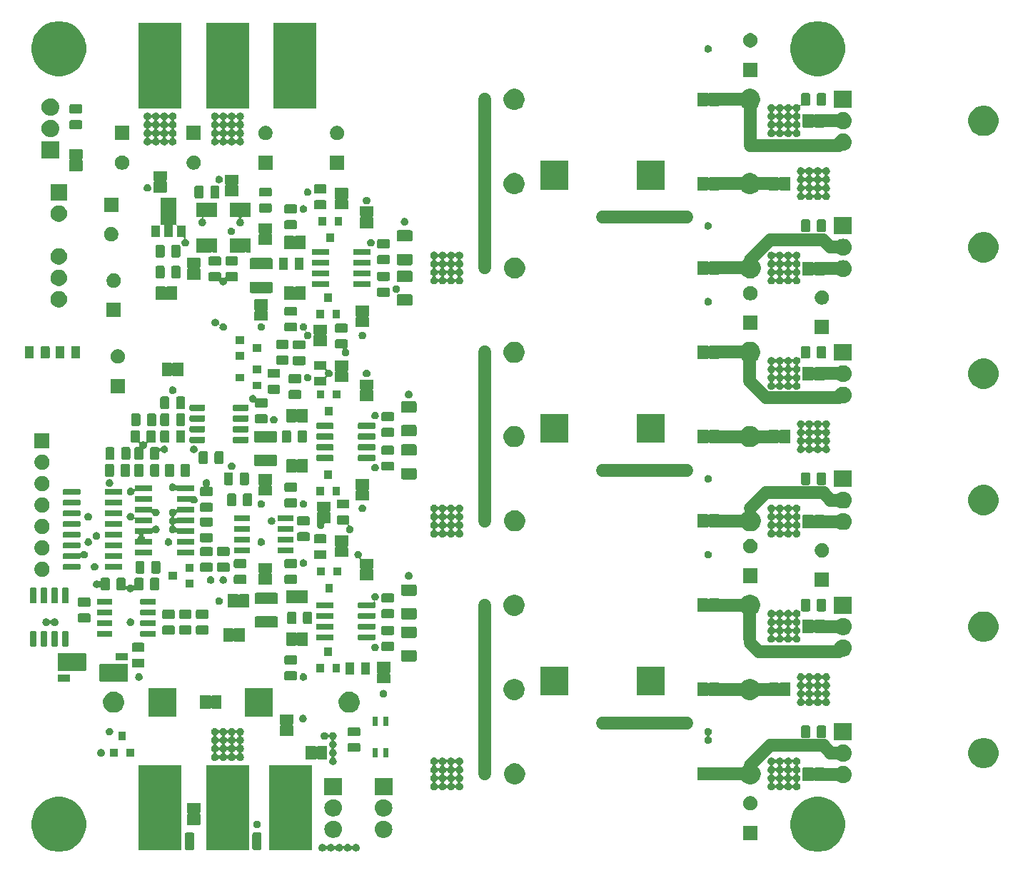
<source format=gbr>
G04 #@! TF.GenerationSoftware,KiCad,Pcbnew,(5.1.6)-1*
G04 #@! TF.CreationDate,2020-07-02T12:50:25+02:00*
G04 #@! TF.ProjectId,LT1166_amp,4c543131-3636-45f6-916d-702e6b696361,rev?*
G04 #@! TF.SameCoordinates,Original*
G04 #@! TF.FileFunction,Soldermask,Top*
G04 #@! TF.FilePolarity,Negative*
%FSLAX46Y46*%
G04 Gerber Fmt 4.6, Leading zero omitted, Abs format (unit mm)*
G04 Created by KiCad (PCBNEW (5.1.6)-1) date 2020-07-02 12:50:25*
%MOMM*%
%LPD*%
G01*
G04 APERTURE LIST*
%ADD10C,1.500000*%
%ADD11C,0.150000*%
%ADD12C,0.100000*%
G04 APERTURE END LIST*
D10*
X186940000Y-120561998D02*
X186940000Y-124000000D01*
X187000000Y-124500000D02*
X188000000Y-125500000D01*
X187000000Y-93500000D02*
X188851999Y-95350001D01*
X186940000Y-90000000D02*
X186940000Y-93438002D01*
X189351988Y-76650010D02*
X187000000Y-79001998D01*
X188849990Y-106650010D02*
X187000000Y-108501998D01*
X189351988Y-136650010D02*
X187000000Y-139001998D01*
D11*
X187000000Y-140000000D02*
X187000000Y-139000000D01*
D10*
X188000000Y-125500000D02*
X197500000Y-125500000D01*
X189000000Y-95350001D02*
X197500000Y-95350001D01*
X196500000Y-137460000D02*
X196000000Y-136960000D01*
X196500000Y-107460000D02*
X196000000Y-106960000D01*
X189560000Y-136650010D02*
X195710010Y-136650010D01*
X188849990Y-106650010D02*
X195710010Y-106650010D01*
X189500000Y-76650010D02*
X195650010Y-76650010D01*
X196500000Y-77500000D02*
X196000000Y-77000000D01*
X198000000Y-137540000D02*
X196500000Y-137540000D01*
X198000000Y-107540000D02*
X196500000Y-107540000D01*
X198000000Y-77540000D02*
X196500000Y-77540000D01*
X198000000Y-80080000D02*
X195500000Y-80080000D01*
X198000000Y-92540000D02*
X195500000Y-92540000D01*
X198000000Y-110080000D02*
X195500000Y-110080000D01*
X198000000Y-122540000D02*
X195500000Y-122540000D01*
X198000000Y-140080000D02*
X195500000Y-140080000D01*
D11*
X197000000Y-62500000D02*
X196500000Y-62500000D01*
X187060000Y-80000000D02*
X187000000Y-79000000D01*
D10*
X197500000Y-65500000D02*
X198000000Y-65000000D01*
X187000000Y-65500000D02*
X197500000Y-65500000D01*
X187000000Y-60000000D02*
X187000000Y-65500000D01*
X198000000Y-62540000D02*
X195500000Y-62540000D01*
X189500000Y-70000000D02*
X183060000Y-70000000D01*
X187060000Y-140000000D02*
X183060000Y-140000000D01*
X189500000Y-130000000D02*
X183060000Y-130000000D01*
X187060000Y-120000000D02*
X183060000Y-120000000D01*
X187060000Y-110000000D02*
X183060000Y-110000000D01*
X189500000Y-100000000D02*
X183060000Y-100000000D01*
X187060000Y-90000000D02*
X183060000Y-90000000D01*
X187060000Y-80000000D02*
X183060000Y-80000000D01*
X187000000Y-60000000D02*
X183000000Y-60000000D01*
X179500000Y-74000000D02*
X169500000Y-74000000D01*
X179500000Y-104000000D02*
X169500000Y-104000000D01*
X179500000Y-134000000D02*
X169500000Y-134000000D01*
X155500000Y-80000000D02*
X155500000Y-60000000D01*
X155500000Y-110000000D02*
X155500000Y-90000000D01*
X155500000Y-140000000D02*
X155500000Y-120000000D01*
D12*
G36*
X195634239Y-142811467D02*
G01*
X195948282Y-142873934D01*
X196539926Y-143119001D01*
X197072392Y-143474784D01*
X197525216Y-143927608D01*
X197880999Y-144460074D01*
X198122662Y-145043500D01*
X198126066Y-145051719D01*
X198251000Y-145679803D01*
X198251000Y-146320197D01*
X198199322Y-146580000D01*
X198126066Y-146948282D01*
X197880999Y-147539926D01*
X197595986Y-147966477D01*
X197525217Y-148072391D01*
X197072391Y-148525217D01*
X197035420Y-148549920D01*
X196539926Y-148880999D01*
X195948282Y-149126066D01*
X195658692Y-149183669D01*
X195320197Y-149251000D01*
X194679803Y-149251000D01*
X194341308Y-149183669D01*
X194051718Y-149126066D01*
X193460074Y-148880999D01*
X192964580Y-148549920D01*
X192927609Y-148525217D01*
X192474783Y-148072391D01*
X192404014Y-147966477D01*
X192119001Y-147539926D01*
X191873934Y-146948282D01*
X191800678Y-146580000D01*
X191749000Y-146320197D01*
X191749000Y-145679803D01*
X191873934Y-145051719D01*
X191877338Y-145043500D01*
X192119001Y-144460074D01*
X192474784Y-143927608D01*
X192927608Y-143474784D01*
X193460074Y-143119001D01*
X194051718Y-142873934D01*
X194365761Y-142811467D01*
X194679803Y-142749000D01*
X195320197Y-142749000D01*
X195634239Y-142811467D01*
G37*
G36*
X105634239Y-142811467D02*
G01*
X105948282Y-142873934D01*
X106539926Y-143119001D01*
X107072392Y-143474784D01*
X107525216Y-143927608D01*
X107880999Y-144460074D01*
X108122662Y-145043500D01*
X108126066Y-145051719D01*
X108251000Y-145679803D01*
X108251000Y-146320197D01*
X108199322Y-146580000D01*
X108126066Y-146948282D01*
X107880999Y-147539926D01*
X107595986Y-147966477D01*
X107525217Y-148072391D01*
X107072391Y-148525217D01*
X107035420Y-148549920D01*
X106539926Y-148880999D01*
X105948282Y-149126066D01*
X105658692Y-149183669D01*
X105320197Y-149251000D01*
X104679803Y-149251000D01*
X104341308Y-149183669D01*
X104051718Y-149126066D01*
X103460074Y-148880999D01*
X102964580Y-148549920D01*
X102927609Y-148525217D01*
X102474783Y-148072391D01*
X102404014Y-147966477D01*
X102119001Y-147539926D01*
X101873934Y-146948282D01*
X101800678Y-146580000D01*
X101749000Y-146320197D01*
X101749000Y-145679803D01*
X101873934Y-145051719D01*
X101877338Y-145043500D01*
X102119001Y-144460074D01*
X102474784Y-143927608D01*
X102927608Y-143474784D01*
X103460074Y-143119001D01*
X104051718Y-142873934D01*
X104365761Y-142811467D01*
X104679803Y-142749000D01*
X105320197Y-142749000D01*
X105634239Y-142811467D01*
G37*
G36*
X136381551Y-148316332D02*
G01*
X136463626Y-148350329D01*
X136463628Y-148350330D01*
X136500812Y-148375176D01*
X136537494Y-148399686D01*
X136600315Y-148462507D01*
X136646066Y-148530978D01*
X136661612Y-148549920D01*
X136680554Y-148565465D01*
X136702164Y-148577016D01*
X136725613Y-148584129D01*
X136749999Y-148586531D01*
X136774385Y-148584129D01*
X136797834Y-148577016D01*
X136819445Y-148565465D01*
X136838387Y-148549919D01*
X136853932Y-148530978D01*
X136899683Y-148462507D01*
X136962504Y-148399686D01*
X136999186Y-148375176D01*
X137036370Y-148350330D01*
X137036372Y-148350329D01*
X137118447Y-148316332D01*
X137205578Y-148299001D01*
X137294420Y-148299001D01*
X137381551Y-148316332D01*
X137463626Y-148350329D01*
X137463628Y-148350330D01*
X137500812Y-148375176D01*
X137537494Y-148399686D01*
X137600315Y-148462507D01*
X137646066Y-148530978D01*
X137661612Y-148549920D01*
X137680554Y-148565465D01*
X137702164Y-148577016D01*
X137725613Y-148584129D01*
X137749999Y-148586531D01*
X137774385Y-148584129D01*
X137797834Y-148577016D01*
X137819445Y-148565465D01*
X137838387Y-148549919D01*
X137853932Y-148530978D01*
X137899683Y-148462507D01*
X137962504Y-148399686D01*
X137999186Y-148375176D01*
X138036370Y-148350330D01*
X138036372Y-148350329D01*
X138118447Y-148316332D01*
X138205578Y-148299001D01*
X138294420Y-148299001D01*
X138381551Y-148316332D01*
X138463626Y-148350329D01*
X138463628Y-148350330D01*
X138500812Y-148375176D01*
X138537494Y-148399686D01*
X138600315Y-148462507D01*
X138646066Y-148530978D01*
X138661612Y-148549920D01*
X138680554Y-148565465D01*
X138702164Y-148577016D01*
X138725613Y-148584129D01*
X138749999Y-148586531D01*
X138774385Y-148584129D01*
X138797834Y-148577016D01*
X138819445Y-148565465D01*
X138838387Y-148549919D01*
X138853932Y-148530978D01*
X138899683Y-148462507D01*
X138962504Y-148399686D01*
X138999186Y-148375176D01*
X139036370Y-148350330D01*
X139036372Y-148350329D01*
X139118447Y-148316332D01*
X139205578Y-148299001D01*
X139294420Y-148299001D01*
X139381551Y-148316332D01*
X139463626Y-148350329D01*
X139463628Y-148350330D01*
X139500812Y-148375176D01*
X139537494Y-148399686D01*
X139600315Y-148462507D01*
X139646066Y-148530978D01*
X139661612Y-148549920D01*
X139680554Y-148565465D01*
X139702164Y-148577016D01*
X139725613Y-148584129D01*
X139749999Y-148586531D01*
X139774385Y-148584129D01*
X139797834Y-148577016D01*
X139819445Y-148565465D01*
X139838387Y-148549919D01*
X139853932Y-148530978D01*
X139899683Y-148462507D01*
X139962504Y-148399686D01*
X139999186Y-148375176D01*
X140036370Y-148350330D01*
X140036372Y-148350329D01*
X140118447Y-148316332D01*
X140205578Y-148299001D01*
X140294420Y-148299001D01*
X140381551Y-148316332D01*
X140463626Y-148350329D01*
X140463628Y-148350330D01*
X140500812Y-148375176D01*
X140537494Y-148399686D01*
X140600314Y-148462506D01*
X140624824Y-148499188D01*
X140642216Y-148525216D01*
X140649671Y-148536374D01*
X140683668Y-148618449D01*
X140700999Y-148705580D01*
X140700999Y-148794422D01*
X140683668Y-148881553D01*
X140649671Y-148963628D01*
X140600315Y-149037495D01*
X140537495Y-149100315D01*
X140463628Y-149149672D01*
X140463627Y-149149673D01*
X140463626Y-149149673D01*
X140381551Y-149183670D01*
X140294420Y-149201001D01*
X140205578Y-149201001D01*
X140118447Y-149183670D01*
X140036372Y-149149673D01*
X140036371Y-149149673D01*
X140036370Y-149149672D01*
X139962503Y-149100315D01*
X139899683Y-149037495D01*
X139853932Y-148969024D01*
X139838386Y-148950082D01*
X139819444Y-148934537D01*
X139797834Y-148922986D01*
X139774385Y-148915873D01*
X139749999Y-148913471D01*
X139725613Y-148915873D01*
X139702164Y-148922986D01*
X139680553Y-148934537D01*
X139661611Y-148950083D01*
X139646066Y-148969024D01*
X139600315Y-149037495D01*
X139537495Y-149100315D01*
X139463628Y-149149672D01*
X139463627Y-149149673D01*
X139463626Y-149149673D01*
X139381551Y-149183670D01*
X139294420Y-149201001D01*
X139205578Y-149201001D01*
X139118447Y-149183670D01*
X139036372Y-149149673D01*
X139036371Y-149149673D01*
X139036370Y-149149672D01*
X138962503Y-149100315D01*
X138899683Y-149037495D01*
X138853932Y-148969024D01*
X138838386Y-148950082D01*
X138819444Y-148934537D01*
X138797834Y-148922986D01*
X138774385Y-148915873D01*
X138749999Y-148913471D01*
X138725613Y-148915873D01*
X138702164Y-148922986D01*
X138680553Y-148934537D01*
X138661611Y-148950083D01*
X138646066Y-148969024D01*
X138600315Y-149037495D01*
X138537495Y-149100315D01*
X138463628Y-149149672D01*
X138463627Y-149149673D01*
X138463626Y-149149673D01*
X138381551Y-149183670D01*
X138294420Y-149201001D01*
X138205578Y-149201001D01*
X138118447Y-149183670D01*
X138036372Y-149149673D01*
X138036371Y-149149673D01*
X138036370Y-149149672D01*
X137962503Y-149100315D01*
X137899683Y-149037495D01*
X137853932Y-148969024D01*
X137838386Y-148950082D01*
X137819444Y-148934537D01*
X137797834Y-148922986D01*
X137774385Y-148915873D01*
X137749999Y-148913471D01*
X137725613Y-148915873D01*
X137702164Y-148922986D01*
X137680553Y-148934537D01*
X137661611Y-148950083D01*
X137646066Y-148969024D01*
X137600315Y-149037495D01*
X137537495Y-149100315D01*
X137463628Y-149149672D01*
X137463627Y-149149673D01*
X137463626Y-149149673D01*
X137381551Y-149183670D01*
X137294420Y-149201001D01*
X137205578Y-149201001D01*
X137118447Y-149183670D01*
X137036372Y-149149673D01*
X137036371Y-149149673D01*
X137036370Y-149149672D01*
X136962503Y-149100315D01*
X136899683Y-149037495D01*
X136853932Y-148969024D01*
X136838386Y-148950082D01*
X136819444Y-148934537D01*
X136797834Y-148922986D01*
X136774385Y-148915873D01*
X136749999Y-148913471D01*
X136725613Y-148915873D01*
X136702164Y-148922986D01*
X136680553Y-148934537D01*
X136661611Y-148950083D01*
X136646066Y-148969024D01*
X136600315Y-149037495D01*
X136537495Y-149100315D01*
X136463628Y-149149672D01*
X136463627Y-149149673D01*
X136463626Y-149149673D01*
X136381551Y-149183670D01*
X136294420Y-149201001D01*
X136205578Y-149201001D01*
X136118447Y-149183670D01*
X136036372Y-149149673D01*
X136036371Y-149149673D01*
X136036370Y-149149672D01*
X135962503Y-149100315D01*
X135899685Y-149037497D01*
X135899684Y-149037495D01*
X135850327Y-148963628D01*
X135816330Y-148881553D01*
X135798999Y-148794422D01*
X135798999Y-148705580D01*
X135816330Y-148618449D01*
X135850327Y-148536374D01*
X135857783Y-148525216D01*
X135875174Y-148499188D01*
X135899684Y-148462506D01*
X135962504Y-148399686D01*
X135999186Y-148375176D01*
X136036370Y-148350330D01*
X136036372Y-148350329D01*
X136118447Y-148316332D01*
X136205578Y-148299001D01*
X136294420Y-148299001D01*
X136381551Y-148316332D01*
G37*
G36*
X120879434Y-146953686D02*
G01*
X120919284Y-146965774D01*
X120955999Y-146985399D01*
X120988186Y-147011814D01*
X121014601Y-147044001D01*
X121034226Y-147080716D01*
X121046314Y-147120566D01*
X121051000Y-147168141D01*
X121051000Y-148831859D01*
X121046314Y-148879434D01*
X121034226Y-148919284D01*
X121014601Y-148955999D01*
X120988186Y-148988186D01*
X120955999Y-149014601D01*
X120919284Y-149034226D01*
X120879434Y-149046314D01*
X120831859Y-149051000D01*
X120168141Y-149051000D01*
X120120566Y-149046314D01*
X120080716Y-149034226D01*
X120044001Y-149014601D01*
X120011814Y-148988186D01*
X119985399Y-148955999D01*
X119965774Y-148919284D01*
X119953686Y-148879434D01*
X119949000Y-148831859D01*
X119949000Y-147168141D01*
X119953686Y-147120566D01*
X119965774Y-147080716D01*
X119985399Y-147044001D01*
X120011814Y-147011814D01*
X120044001Y-146985399D01*
X120080716Y-146965774D01*
X120120566Y-146953686D01*
X120168141Y-146949000D01*
X120831859Y-146949000D01*
X120879434Y-146953686D01*
G37*
G36*
X135051000Y-149051000D02*
G01*
X129949000Y-149051000D01*
X129949000Y-138949000D01*
X135051000Y-138949000D01*
X135051000Y-149051000D01*
G37*
G36*
X128879434Y-146953686D02*
G01*
X128919284Y-146965774D01*
X128955999Y-146985399D01*
X128988186Y-147011814D01*
X129014601Y-147044001D01*
X129034226Y-147080716D01*
X129046314Y-147120566D01*
X129051000Y-147168141D01*
X129051000Y-148831859D01*
X129046314Y-148879434D01*
X129034226Y-148919284D01*
X129014601Y-148955999D01*
X128988186Y-148988186D01*
X128955999Y-149014601D01*
X128919284Y-149034226D01*
X128879434Y-149046314D01*
X128831859Y-149051000D01*
X128168141Y-149051000D01*
X128120566Y-149046314D01*
X128080716Y-149034226D01*
X128044001Y-149014601D01*
X128011814Y-148988186D01*
X127985399Y-148955999D01*
X127965774Y-148919284D01*
X127953686Y-148879434D01*
X127949000Y-148831859D01*
X127949000Y-147168141D01*
X127953686Y-147120566D01*
X127965774Y-147080716D01*
X127985399Y-147044001D01*
X128011814Y-147011814D01*
X128044001Y-146985399D01*
X128080716Y-146965774D01*
X128120566Y-146953686D01*
X128168141Y-146949000D01*
X128831859Y-146949000D01*
X128879434Y-146953686D01*
G37*
G36*
X127551000Y-149051000D02*
G01*
X122449000Y-149051000D01*
X122449000Y-138949000D01*
X127551000Y-138949000D01*
X127551000Y-149051000D01*
G37*
G36*
X119551000Y-149051000D02*
G01*
X114449000Y-149051000D01*
X114449000Y-138949000D01*
X119551000Y-138949000D01*
X119551000Y-149051000D01*
G37*
G36*
X187851000Y-147851000D02*
G01*
X186149000Y-147851000D01*
X186149000Y-146149000D01*
X187851000Y-146149000D01*
X187851000Y-147851000D01*
G37*
G36*
X137685936Y-145581340D02*
G01*
X137784220Y-145591020D01*
X137973381Y-145648401D01*
X138147712Y-145741583D01*
X138300515Y-145866985D01*
X138425917Y-146019788D01*
X138519099Y-146194119D01*
X138576480Y-146383280D01*
X138595855Y-146580000D01*
X138576480Y-146776720D01*
X138519099Y-146965881D01*
X138425917Y-147140212D01*
X138300515Y-147293015D01*
X138147712Y-147418417D01*
X137973381Y-147511599D01*
X137784220Y-147568980D01*
X137685936Y-147578660D01*
X137636795Y-147583500D01*
X137443205Y-147583500D01*
X137394064Y-147578660D01*
X137295780Y-147568980D01*
X137106619Y-147511599D01*
X136932288Y-147418417D01*
X136779485Y-147293015D01*
X136654083Y-147140212D01*
X136560901Y-146965881D01*
X136503520Y-146776720D01*
X136484145Y-146580000D01*
X136503520Y-146383280D01*
X136560901Y-146194119D01*
X136654083Y-146019788D01*
X136779485Y-145866985D01*
X136932288Y-145741583D01*
X137106619Y-145648401D01*
X137295780Y-145591020D01*
X137394064Y-145581340D01*
X137443205Y-145576500D01*
X137636795Y-145576500D01*
X137685936Y-145581340D01*
G37*
G36*
X143645936Y-145581340D02*
G01*
X143744220Y-145591020D01*
X143933381Y-145648401D01*
X144107712Y-145741583D01*
X144260515Y-145866985D01*
X144385917Y-146019788D01*
X144479099Y-146194119D01*
X144536480Y-146383280D01*
X144555855Y-146580000D01*
X144536480Y-146776720D01*
X144479099Y-146965881D01*
X144385917Y-147140212D01*
X144260515Y-147293015D01*
X144107712Y-147418417D01*
X143933381Y-147511599D01*
X143744220Y-147568980D01*
X143645936Y-147578660D01*
X143596795Y-147583500D01*
X143403205Y-147583500D01*
X143354064Y-147578660D01*
X143255780Y-147568980D01*
X143066619Y-147511599D01*
X142892288Y-147418417D01*
X142739485Y-147293015D01*
X142614083Y-147140212D01*
X142520901Y-146965881D01*
X142463520Y-146776720D01*
X142444145Y-146580000D01*
X142463520Y-146383280D01*
X142520901Y-146194119D01*
X142614083Y-146019788D01*
X142739485Y-145866985D01*
X142892288Y-145741583D01*
X143066619Y-145648401D01*
X143255780Y-145591020D01*
X143354064Y-145581340D01*
X143403205Y-145576500D01*
X143596795Y-145576500D01*
X143645936Y-145581340D01*
G37*
G36*
X128631552Y-145566331D02*
G01*
X128713627Y-145600328D01*
X128713629Y-145600329D01*
X128750813Y-145625175D01*
X128787495Y-145649685D01*
X128850315Y-145712505D01*
X128899672Y-145786373D01*
X128933669Y-145868448D01*
X128951000Y-145955579D01*
X128951000Y-146044421D01*
X128933669Y-146131552D01*
X128899672Y-146213627D01*
X128899671Y-146213629D01*
X128850314Y-146287496D01*
X128787496Y-146350314D01*
X128713629Y-146399671D01*
X128713628Y-146399672D01*
X128713627Y-146399672D01*
X128631552Y-146433669D01*
X128544421Y-146451000D01*
X128455579Y-146451000D01*
X128368448Y-146433669D01*
X128286373Y-146399672D01*
X128286372Y-146399672D01*
X128286371Y-146399671D01*
X128212504Y-146350314D01*
X128149686Y-146287496D01*
X128100329Y-146213629D01*
X128100328Y-146213627D01*
X128066331Y-146131552D01*
X128049000Y-146044421D01*
X128049000Y-145955579D01*
X128066331Y-145868448D01*
X128100328Y-145786373D01*
X128149685Y-145712505D01*
X128212505Y-145649685D01*
X128249187Y-145625175D01*
X128286371Y-145600329D01*
X128286373Y-145600328D01*
X128368448Y-145566331D01*
X128455579Y-145549000D01*
X128544421Y-145549000D01*
X128631552Y-145566331D01*
G37*
G36*
X121759999Y-143499737D02*
G01*
X121769608Y-143502652D01*
X121778472Y-143507390D01*
X121786237Y-143513763D01*
X121792610Y-143521528D01*
X121797348Y-143530392D01*
X121800263Y-143540001D01*
X121801852Y-143556140D01*
X121801852Y-144543860D01*
X121800263Y-144559999D01*
X121797348Y-144569608D01*
X121792610Y-144578472D01*
X121786258Y-144586212D01*
X121786237Y-144586237D01*
X121778427Y-144592640D01*
X121778372Y-144592677D01*
X121768853Y-144600480D01*
X121768878Y-144600511D01*
X121755028Y-144611853D01*
X121739463Y-144630779D01*
X121727889Y-144652377D01*
X121720751Y-144675819D01*
X121718324Y-144700202D01*
X121720700Y-144724591D01*
X121727789Y-144748047D01*
X121739318Y-144769670D01*
X121754843Y-144788628D01*
X121773769Y-144804193D01*
X121776825Y-144806029D01*
X121778514Y-144807418D01*
X121778516Y-144807419D01*
X121784712Y-144812515D01*
X121786274Y-144813800D01*
X121792642Y-144821575D01*
X121795791Y-144827483D01*
X121797367Y-144830438D01*
X121800257Y-144840001D01*
X121800282Y-144840085D01*
X121801852Y-144856113D01*
X121801852Y-145993860D01*
X121800263Y-146009999D01*
X121797348Y-146019608D01*
X121792610Y-146028472D01*
X121786237Y-146036237D01*
X121778472Y-146042610D01*
X121769608Y-146047348D01*
X121759999Y-146050263D01*
X121743860Y-146051852D01*
X120256140Y-146051852D01*
X120240001Y-146050263D01*
X120230392Y-146047348D01*
X120221528Y-146042610D01*
X120213763Y-146036237D01*
X120207390Y-146028472D01*
X120202652Y-146019608D01*
X120199737Y-146009999D01*
X120198148Y-145993860D01*
X120198148Y-144856140D01*
X120199737Y-144840001D01*
X120202652Y-144830392D01*
X120207390Y-144821528D01*
X120213763Y-144813763D01*
X120226737Y-144803116D01*
X120235968Y-144796947D01*
X120253294Y-144779619D01*
X120266907Y-144759244D01*
X120276283Y-144736605D01*
X120281063Y-144712572D01*
X120281062Y-144688068D01*
X120276280Y-144664035D01*
X120266902Y-144641396D01*
X120253287Y-144621022D01*
X120235959Y-144603696D01*
X120226683Y-144596825D01*
X120213800Y-144586274D01*
X120212668Y-144584897D01*
X120207419Y-144578516D01*
X120202674Y-144569661D01*
X120201749Y-144566623D01*
X120199758Y-144560085D01*
X120199758Y-144560082D01*
X120199748Y-144560050D01*
X120198753Y-144550000D01*
X120198753Y-144549935D01*
X120198148Y-144543825D01*
X120198148Y-143556140D01*
X120199737Y-143540001D01*
X120202652Y-143530392D01*
X120207390Y-143521528D01*
X120213763Y-143513763D01*
X120221528Y-143507390D01*
X120230392Y-143502652D01*
X120240001Y-143499737D01*
X120256140Y-143498148D01*
X121743860Y-143498148D01*
X121759999Y-143499737D01*
G37*
G36*
X143645936Y-143041340D02*
G01*
X143744220Y-143051020D01*
X143933381Y-143108401D01*
X144107712Y-143201583D01*
X144260515Y-143326985D01*
X144385917Y-143479788D01*
X144479099Y-143654119D01*
X144536480Y-143843280D01*
X144555855Y-144040000D01*
X144536480Y-144236720D01*
X144479099Y-144425881D01*
X144385917Y-144600212D01*
X144260515Y-144753015D01*
X144107712Y-144878417D01*
X143933381Y-144971599D01*
X143744220Y-145028980D01*
X143645936Y-145038660D01*
X143596795Y-145043500D01*
X143403205Y-145043500D01*
X143354064Y-145038660D01*
X143255780Y-145028980D01*
X143066619Y-144971599D01*
X142892288Y-144878417D01*
X142739485Y-144753015D01*
X142614083Y-144600212D01*
X142520901Y-144425881D01*
X142463520Y-144236720D01*
X142444145Y-144040000D01*
X142463520Y-143843280D01*
X142520901Y-143654119D01*
X142614083Y-143479788D01*
X142739485Y-143326985D01*
X142892288Y-143201583D01*
X143066619Y-143108401D01*
X143255780Y-143051020D01*
X143354064Y-143041340D01*
X143403205Y-143036500D01*
X143596795Y-143036500D01*
X143645936Y-143041340D01*
G37*
G36*
X137685936Y-143041340D02*
G01*
X137784220Y-143051020D01*
X137973381Y-143108401D01*
X138147712Y-143201583D01*
X138300515Y-143326985D01*
X138425917Y-143479788D01*
X138519099Y-143654119D01*
X138576480Y-143843280D01*
X138595855Y-144040000D01*
X138576480Y-144236720D01*
X138519099Y-144425881D01*
X138425917Y-144600212D01*
X138300515Y-144753015D01*
X138147712Y-144878417D01*
X137973381Y-144971599D01*
X137784220Y-145028980D01*
X137685936Y-145038660D01*
X137636795Y-145043500D01*
X137443205Y-145043500D01*
X137394064Y-145038660D01*
X137295780Y-145028980D01*
X137106619Y-144971599D01*
X136932288Y-144878417D01*
X136779485Y-144753015D01*
X136654083Y-144600212D01*
X136560901Y-144425881D01*
X136503520Y-144236720D01*
X136484145Y-144040000D01*
X136503520Y-143843280D01*
X136560901Y-143654119D01*
X136654083Y-143479788D01*
X136779485Y-143326985D01*
X136932288Y-143201583D01*
X137106619Y-143108401D01*
X137295780Y-143051020D01*
X137394064Y-143041340D01*
X137443205Y-143036500D01*
X137636795Y-143036500D01*
X137685936Y-143041340D01*
G37*
G36*
X187248228Y-142681703D02*
G01*
X187403100Y-142745853D01*
X187542481Y-142838985D01*
X187661015Y-142957519D01*
X187754147Y-143096900D01*
X187818297Y-143251772D01*
X187851000Y-143416184D01*
X187851000Y-143583816D01*
X187818297Y-143748228D01*
X187754147Y-143903100D01*
X187661015Y-144042481D01*
X187542481Y-144161015D01*
X187403100Y-144254147D01*
X187248228Y-144318297D01*
X187083816Y-144351000D01*
X186916184Y-144351000D01*
X186751772Y-144318297D01*
X186596900Y-144254147D01*
X186457519Y-144161015D01*
X186338985Y-144042481D01*
X186245853Y-143903100D01*
X186181703Y-143748228D01*
X186149000Y-143583816D01*
X186149000Y-143416184D01*
X186181703Y-143251772D01*
X186245853Y-143096900D01*
X186338985Y-142957519D01*
X186457519Y-142838985D01*
X186596900Y-142745853D01*
X186751772Y-142681703D01*
X186916184Y-142649000D01*
X187083816Y-142649000D01*
X187248228Y-142681703D01*
G37*
G36*
X138591000Y-142503500D02*
G01*
X136489000Y-142503500D01*
X136489000Y-140496500D01*
X138591000Y-140496500D01*
X138591000Y-142503500D01*
G37*
G36*
X144551000Y-142503500D02*
G01*
X142449000Y-142503500D01*
X142449000Y-140496500D01*
X144551000Y-140496500D01*
X144551000Y-142503500D01*
G37*
G36*
X149631552Y-138066331D02*
G01*
X149713347Y-138100212D01*
X149713629Y-138100329D01*
X149750813Y-138125175D01*
X149787495Y-138149685D01*
X149850316Y-138212506D01*
X149896067Y-138280977D01*
X149911613Y-138299919D01*
X149930555Y-138315464D01*
X149952165Y-138327015D01*
X149975614Y-138334128D01*
X150000000Y-138336530D01*
X150024386Y-138334128D01*
X150047835Y-138327015D01*
X150069446Y-138315464D01*
X150088388Y-138299918D01*
X150103933Y-138280977D01*
X150149684Y-138212506D01*
X150212505Y-138149685D01*
X150249187Y-138125175D01*
X150286371Y-138100329D01*
X150286653Y-138100212D01*
X150368448Y-138066331D01*
X150455579Y-138049000D01*
X150544421Y-138049000D01*
X150631552Y-138066331D01*
X150713347Y-138100212D01*
X150713629Y-138100329D01*
X150750813Y-138125175D01*
X150787495Y-138149685D01*
X150850316Y-138212506D01*
X150896067Y-138280977D01*
X150911613Y-138299919D01*
X150930555Y-138315464D01*
X150952165Y-138327015D01*
X150975614Y-138334128D01*
X151000000Y-138336530D01*
X151024386Y-138334128D01*
X151047835Y-138327015D01*
X151069446Y-138315464D01*
X151088388Y-138299918D01*
X151103933Y-138280977D01*
X151149684Y-138212506D01*
X151212505Y-138149685D01*
X151249187Y-138125175D01*
X151286371Y-138100329D01*
X151286653Y-138100212D01*
X151368448Y-138066331D01*
X151455579Y-138049000D01*
X151544421Y-138049000D01*
X151631552Y-138066331D01*
X151713347Y-138100212D01*
X151713629Y-138100329D01*
X151750813Y-138125175D01*
X151787495Y-138149685D01*
X151850316Y-138212506D01*
X151896067Y-138280977D01*
X151911613Y-138299919D01*
X151930555Y-138315464D01*
X151952165Y-138327015D01*
X151975614Y-138334128D01*
X152000000Y-138336530D01*
X152024386Y-138334128D01*
X152047835Y-138327015D01*
X152069446Y-138315464D01*
X152088388Y-138299918D01*
X152103933Y-138280977D01*
X152149684Y-138212506D01*
X152212505Y-138149685D01*
X152249187Y-138125175D01*
X152286371Y-138100329D01*
X152286653Y-138100212D01*
X152368448Y-138066331D01*
X152455579Y-138049000D01*
X152544421Y-138049000D01*
X152631552Y-138066331D01*
X152713347Y-138100212D01*
X152713629Y-138100329D01*
X152750813Y-138125175D01*
X152787495Y-138149685D01*
X152850315Y-138212505D01*
X152855825Y-138220751D01*
X152891251Y-138273769D01*
X152899672Y-138286373D01*
X152933669Y-138368448D01*
X152951000Y-138455579D01*
X152951000Y-138544421D01*
X152933669Y-138631552D01*
X152899672Y-138713627D01*
X152850315Y-138787495D01*
X152787494Y-138850316D01*
X152719023Y-138896067D01*
X152700081Y-138911613D01*
X152684536Y-138930555D01*
X152672985Y-138952165D01*
X152665872Y-138975614D01*
X152663470Y-139000000D01*
X152665872Y-139024386D01*
X152672985Y-139047835D01*
X152684536Y-139069446D01*
X152700082Y-139088388D01*
X152719023Y-139103933D01*
X152787494Y-139149684D01*
X152850315Y-139212505D01*
X152862265Y-139230389D01*
X152897201Y-139282674D01*
X152899672Y-139286373D01*
X152933669Y-139368448D01*
X152951000Y-139455579D01*
X152951000Y-139544421D01*
X152933669Y-139631552D01*
X152899672Y-139713627D01*
X152850315Y-139787495D01*
X152787494Y-139850316D01*
X152719023Y-139896067D01*
X152700081Y-139911613D01*
X152684536Y-139930555D01*
X152672985Y-139952165D01*
X152665872Y-139975614D01*
X152663470Y-140000000D01*
X152665872Y-140024386D01*
X152672985Y-140047835D01*
X152684536Y-140069446D01*
X152700082Y-140088388D01*
X152719023Y-140103933D01*
X152787494Y-140149684D01*
X152850315Y-140212505D01*
X152899672Y-140286373D01*
X152933669Y-140368448D01*
X152951000Y-140455579D01*
X152951000Y-140544421D01*
X152933669Y-140631552D01*
X152899672Y-140713627D01*
X152899671Y-140713629D01*
X152888439Y-140730438D01*
X152850315Y-140787495D01*
X152787494Y-140850316D01*
X152719023Y-140896067D01*
X152700081Y-140911613D01*
X152684536Y-140930555D01*
X152672985Y-140952165D01*
X152665872Y-140975614D01*
X152663470Y-141000000D01*
X152665872Y-141024386D01*
X152672985Y-141047835D01*
X152684536Y-141069446D01*
X152700082Y-141088388D01*
X152719023Y-141103933D01*
X152787494Y-141149684D01*
X152850315Y-141212505D01*
X152899672Y-141286373D01*
X152933669Y-141368448D01*
X152951000Y-141455579D01*
X152951000Y-141544421D01*
X152933669Y-141631552D01*
X152899672Y-141713627D01*
X152850316Y-141787494D01*
X152787496Y-141850314D01*
X152713629Y-141899671D01*
X152713628Y-141899672D01*
X152713627Y-141899672D01*
X152631552Y-141933669D01*
X152544421Y-141951000D01*
X152455579Y-141951000D01*
X152368448Y-141933669D01*
X152286373Y-141899672D01*
X152286372Y-141899672D01*
X152286371Y-141899671D01*
X152212504Y-141850314D01*
X152149684Y-141787494D01*
X152103933Y-141719023D01*
X152088387Y-141700081D01*
X152069445Y-141684536D01*
X152047835Y-141672985D01*
X152024386Y-141665872D01*
X152000000Y-141663470D01*
X151975614Y-141665872D01*
X151952165Y-141672985D01*
X151930554Y-141684536D01*
X151911612Y-141700082D01*
X151896067Y-141719023D01*
X151850316Y-141787494D01*
X151787496Y-141850314D01*
X151713629Y-141899671D01*
X151713628Y-141899672D01*
X151713627Y-141899672D01*
X151631552Y-141933669D01*
X151544421Y-141951000D01*
X151455579Y-141951000D01*
X151368448Y-141933669D01*
X151286373Y-141899672D01*
X151286372Y-141899672D01*
X151286371Y-141899671D01*
X151212504Y-141850314D01*
X151149684Y-141787494D01*
X151103933Y-141719023D01*
X151088387Y-141700081D01*
X151069445Y-141684536D01*
X151047835Y-141672985D01*
X151024386Y-141665872D01*
X151000000Y-141663470D01*
X150975614Y-141665872D01*
X150952165Y-141672985D01*
X150930554Y-141684536D01*
X150911612Y-141700082D01*
X150896067Y-141719023D01*
X150850316Y-141787494D01*
X150787496Y-141850314D01*
X150713629Y-141899671D01*
X150713628Y-141899672D01*
X150713627Y-141899672D01*
X150631552Y-141933669D01*
X150544421Y-141951000D01*
X150455579Y-141951000D01*
X150368448Y-141933669D01*
X150286373Y-141899672D01*
X150286372Y-141899672D01*
X150286371Y-141899671D01*
X150212504Y-141850314D01*
X150149684Y-141787494D01*
X150103933Y-141719023D01*
X150088387Y-141700081D01*
X150069445Y-141684536D01*
X150047835Y-141672985D01*
X150024386Y-141665872D01*
X150000000Y-141663470D01*
X149975614Y-141665872D01*
X149952165Y-141672985D01*
X149930554Y-141684536D01*
X149911612Y-141700082D01*
X149896067Y-141719023D01*
X149850316Y-141787494D01*
X149787496Y-141850314D01*
X149713629Y-141899671D01*
X149713628Y-141899672D01*
X149713627Y-141899672D01*
X149631552Y-141933669D01*
X149544421Y-141951000D01*
X149455579Y-141951000D01*
X149368448Y-141933669D01*
X149286373Y-141899672D01*
X149286372Y-141899672D01*
X149286371Y-141899671D01*
X149212504Y-141850314D01*
X149149686Y-141787496D01*
X149149685Y-141787494D01*
X149100328Y-141713627D01*
X149066331Y-141631552D01*
X149049000Y-141544421D01*
X149049000Y-141455579D01*
X149066331Y-141368448D01*
X149100328Y-141286373D01*
X149149685Y-141212505D01*
X149212506Y-141149684D01*
X149280977Y-141103933D01*
X149299919Y-141088387D01*
X149315464Y-141069445D01*
X149327015Y-141047835D01*
X149334128Y-141024386D01*
X149336530Y-141000000D01*
X149663470Y-141000000D01*
X149665872Y-141024386D01*
X149672985Y-141047835D01*
X149684536Y-141069446D01*
X149700082Y-141088388D01*
X149719023Y-141103933D01*
X149787494Y-141149684D01*
X149850316Y-141212506D01*
X149896067Y-141280977D01*
X149911613Y-141299919D01*
X149930555Y-141315464D01*
X149952165Y-141327015D01*
X149975614Y-141334128D01*
X150000000Y-141336530D01*
X150024386Y-141334128D01*
X150047835Y-141327015D01*
X150069446Y-141315464D01*
X150088388Y-141299918D01*
X150103933Y-141280977D01*
X150149684Y-141212506D01*
X150212506Y-141149684D01*
X150280977Y-141103933D01*
X150299919Y-141088387D01*
X150315464Y-141069445D01*
X150327015Y-141047835D01*
X150334128Y-141024386D01*
X150336530Y-141000000D01*
X150663470Y-141000000D01*
X150665872Y-141024386D01*
X150672985Y-141047835D01*
X150684536Y-141069446D01*
X150700082Y-141088388D01*
X150719023Y-141103933D01*
X150787494Y-141149684D01*
X150850316Y-141212506D01*
X150896067Y-141280977D01*
X150911613Y-141299919D01*
X150930555Y-141315464D01*
X150952165Y-141327015D01*
X150975614Y-141334128D01*
X151000000Y-141336530D01*
X151024386Y-141334128D01*
X151047835Y-141327015D01*
X151069446Y-141315464D01*
X151088388Y-141299918D01*
X151103933Y-141280977D01*
X151149684Y-141212506D01*
X151212506Y-141149684D01*
X151280977Y-141103933D01*
X151299919Y-141088387D01*
X151315464Y-141069445D01*
X151327015Y-141047835D01*
X151334128Y-141024386D01*
X151336530Y-141000000D01*
X151663470Y-141000000D01*
X151665872Y-141024386D01*
X151672985Y-141047835D01*
X151684536Y-141069446D01*
X151700082Y-141088388D01*
X151719023Y-141103933D01*
X151787494Y-141149684D01*
X151850316Y-141212506D01*
X151896067Y-141280977D01*
X151911613Y-141299919D01*
X151930555Y-141315464D01*
X151952165Y-141327015D01*
X151975614Y-141334128D01*
X152000000Y-141336530D01*
X152024386Y-141334128D01*
X152047835Y-141327015D01*
X152069446Y-141315464D01*
X152088388Y-141299918D01*
X152103933Y-141280977D01*
X152149684Y-141212506D01*
X152212506Y-141149684D01*
X152280977Y-141103933D01*
X152299919Y-141088387D01*
X152315464Y-141069445D01*
X152327015Y-141047835D01*
X152334128Y-141024386D01*
X152336530Y-141000000D01*
X152334128Y-140975614D01*
X152327015Y-140952165D01*
X152315464Y-140930554D01*
X152299918Y-140911612D01*
X152280977Y-140896067D01*
X152212506Y-140850316D01*
X152149684Y-140787494D01*
X152103933Y-140719023D01*
X152088387Y-140700081D01*
X152069445Y-140684536D01*
X152047835Y-140672985D01*
X152024386Y-140665872D01*
X152000000Y-140663470D01*
X151975614Y-140665872D01*
X151952165Y-140672985D01*
X151930554Y-140684536D01*
X151911612Y-140700082D01*
X151896067Y-140719023D01*
X151850316Y-140787494D01*
X151787494Y-140850316D01*
X151719023Y-140896067D01*
X151700081Y-140911613D01*
X151684536Y-140930555D01*
X151672985Y-140952165D01*
X151665872Y-140975614D01*
X151663470Y-141000000D01*
X151336530Y-141000000D01*
X151334128Y-140975614D01*
X151327015Y-140952165D01*
X151315464Y-140930554D01*
X151299918Y-140911612D01*
X151280977Y-140896067D01*
X151212506Y-140850316D01*
X151149684Y-140787494D01*
X151103933Y-140719023D01*
X151088387Y-140700081D01*
X151069445Y-140684536D01*
X151047835Y-140672985D01*
X151024386Y-140665872D01*
X151000000Y-140663470D01*
X150975614Y-140665872D01*
X150952165Y-140672985D01*
X150930554Y-140684536D01*
X150911612Y-140700082D01*
X150896067Y-140719023D01*
X150850316Y-140787494D01*
X150787494Y-140850316D01*
X150719023Y-140896067D01*
X150700081Y-140911613D01*
X150684536Y-140930555D01*
X150672985Y-140952165D01*
X150665872Y-140975614D01*
X150663470Y-141000000D01*
X150336530Y-141000000D01*
X150334128Y-140975614D01*
X150327015Y-140952165D01*
X150315464Y-140930554D01*
X150299918Y-140911612D01*
X150280977Y-140896067D01*
X150212506Y-140850316D01*
X150149684Y-140787494D01*
X150103933Y-140719023D01*
X150088387Y-140700081D01*
X150069445Y-140684536D01*
X150047835Y-140672985D01*
X150024386Y-140665872D01*
X150000000Y-140663470D01*
X149975614Y-140665872D01*
X149952165Y-140672985D01*
X149930554Y-140684536D01*
X149911612Y-140700082D01*
X149896067Y-140719023D01*
X149850316Y-140787494D01*
X149787494Y-140850316D01*
X149719023Y-140896067D01*
X149700081Y-140911613D01*
X149684536Y-140930555D01*
X149672985Y-140952165D01*
X149665872Y-140975614D01*
X149663470Y-141000000D01*
X149336530Y-141000000D01*
X149334128Y-140975614D01*
X149327015Y-140952165D01*
X149315464Y-140930554D01*
X149299918Y-140911612D01*
X149280977Y-140896067D01*
X149212506Y-140850316D01*
X149149685Y-140787495D01*
X149111561Y-140730438D01*
X149100329Y-140713629D01*
X149100328Y-140713627D01*
X149066331Y-140631552D01*
X149049000Y-140544421D01*
X149049000Y-140455579D01*
X149066331Y-140368448D01*
X149100328Y-140286373D01*
X149149685Y-140212505D01*
X149212506Y-140149684D01*
X149280977Y-140103933D01*
X149299919Y-140088387D01*
X149315464Y-140069445D01*
X149327015Y-140047835D01*
X149334128Y-140024386D01*
X149336530Y-140000000D01*
X149663470Y-140000000D01*
X149665872Y-140024386D01*
X149672985Y-140047835D01*
X149684536Y-140069446D01*
X149700082Y-140088388D01*
X149719023Y-140103933D01*
X149787494Y-140149684D01*
X149850316Y-140212506D01*
X149896067Y-140280977D01*
X149911613Y-140299919D01*
X149930555Y-140315464D01*
X149952165Y-140327015D01*
X149975614Y-140334128D01*
X150000000Y-140336530D01*
X150024386Y-140334128D01*
X150047835Y-140327015D01*
X150069446Y-140315464D01*
X150088388Y-140299918D01*
X150103933Y-140280977D01*
X150149684Y-140212506D01*
X150212506Y-140149684D01*
X150280977Y-140103933D01*
X150299919Y-140088387D01*
X150315464Y-140069445D01*
X150327015Y-140047835D01*
X150334128Y-140024386D01*
X150336530Y-140000000D01*
X150663470Y-140000000D01*
X150665872Y-140024386D01*
X150672985Y-140047835D01*
X150684536Y-140069446D01*
X150700082Y-140088388D01*
X150719023Y-140103933D01*
X150787494Y-140149684D01*
X150850316Y-140212506D01*
X150896067Y-140280977D01*
X150911613Y-140299919D01*
X150930555Y-140315464D01*
X150952165Y-140327015D01*
X150975614Y-140334128D01*
X151000000Y-140336530D01*
X151024386Y-140334128D01*
X151047835Y-140327015D01*
X151069446Y-140315464D01*
X151088388Y-140299918D01*
X151103933Y-140280977D01*
X151149684Y-140212506D01*
X151212506Y-140149684D01*
X151280977Y-140103933D01*
X151299919Y-140088387D01*
X151315464Y-140069445D01*
X151327015Y-140047835D01*
X151334128Y-140024386D01*
X151336530Y-140000000D01*
X151663470Y-140000000D01*
X151665872Y-140024386D01*
X151672985Y-140047835D01*
X151684536Y-140069446D01*
X151700082Y-140088388D01*
X151719023Y-140103933D01*
X151787494Y-140149684D01*
X151850316Y-140212506D01*
X151896067Y-140280977D01*
X151911613Y-140299919D01*
X151930555Y-140315464D01*
X151952165Y-140327015D01*
X151975614Y-140334128D01*
X152000000Y-140336530D01*
X152024386Y-140334128D01*
X152047835Y-140327015D01*
X152069446Y-140315464D01*
X152088388Y-140299918D01*
X152103933Y-140280977D01*
X152149684Y-140212506D01*
X152212506Y-140149684D01*
X152280977Y-140103933D01*
X152299919Y-140088387D01*
X152315464Y-140069445D01*
X152327015Y-140047835D01*
X152334128Y-140024386D01*
X152336530Y-140000000D01*
X152334128Y-139975614D01*
X152327015Y-139952165D01*
X152315464Y-139930554D01*
X152299918Y-139911612D01*
X152280977Y-139896067D01*
X152212506Y-139850316D01*
X152149684Y-139787494D01*
X152103933Y-139719023D01*
X152088387Y-139700081D01*
X152069445Y-139684536D01*
X152047835Y-139672985D01*
X152024386Y-139665872D01*
X152000000Y-139663470D01*
X151975614Y-139665872D01*
X151952165Y-139672985D01*
X151930554Y-139684536D01*
X151911612Y-139700082D01*
X151896067Y-139719023D01*
X151850316Y-139787494D01*
X151787494Y-139850316D01*
X151719023Y-139896067D01*
X151700081Y-139911613D01*
X151684536Y-139930555D01*
X151672985Y-139952165D01*
X151665872Y-139975614D01*
X151663470Y-140000000D01*
X151336530Y-140000000D01*
X151334128Y-139975614D01*
X151327015Y-139952165D01*
X151315464Y-139930554D01*
X151299918Y-139911612D01*
X151280977Y-139896067D01*
X151212506Y-139850316D01*
X151149684Y-139787494D01*
X151103933Y-139719023D01*
X151088387Y-139700081D01*
X151069445Y-139684536D01*
X151047835Y-139672985D01*
X151024386Y-139665872D01*
X151000000Y-139663470D01*
X150975614Y-139665872D01*
X150952165Y-139672985D01*
X150930554Y-139684536D01*
X150911612Y-139700082D01*
X150896067Y-139719023D01*
X150850316Y-139787494D01*
X150787494Y-139850316D01*
X150719023Y-139896067D01*
X150700081Y-139911613D01*
X150684536Y-139930555D01*
X150672985Y-139952165D01*
X150665872Y-139975614D01*
X150663470Y-140000000D01*
X150336530Y-140000000D01*
X150334128Y-139975614D01*
X150327015Y-139952165D01*
X150315464Y-139930554D01*
X150299918Y-139911612D01*
X150280977Y-139896067D01*
X150212506Y-139850316D01*
X150149684Y-139787494D01*
X150103933Y-139719023D01*
X150088387Y-139700081D01*
X150069445Y-139684536D01*
X150047835Y-139672985D01*
X150024386Y-139665872D01*
X150000000Y-139663470D01*
X149975614Y-139665872D01*
X149952165Y-139672985D01*
X149930554Y-139684536D01*
X149911612Y-139700082D01*
X149896067Y-139719023D01*
X149850316Y-139787494D01*
X149787494Y-139850316D01*
X149719023Y-139896067D01*
X149700081Y-139911613D01*
X149684536Y-139930555D01*
X149672985Y-139952165D01*
X149665872Y-139975614D01*
X149663470Y-140000000D01*
X149336530Y-140000000D01*
X149334128Y-139975614D01*
X149327015Y-139952165D01*
X149315464Y-139930554D01*
X149299918Y-139911612D01*
X149280977Y-139896067D01*
X149212506Y-139850316D01*
X149149685Y-139787495D01*
X149100328Y-139713627D01*
X149066331Y-139631552D01*
X149049000Y-139544421D01*
X149049000Y-139455579D01*
X149066331Y-139368448D01*
X149100328Y-139286373D01*
X149102800Y-139282674D01*
X149137735Y-139230389D01*
X149149685Y-139212505D01*
X149212506Y-139149684D01*
X149280977Y-139103933D01*
X149299919Y-139088387D01*
X149315464Y-139069445D01*
X149327015Y-139047835D01*
X149334128Y-139024386D01*
X149336530Y-139000000D01*
X149663470Y-139000000D01*
X149665872Y-139024386D01*
X149672985Y-139047835D01*
X149684536Y-139069446D01*
X149700082Y-139088388D01*
X149719023Y-139103933D01*
X149787494Y-139149684D01*
X149850316Y-139212506D01*
X149896067Y-139280977D01*
X149911613Y-139299919D01*
X149930555Y-139315464D01*
X149952165Y-139327015D01*
X149975614Y-139334128D01*
X150000000Y-139336530D01*
X150024386Y-139334128D01*
X150047835Y-139327015D01*
X150069446Y-139315464D01*
X150088388Y-139299918D01*
X150103933Y-139280977D01*
X150149684Y-139212506D01*
X150212506Y-139149684D01*
X150280977Y-139103933D01*
X150299919Y-139088387D01*
X150315464Y-139069445D01*
X150327015Y-139047835D01*
X150334128Y-139024386D01*
X150336530Y-139000000D01*
X150663470Y-139000000D01*
X150665872Y-139024386D01*
X150672985Y-139047835D01*
X150684536Y-139069446D01*
X150700082Y-139088388D01*
X150719023Y-139103933D01*
X150787494Y-139149684D01*
X150850316Y-139212506D01*
X150896067Y-139280977D01*
X150911613Y-139299919D01*
X150930555Y-139315464D01*
X150952165Y-139327015D01*
X150975614Y-139334128D01*
X151000000Y-139336530D01*
X151024386Y-139334128D01*
X151047835Y-139327015D01*
X151069446Y-139315464D01*
X151088388Y-139299918D01*
X151103933Y-139280977D01*
X151149684Y-139212506D01*
X151212506Y-139149684D01*
X151280977Y-139103933D01*
X151299919Y-139088387D01*
X151315464Y-139069445D01*
X151327015Y-139047835D01*
X151334128Y-139024386D01*
X151336530Y-139000000D01*
X151663470Y-139000000D01*
X151665872Y-139024386D01*
X151672985Y-139047835D01*
X151684536Y-139069446D01*
X151700082Y-139088388D01*
X151719023Y-139103933D01*
X151787494Y-139149684D01*
X151850316Y-139212506D01*
X151896067Y-139280977D01*
X151911613Y-139299919D01*
X151930555Y-139315464D01*
X151952165Y-139327015D01*
X151975614Y-139334128D01*
X152000000Y-139336530D01*
X152024386Y-139334128D01*
X152047835Y-139327015D01*
X152069446Y-139315464D01*
X152088388Y-139299918D01*
X152103933Y-139280977D01*
X152149684Y-139212506D01*
X152212506Y-139149684D01*
X152280977Y-139103933D01*
X152299919Y-139088387D01*
X152315464Y-139069445D01*
X152327015Y-139047835D01*
X152334128Y-139024386D01*
X152336530Y-139000000D01*
X152334128Y-138975614D01*
X152327015Y-138952165D01*
X152315464Y-138930554D01*
X152299918Y-138911612D01*
X152280977Y-138896067D01*
X152212506Y-138850316D01*
X152149684Y-138787494D01*
X152103933Y-138719023D01*
X152088387Y-138700081D01*
X152069445Y-138684536D01*
X152047835Y-138672985D01*
X152024386Y-138665872D01*
X152000000Y-138663470D01*
X151975614Y-138665872D01*
X151952165Y-138672985D01*
X151930554Y-138684536D01*
X151911612Y-138700082D01*
X151896067Y-138719023D01*
X151850316Y-138787494D01*
X151787494Y-138850316D01*
X151719023Y-138896067D01*
X151700081Y-138911613D01*
X151684536Y-138930555D01*
X151672985Y-138952165D01*
X151665872Y-138975614D01*
X151663470Y-139000000D01*
X151336530Y-139000000D01*
X151334128Y-138975614D01*
X151327015Y-138952165D01*
X151315464Y-138930554D01*
X151299918Y-138911612D01*
X151280977Y-138896067D01*
X151212506Y-138850316D01*
X151149684Y-138787494D01*
X151103933Y-138719023D01*
X151088387Y-138700081D01*
X151069445Y-138684536D01*
X151047835Y-138672985D01*
X151024386Y-138665872D01*
X151000000Y-138663470D01*
X150975614Y-138665872D01*
X150952165Y-138672985D01*
X150930554Y-138684536D01*
X150911612Y-138700082D01*
X150896067Y-138719023D01*
X150850316Y-138787494D01*
X150787494Y-138850316D01*
X150719023Y-138896067D01*
X150700081Y-138911613D01*
X150684536Y-138930555D01*
X150672985Y-138952165D01*
X150665872Y-138975614D01*
X150663470Y-139000000D01*
X150336530Y-139000000D01*
X150334128Y-138975614D01*
X150327015Y-138952165D01*
X150315464Y-138930554D01*
X150299918Y-138911612D01*
X150280977Y-138896067D01*
X150212506Y-138850316D01*
X150149684Y-138787494D01*
X150103933Y-138719023D01*
X150088387Y-138700081D01*
X150069445Y-138684536D01*
X150047835Y-138672985D01*
X150024386Y-138665872D01*
X150000000Y-138663470D01*
X149975614Y-138665872D01*
X149952165Y-138672985D01*
X149930554Y-138684536D01*
X149911612Y-138700082D01*
X149896067Y-138719023D01*
X149850316Y-138787494D01*
X149787494Y-138850316D01*
X149719023Y-138896067D01*
X149700081Y-138911613D01*
X149684536Y-138930555D01*
X149672985Y-138952165D01*
X149665872Y-138975614D01*
X149663470Y-139000000D01*
X149336530Y-139000000D01*
X149334128Y-138975614D01*
X149327015Y-138952165D01*
X149315464Y-138930554D01*
X149299918Y-138911612D01*
X149280977Y-138896067D01*
X149212506Y-138850316D01*
X149149685Y-138787495D01*
X149100328Y-138713627D01*
X149066331Y-138631552D01*
X149049000Y-138544421D01*
X149049000Y-138455579D01*
X149066331Y-138368448D01*
X149100328Y-138286373D01*
X149108750Y-138273769D01*
X149144175Y-138220751D01*
X149149685Y-138212505D01*
X149212505Y-138149685D01*
X149249187Y-138125175D01*
X149286371Y-138100329D01*
X149286653Y-138100212D01*
X149368448Y-138066331D01*
X149455579Y-138049000D01*
X149544421Y-138049000D01*
X149631552Y-138066331D01*
G37*
G36*
X189631552Y-138066331D02*
G01*
X189713347Y-138100212D01*
X189713629Y-138100329D01*
X189750813Y-138125175D01*
X189787495Y-138149685D01*
X189850316Y-138212506D01*
X189896067Y-138280977D01*
X189911613Y-138299919D01*
X189930555Y-138315464D01*
X189952165Y-138327015D01*
X189975614Y-138334128D01*
X190000000Y-138336530D01*
X190024386Y-138334128D01*
X190047835Y-138327015D01*
X190069446Y-138315464D01*
X190088388Y-138299918D01*
X190103933Y-138280977D01*
X190149684Y-138212506D01*
X190212505Y-138149685D01*
X190249187Y-138125175D01*
X190286371Y-138100329D01*
X190286653Y-138100212D01*
X190368448Y-138066331D01*
X190455579Y-138049000D01*
X190544421Y-138049000D01*
X190631552Y-138066331D01*
X190713347Y-138100212D01*
X190713629Y-138100329D01*
X190750813Y-138125175D01*
X190787495Y-138149685D01*
X190850316Y-138212506D01*
X190896067Y-138280977D01*
X190911613Y-138299919D01*
X190930555Y-138315464D01*
X190952165Y-138327015D01*
X190975614Y-138334128D01*
X191000000Y-138336530D01*
X191024386Y-138334128D01*
X191047835Y-138327015D01*
X191069446Y-138315464D01*
X191088388Y-138299918D01*
X191103933Y-138280977D01*
X191149684Y-138212506D01*
X191212505Y-138149685D01*
X191249187Y-138125175D01*
X191286371Y-138100329D01*
X191286653Y-138100212D01*
X191368448Y-138066331D01*
X191455579Y-138049000D01*
X191544421Y-138049000D01*
X191631552Y-138066331D01*
X191713347Y-138100212D01*
X191713629Y-138100329D01*
X191750813Y-138125175D01*
X191787495Y-138149685D01*
X191850316Y-138212506D01*
X191896067Y-138280977D01*
X191911613Y-138299919D01*
X191930555Y-138315464D01*
X191952165Y-138327015D01*
X191975614Y-138334128D01*
X192000000Y-138336530D01*
X192024386Y-138334128D01*
X192047835Y-138327015D01*
X192069446Y-138315464D01*
X192088388Y-138299918D01*
X192103933Y-138280977D01*
X192149684Y-138212506D01*
X192212505Y-138149685D01*
X192249187Y-138125175D01*
X192286371Y-138100329D01*
X192286653Y-138100212D01*
X192368448Y-138066331D01*
X192455579Y-138049000D01*
X192544421Y-138049000D01*
X192631552Y-138066331D01*
X192713347Y-138100212D01*
X192713629Y-138100329D01*
X192750813Y-138125175D01*
X192787495Y-138149685D01*
X192850315Y-138212505D01*
X192855825Y-138220751D01*
X192891251Y-138273769D01*
X192899672Y-138286373D01*
X192933669Y-138368448D01*
X192951000Y-138455579D01*
X192951000Y-138544421D01*
X192933669Y-138631552D01*
X192899672Y-138713627D01*
X192850315Y-138787495D01*
X192787494Y-138850316D01*
X192719023Y-138896067D01*
X192700081Y-138911613D01*
X192684536Y-138930555D01*
X192672985Y-138952165D01*
X192665872Y-138975614D01*
X192663470Y-139000000D01*
X192665872Y-139024386D01*
X192672985Y-139047835D01*
X192684536Y-139069446D01*
X192700082Y-139088388D01*
X192719023Y-139103933D01*
X192787494Y-139149684D01*
X192850315Y-139212505D01*
X192862265Y-139230389D01*
X192897201Y-139282674D01*
X192899672Y-139286373D01*
X192933669Y-139368448D01*
X192951000Y-139455579D01*
X192951000Y-139544421D01*
X192933669Y-139631552D01*
X192899672Y-139713627D01*
X192850315Y-139787495D01*
X192787494Y-139850316D01*
X192719023Y-139896067D01*
X192700081Y-139911613D01*
X192684536Y-139930555D01*
X192672985Y-139952165D01*
X192665872Y-139975614D01*
X192663470Y-140000000D01*
X192665872Y-140024386D01*
X192672985Y-140047835D01*
X192684536Y-140069446D01*
X192700082Y-140088388D01*
X192719023Y-140103933D01*
X192787494Y-140149684D01*
X192850315Y-140212505D01*
X192899672Y-140286373D01*
X192933669Y-140368448D01*
X192951000Y-140455579D01*
X192951000Y-140544421D01*
X192933669Y-140631552D01*
X192899672Y-140713627D01*
X192899671Y-140713629D01*
X192888439Y-140730438D01*
X192850315Y-140787495D01*
X192787494Y-140850316D01*
X192719023Y-140896067D01*
X192700081Y-140911613D01*
X192684536Y-140930555D01*
X192672985Y-140952165D01*
X192665872Y-140975614D01*
X192663470Y-141000000D01*
X192665872Y-141024386D01*
X192672985Y-141047835D01*
X192684536Y-141069446D01*
X192700082Y-141088388D01*
X192719023Y-141103933D01*
X192787494Y-141149684D01*
X192850315Y-141212505D01*
X192899672Y-141286373D01*
X192933669Y-141368448D01*
X192951000Y-141455579D01*
X192951000Y-141544421D01*
X192933669Y-141631552D01*
X192899672Y-141713627D01*
X192850316Y-141787494D01*
X192787496Y-141850314D01*
X192713629Y-141899671D01*
X192713628Y-141899672D01*
X192713627Y-141899672D01*
X192631552Y-141933669D01*
X192544421Y-141951000D01*
X192455579Y-141951000D01*
X192368448Y-141933669D01*
X192286373Y-141899672D01*
X192286372Y-141899672D01*
X192286371Y-141899671D01*
X192212504Y-141850314D01*
X192149684Y-141787494D01*
X192103933Y-141719023D01*
X192088387Y-141700081D01*
X192069445Y-141684536D01*
X192047835Y-141672985D01*
X192024386Y-141665872D01*
X192000000Y-141663470D01*
X191975614Y-141665872D01*
X191952165Y-141672985D01*
X191930554Y-141684536D01*
X191911612Y-141700082D01*
X191896067Y-141719023D01*
X191850316Y-141787494D01*
X191787496Y-141850314D01*
X191713629Y-141899671D01*
X191713628Y-141899672D01*
X191713627Y-141899672D01*
X191631552Y-141933669D01*
X191544421Y-141951000D01*
X191455579Y-141951000D01*
X191368448Y-141933669D01*
X191286373Y-141899672D01*
X191286372Y-141899672D01*
X191286371Y-141899671D01*
X191212504Y-141850314D01*
X191149684Y-141787494D01*
X191103933Y-141719023D01*
X191088387Y-141700081D01*
X191069445Y-141684536D01*
X191047835Y-141672985D01*
X191024386Y-141665872D01*
X191000000Y-141663470D01*
X190975614Y-141665872D01*
X190952165Y-141672985D01*
X190930554Y-141684536D01*
X190911612Y-141700082D01*
X190896067Y-141719023D01*
X190850316Y-141787494D01*
X190787496Y-141850314D01*
X190713629Y-141899671D01*
X190713628Y-141899672D01*
X190713627Y-141899672D01*
X190631552Y-141933669D01*
X190544421Y-141951000D01*
X190455579Y-141951000D01*
X190368448Y-141933669D01*
X190286373Y-141899672D01*
X190286372Y-141899672D01*
X190286371Y-141899671D01*
X190212504Y-141850314D01*
X190149684Y-141787494D01*
X190103933Y-141719023D01*
X190088387Y-141700081D01*
X190069445Y-141684536D01*
X190047835Y-141672985D01*
X190024386Y-141665872D01*
X190000000Y-141663470D01*
X189975614Y-141665872D01*
X189952165Y-141672985D01*
X189930554Y-141684536D01*
X189911612Y-141700082D01*
X189896067Y-141719023D01*
X189850316Y-141787494D01*
X189787496Y-141850314D01*
X189713629Y-141899671D01*
X189713628Y-141899672D01*
X189713627Y-141899672D01*
X189631552Y-141933669D01*
X189544421Y-141951000D01*
X189455579Y-141951000D01*
X189368448Y-141933669D01*
X189286373Y-141899672D01*
X189286372Y-141899672D01*
X189286371Y-141899671D01*
X189212504Y-141850314D01*
X189149686Y-141787496D01*
X189149685Y-141787494D01*
X189100328Y-141713627D01*
X189066331Y-141631552D01*
X189049000Y-141544421D01*
X189049000Y-141455579D01*
X189066331Y-141368448D01*
X189100328Y-141286373D01*
X189149685Y-141212505D01*
X189212506Y-141149684D01*
X189280977Y-141103933D01*
X189299919Y-141088387D01*
X189315464Y-141069445D01*
X189327015Y-141047835D01*
X189334128Y-141024386D01*
X189336530Y-141000000D01*
X189663470Y-141000000D01*
X189665872Y-141024386D01*
X189672985Y-141047835D01*
X189684536Y-141069446D01*
X189700082Y-141088388D01*
X189719023Y-141103933D01*
X189787494Y-141149684D01*
X189850316Y-141212506D01*
X189896067Y-141280977D01*
X189911613Y-141299919D01*
X189930555Y-141315464D01*
X189952165Y-141327015D01*
X189975614Y-141334128D01*
X190000000Y-141336530D01*
X190024386Y-141334128D01*
X190047835Y-141327015D01*
X190069446Y-141315464D01*
X190088388Y-141299918D01*
X190103933Y-141280977D01*
X190149684Y-141212506D01*
X190212506Y-141149684D01*
X190280977Y-141103933D01*
X190299919Y-141088387D01*
X190315464Y-141069445D01*
X190327015Y-141047835D01*
X190334128Y-141024386D01*
X190336530Y-141000000D01*
X190663470Y-141000000D01*
X190665872Y-141024386D01*
X190672985Y-141047835D01*
X190684536Y-141069446D01*
X190700082Y-141088388D01*
X190719023Y-141103933D01*
X190787494Y-141149684D01*
X190850316Y-141212506D01*
X190896067Y-141280977D01*
X190911613Y-141299919D01*
X190930555Y-141315464D01*
X190952165Y-141327015D01*
X190975614Y-141334128D01*
X191000000Y-141336530D01*
X191024386Y-141334128D01*
X191047835Y-141327015D01*
X191069446Y-141315464D01*
X191088388Y-141299918D01*
X191103933Y-141280977D01*
X191149684Y-141212506D01*
X191212506Y-141149684D01*
X191280977Y-141103933D01*
X191299919Y-141088387D01*
X191315464Y-141069445D01*
X191327015Y-141047835D01*
X191334128Y-141024386D01*
X191336530Y-141000000D01*
X191663470Y-141000000D01*
X191665872Y-141024386D01*
X191672985Y-141047835D01*
X191684536Y-141069446D01*
X191700082Y-141088388D01*
X191719023Y-141103933D01*
X191787494Y-141149684D01*
X191850316Y-141212506D01*
X191896067Y-141280977D01*
X191911613Y-141299919D01*
X191930555Y-141315464D01*
X191952165Y-141327015D01*
X191975614Y-141334128D01*
X192000000Y-141336530D01*
X192024386Y-141334128D01*
X192047835Y-141327015D01*
X192069446Y-141315464D01*
X192088388Y-141299918D01*
X192103933Y-141280977D01*
X192149684Y-141212506D01*
X192212506Y-141149684D01*
X192280977Y-141103933D01*
X192299919Y-141088387D01*
X192315464Y-141069445D01*
X192327015Y-141047835D01*
X192334128Y-141024386D01*
X192336530Y-141000000D01*
X192334128Y-140975614D01*
X192327015Y-140952165D01*
X192315464Y-140930554D01*
X192299918Y-140911612D01*
X192280977Y-140896067D01*
X192212506Y-140850316D01*
X192149684Y-140787494D01*
X192103933Y-140719023D01*
X192088387Y-140700081D01*
X192069445Y-140684536D01*
X192047835Y-140672985D01*
X192024386Y-140665872D01*
X192000000Y-140663470D01*
X191975614Y-140665872D01*
X191952165Y-140672985D01*
X191930554Y-140684536D01*
X191911612Y-140700082D01*
X191896067Y-140719023D01*
X191850316Y-140787494D01*
X191787494Y-140850316D01*
X191719023Y-140896067D01*
X191700081Y-140911613D01*
X191684536Y-140930555D01*
X191672985Y-140952165D01*
X191665872Y-140975614D01*
X191663470Y-141000000D01*
X191336530Y-141000000D01*
X191334128Y-140975614D01*
X191327015Y-140952165D01*
X191315464Y-140930554D01*
X191299918Y-140911612D01*
X191280977Y-140896067D01*
X191212506Y-140850316D01*
X191149684Y-140787494D01*
X191103933Y-140719023D01*
X191088387Y-140700081D01*
X191069445Y-140684536D01*
X191047835Y-140672985D01*
X191024386Y-140665872D01*
X191000000Y-140663470D01*
X190975614Y-140665872D01*
X190952165Y-140672985D01*
X190930554Y-140684536D01*
X190911612Y-140700082D01*
X190896067Y-140719023D01*
X190850316Y-140787494D01*
X190787494Y-140850316D01*
X190719023Y-140896067D01*
X190700081Y-140911613D01*
X190684536Y-140930555D01*
X190672985Y-140952165D01*
X190665872Y-140975614D01*
X190663470Y-141000000D01*
X190336530Y-141000000D01*
X190334128Y-140975614D01*
X190327015Y-140952165D01*
X190315464Y-140930554D01*
X190299918Y-140911612D01*
X190280977Y-140896067D01*
X190212506Y-140850316D01*
X190149684Y-140787494D01*
X190103933Y-140719023D01*
X190088387Y-140700081D01*
X190069445Y-140684536D01*
X190047835Y-140672985D01*
X190024386Y-140665872D01*
X190000000Y-140663470D01*
X189975614Y-140665872D01*
X189952165Y-140672985D01*
X189930554Y-140684536D01*
X189911612Y-140700082D01*
X189896067Y-140719023D01*
X189850316Y-140787494D01*
X189787494Y-140850316D01*
X189719023Y-140896067D01*
X189700081Y-140911613D01*
X189684536Y-140930555D01*
X189672985Y-140952165D01*
X189665872Y-140975614D01*
X189663470Y-141000000D01*
X189336530Y-141000000D01*
X189334128Y-140975614D01*
X189327015Y-140952165D01*
X189315464Y-140930554D01*
X189299918Y-140911612D01*
X189280977Y-140896067D01*
X189212506Y-140850316D01*
X189149685Y-140787495D01*
X189111561Y-140730438D01*
X189100329Y-140713629D01*
X189100328Y-140713627D01*
X189066331Y-140631552D01*
X189049000Y-140544421D01*
X189049000Y-140455579D01*
X189066331Y-140368448D01*
X189100328Y-140286373D01*
X189149685Y-140212505D01*
X189212506Y-140149684D01*
X189280977Y-140103933D01*
X189299919Y-140088387D01*
X189315464Y-140069445D01*
X189327015Y-140047835D01*
X189334128Y-140024386D01*
X189336530Y-140000000D01*
X189663470Y-140000000D01*
X189665872Y-140024386D01*
X189672985Y-140047835D01*
X189684536Y-140069446D01*
X189700082Y-140088388D01*
X189719023Y-140103933D01*
X189787494Y-140149684D01*
X189850316Y-140212506D01*
X189896067Y-140280977D01*
X189911613Y-140299919D01*
X189930555Y-140315464D01*
X189952165Y-140327015D01*
X189975614Y-140334128D01*
X190000000Y-140336530D01*
X190024386Y-140334128D01*
X190047835Y-140327015D01*
X190069446Y-140315464D01*
X190088388Y-140299918D01*
X190103933Y-140280977D01*
X190149684Y-140212506D01*
X190212506Y-140149684D01*
X190280977Y-140103933D01*
X190299919Y-140088387D01*
X190315464Y-140069445D01*
X190327015Y-140047835D01*
X190334128Y-140024386D01*
X190336530Y-140000000D01*
X190663470Y-140000000D01*
X190665872Y-140024386D01*
X190672985Y-140047835D01*
X190684536Y-140069446D01*
X190700082Y-140088388D01*
X190719023Y-140103933D01*
X190787494Y-140149684D01*
X190850316Y-140212506D01*
X190896067Y-140280977D01*
X190911613Y-140299919D01*
X190930555Y-140315464D01*
X190952165Y-140327015D01*
X190975614Y-140334128D01*
X191000000Y-140336530D01*
X191024386Y-140334128D01*
X191047835Y-140327015D01*
X191069446Y-140315464D01*
X191088388Y-140299918D01*
X191103933Y-140280977D01*
X191149684Y-140212506D01*
X191212506Y-140149684D01*
X191280977Y-140103933D01*
X191299919Y-140088387D01*
X191315464Y-140069445D01*
X191327015Y-140047835D01*
X191334128Y-140024386D01*
X191336530Y-140000000D01*
X191663470Y-140000000D01*
X191665872Y-140024386D01*
X191672985Y-140047835D01*
X191684536Y-140069446D01*
X191700082Y-140088388D01*
X191719023Y-140103933D01*
X191787494Y-140149684D01*
X191850316Y-140212506D01*
X191896067Y-140280977D01*
X191911613Y-140299919D01*
X191930555Y-140315464D01*
X191952165Y-140327015D01*
X191975614Y-140334128D01*
X192000000Y-140336530D01*
X192024386Y-140334128D01*
X192047835Y-140327015D01*
X192069446Y-140315464D01*
X192088388Y-140299918D01*
X192103933Y-140280977D01*
X192149684Y-140212506D01*
X192212506Y-140149684D01*
X192280977Y-140103933D01*
X192299919Y-140088387D01*
X192315464Y-140069445D01*
X192327015Y-140047835D01*
X192334128Y-140024386D01*
X192336530Y-140000000D01*
X192334128Y-139975614D01*
X192327015Y-139952165D01*
X192315464Y-139930554D01*
X192299918Y-139911612D01*
X192280977Y-139896067D01*
X192212506Y-139850316D01*
X192149684Y-139787494D01*
X192103933Y-139719023D01*
X192088387Y-139700081D01*
X192069445Y-139684536D01*
X192047835Y-139672985D01*
X192024386Y-139665872D01*
X192000000Y-139663470D01*
X191975614Y-139665872D01*
X191952165Y-139672985D01*
X191930554Y-139684536D01*
X191911612Y-139700082D01*
X191896067Y-139719023D01*
X191850316Y-139787494D01*
X191787494Y-139850316D01*
X191719023Y-139896067D01*
X191700081Y-139911613D01*
X191684536Y-139930555D01*
X191672985Y-139952165D01*
X191665872Y-139975614D01*
X191663470Y-140000000D01*
X191336530Y-140000000D01*
X191334128Y-139975614D01*
X191327015Y-139952165D01*
X191315464Y-139930554D01*
X191299918Y-139911612D01*
X191280977Y-139896067D01*
X191212506Y-139850316D01*
X191149684Y-139787494D01*
X191103933Y-139719023D01*
X191088387Y-139700081D01*
X191069445Y-139684536D01*
X191047835Y-139672985D01*
X191024386Y-139665872D01*
X191000000Y-139663470D01*
X190975614Y-139665872D01*
X190952165Y-139672985D01*
X190930554Y-139684536D01*
X190911612Y-139700082D01*
X190896067Y-139719023D01*
X190850316Y-139787494D01*
X190787494Y-139850316D01*
X190719023Y-139896067D01*
X190700081Y-139911613D01*
X190684536Y-139930555D01*
X190672985Y-139952165D01*
X190665872Y-139975614D01*
X190663470Y-140000000D01*
X190336530Y-140000000D01*
X190334128Y-139975614D01*
X190327015Y-139952165D01*
X190315464Y-139930554D01*
X190299918Y-139911612D01*
X190280977Y-139896067D01*
X190212506Y-139850316D01*
X190149684Y-139787494D01*
X190103933Y-139719023D01*
X190088387Y-139700081D01*
X190069445Y-139684536D01*
X190047835Y-139672985D01*
X190024386Y-139665872D01*
X190000000Y-139663470D01*
X189975614Y-139665872D01*
X189952165Y-139672985D01*
X189930554Y-139684536D01*
X189911612Y-139700082D01*
X189896067Y-139719023D01*
X189850316Y-139787494D01*
X189787494Y-139850316D01*
X189719023Y-139896067D01*
X189700081Y-139911613D01*
X189684536Y-139930555D01*
X189672985Y-139952165D01*
X189665872Y-139975614D01*
X189663470Y-140000000D01*
X189336530Y-140000000D01*
X189334128Y-139975614D01*
X189327015Y-139952165D01*
X189315464Y-139930554D01*
X189299918Y-139911612D01*
X189280977Y-139896067D01*
X189212506Y-139850316D01*
X189149685Y-139787495D01*
X189100328Y-139713627D01*
X189066331Y-139631552D01*
X189049000Y-139544421D01*
X189049000Y-139455579D01*
X189066331Y-139368448D01*
X189100328Y-139286373D01*
X189102800Y-139282674D01*
X189137735Y-139230389D01*
X189149685Y-139212505D01*
X189212506Y-139149684D01*
X189280977Y-139103933D01*
X189299919Y-139088387D01*
X189315464Y-139069445D01*
X189327015Y-139047835D01*
X189334128Y-139024386D01*
X189336530Y-139000000D01*
X189663470Y-139000000D01*
X189665872Y-139024386D01*
X189672985Y-139047835D01*
X189684536Y-139069446D01*
X189700082Y-139088388D01*
X189719023Y-139103933D01*
X189787494Y-139149684D01*
X189850316Y-139212506D01*
X189896067Y-139280977D01*
X189911613Y-139299919D01*
X189930555Y-139315464D01*
X189952165Y-139327015D01*
X189975614Y-139334128D01*
X190000000Y-139336530D01*
X190024386Y-139334128D01*
X190047835Y-139327015D01*
X190069446Y-139315464D01*
X190088388Y-139299918D01*
X190103933Y-139280977D01*
X190149684Y-139212506D01*
X190212506Y-139149684D01*
X190280977Y-139103933D01*
X190299919Y-139088387D01*
X190315464Y-139069445D01*
X190327015Y-139047835D01*
X190334128Y-139024386D01*
X190336530Y-139000000D01*
X190663470Y-139000000D01*
X190665872Y-139024386D01*
X190672985Y-139047835D01*
X190684536Y-139069446D01*
X190700082Y-139088388D01*
X190719023Y-139103933D01*
X190787494Y-139149684D01*
X190850316Y-139212506D01*
X190896067Y-139280977D01*
X190911613Y-139299919D01*
X190930555Y-139315464D01*
X190952165Y-139327015D01*
X190975614Y-139334128D01*
X191000000Y-139336530D01*
X191024386Y-139334128D01*
X191047835Y-139327015D01*
X191069446Y-139315464D01*
X191088388Y-139299918D01*
X191103933Y-139280977D01*
X191149684Y-139212506D01*
X191212506Y-139149684D01*
X191280977Y-139103933D01*
X191299919Y-139088387D01*
X191315464Y-139069445D01*
X191327015Y-139047835D01*
X191334128Y-139024386D01*
X191336530Y-139000000D01*
X191663470Y-139000000D01*
X191665872Y-139024386D01*
X191672985Y-139047835D01*
X191684536Y-139069446D01*
X191700082Y-139088388D01*
X191719023Y-139103933D01*
X191787494Y-139149684D01*
X191850316Y-139212506D01*
X191896067Y-139280977D01*
X191911613Y-139299919D01*
X191930555Y-139315464D01*
X191952165Y-139327015D01*
X191975614Y-139334128D01*
X192000000Y-139336530D01*
X192024386Y-139334128D01*
X192047835Y-139327015D01*
X192069446Y-139315464D01*
X192088388Y-139299918D01*
X192103933Y-139280977D01*
X192149684Y-139212506D01*
X192212506Y-139149684D01*
X192280977Y-139103933D01*
X192299919Y-139088387D01*
X192315464Y-139069445D01*
X192327015Y-139047835D01*
X192334128Y-139024386D01*
X192336530Y-139000000D01*
X192334128Y-138975614D01*
X192327015Y-138952165D01*
X192315464Y-138930554D01*
X192299918Y-138911612D01*
X192280977Y-138896067D01*
X192212506Y-138850316D01*
X192149684Y-138787494D01*
X192103933Y-138719023D01*
X192088387Y-138700081D01*
X192069445Y-138684536D01*
X192047835Y-138672985D01*
X192024386Y-138665872D01*
X192000000Y-138663470D01*
X191975614Y-138665872D01*
X191952165Y-138672985D01*
X191930554Y-138684536D01*
X191911612Y-138700082D01*
X191896067Y-138719023D01*
X191850316Y-138787494D01*
X191787494Y-138850316D01*
X191719023Y-138896067D01*
X191700081Y-138911613D01*
X191684536Y-138930555D01*
X191672985Y-138952165D01*
X191665872Y-138975614D01*
X191663470Y-139000000D01*
X191336530Y-139000000D01*
X191334128Y-138975614D01*
X191327015Y-138952165D01*
X191315464Y-138930554D01*
X191299918Y-138911612D01*
X191280977Y-138896067D01*
X191212506Y-138850316D01*
X191149684Y-138787494D01*
X191103933Y-138719023D01*
X191088387Y-138700081D01*
X191069445Y-138684536D01*
X191047835Y-138672985D01*
X191024386Y-138665872D01*
X191000000Y-138663470D01*
X190975614Y-138665872D01*
X190952165Y-138672985D01*
X190930554Y-138684536D01*
X190911612Y-138700082D01*
X190896067Y-138719023D01*
X190850316Y-138787494D01*
X190787494Y-138850316D01*
X190719023Y-138896067D01*
X190700081Y-138911613D01*
X190684536Y-138930555D01*
X190672985Y-138952165D01*
X190665872Y-138975614D01*
X190663470Y-139000000D01*
X190336530Y-139000000D01*
X190334128Y-138975614D01*
X190327015Y-138952165D01*
X190315464Y-138930554D01*
X190299918Y-138911612D01*
X190280977Y-138896067D01*
X190212506Y-138850316D01*
X190149684Y-138787494D01*
X190103933Y-138719023D01*
X190088387Y-138700081D01*
X190069445Y-138684536D01*
X190047835Y-138672985D01*
X190024386Y-138665872D01*
X190000000Y-138663470D01*
X189975614Y-138665872D01*
X189952165Y-138672985D01*
X189930554Y-138684536D01*
X189911612Y-138700082D01*
X189896067Y-138719023D01*
X189850316Y-138787494D01*
X189787494Y-138850316D01*
X189719023Y-138896067D01*
X189700081Y-138911613D01*
X189684536Y-138930555D01*
X189672985Y-138952165D01*
X189665872Y-138975614D01*
X189663470Y-139000000D01*
X189336530Y-139000000D01*
X189334128Y-138975614D01*
X189327015Y-138952165D01*
X189315464Y-138930554D01*
X189299918Y-138911612D01*
X189280977Y-138896067D01*
X189212506Y-138850316D01*
X189149685Y-138787495D01*
X189100328Y-138713627D01*
X189066331Y-138631552D01*
X189049000Y-138544421D01*
X189049000Y-138455579D01*
X189066331Y-138368448D01*
X189100328Y-138286373D01*
X189108750Y-138273769D01*
X189144175Y-138220751D01*
X189149685Y-138212505D01*
X189212505Y-138149685D01*
X189249187Y-138125175D01*
X189286371Y-138100329D01*
X189286653Y-138100212D01*
X189368448Y-138066331D01*
X189455579Y-138049000D01*
X189544421Y-138049000D01*
X189631552Y-138066331D01*
G37*
G36*
X159424903Y-138797075D02*
G01*
X159553439Y-138850316D01*
X159652571Y-138891378D01*
X159857466Y-139028285D01*
X160031715Y-139202534D01*
X160168622Y-139407429D01*
X160262925Y-139635097D01*
X160311000Y-139876787D01*
X160311000Y-140123213D01*
X160262925Y-140364903D01*
X160168622Y-140592571D01*
X160031715Y-140797466D01*
X159857466Y-140971715D01*
X159652571Y-141108622D01*
X159652570Y-141108623D01*
X159652569Y-141108623D01*
X159424903Y-141202925D01*
X159183214Y-141251000D01*
X158936786Y-141251000D01*
X158695097Y-141202925D01*
X158467431Y-141108623D01*
X158467430Y-141108623D01*
X158467429Y-141108622D01*
X158262534Y-140971715D01*
X158088285Y-140797466D01*
X157951378Y-140592571D01*
X157857075Y-140364903D01*
X157809000Y-140123213D01*
X157809000Y-139876787D01*
X157857075Y-139635097D01*
X157951378Y-139407429D01*
X158088285Y-139202534D01*
X158262534Y-139028285D01*
X158467429Y-138891378D01*
X158566562Y-138850316D01*
X158695097Y-138797075D01*
X158936786Y-138749000D01*
X159183214Y-138749000D01*
X159424903Y-138797075D01*
G37*
G36*
X187364903Y-138797075D02*
G01*
X187493439Y-138850316D01*
X187592571Y-138891378D01*
X187797466Y-139028285D01*
X187971715Y-139202534D01*
X188108622Y-139407429D01*
X188202925Y-139635097D01*
X188251000Y-139876787D01*
X188251000Y-140123213D01*
X188202925Y-140364903D01*
X188108622Y-140592571D01*
X187971715Y-140797466D01*
X187797466Y-140971715D01*
X187592571Y-141108622D01*
X187592570Y-141108623D01*
X187592569Y-141108623D01*
X187364903Y-141202925D01*
X187123214Y-141251000D01*
X186876786Y-141251000D01*
X186635097Y-141202925D01*
X186407431Y-141108623D01*
X186407430Y-141108623D01*
X186407429Y-141108622D01*
X186202534Y-140971715D01*
X186028285Y-140797466D01*
X185891378Y-140592571D01*
X185797075Y-140364903D01*
X185749000Y-140123213D01*
X185749000Y-139876787D01*
X185797075Y-139635097D01*
X185891378Y-139407429D01*
X186028285Y-139202534D01*
X186202534Y-139028285D01*
X186407429Y-138891378D01*
X186506562Y-138850316D01*
X186635097Y-138797075D01*
X186876786Y-138749000D01*
X187123214Y-138749000D01*
X187364903Y-138797075D01*
G37*
G36*
X198145936Y-139081340D02*
G01*
X198244220Y-139091020D01*
X198433381Y-139148401D01*
X198607712Y-139241583D01*
X198760515Y-139366985D01*
X198885917Y-139519788D01*
X198979099Y-139694119D01*
X199036480Y-139883280D01*
X199055855Y-140080000D01*
X199036480Y-140276720D01*
X198979099Y-140465881D01*
X198885917Y-140640212D01*
X198760515Y-140793015D01*
X198607712Y-140918417D01*
X198433381Y-141011599D01*
X198244220Y-141068980D01*
X198145936Y-141078660D01*
X198096795Y-141083500D01*
X197903205Y-141083500D01*
X197854064Y-141078660D01*
X197755780Y-141068980D01*
X197566619Y-141011599D01*
X197392288Y-140918417D01*
X197239485Y-140793015D01*
X197114083Y-140640212D01*
X197020901Y-140465881D01*
X196963520Y-140276720D01*
X196944145Y-140080000D01*
X196963520Y-139883280D01*
X197020901Y-139694119D01*
X197114083Y-139519788D01*
X197239485Y-139366985D01*
X197392288Y-139241583D01*
X197566619Y-139148401D01*
X197755780Y-139091020D01*
X197854064Y-139081340D01*
X197903205Y-139076500D01*
X198096795Y-139076500D01*
X198145936Y-139081340D01*
G37*
G36*
X194434999Y-139279737D02*
G01*
X194444608Y-139282652D01*
X194453472Y-139287390D01*
X194461237Y-139293763D01*
X194471884Y-139306737D01*
X194478053Y-139315968D01*
X194495381Y-139333294D01*
X194515756Y-139346907D01*
X194538395Y-139356283D01*
X194562428Y-139361063D01*
X194586932Y-139361062D01*
X194610965Y-139356280D01*
X194633604Y-139346902D01*
X194653978Y-139333287D01*
X194671304Y-139315959D01*
X194678175Y-139306683D01*
X194688726Y-139293800D01*
X194690103Y-139292668D01*
X194696484Y-139287419D01*
X194705339Y-139282674D01*
X194708377Y-139281749D01*
X194714915Y-139279758D01*
X194714918Y-139279758D01*
X194714950Y-139279748D01*
X194725000Y-139278753D01*
X194725065Y-139278753D01*
X194731175Y-139278148D01*
X195718860Y-139278148D01*
X195734999Y-139279737D01*
X195744608Y-139282652D01*
X195753472Y-139287390D01*
X195761237Y-139293763D01*
X195767610Y-139301528D01*
X195772348Y-139310392D01*
X195775263Y-139320001D01*
X195776852Y-139336140D01*
X195776852Y-140823860D01*
X195775263Y-140839999D01*
X195772348Y-140849608D01*
X195767610Y-140858472D01*
X195761237Y-140866237D01*
X195753472Y-140872610D01*
X195744608Y-140877348D01*
X195734999Y-140880263D01*
X195718860Y-140881852D01*
X194731140Y-140881852D01*
X194715001Y-140880263D01*
X194705392Y-140877348D01*
X194696528Y-140872610D01*
X194688788Y-140866258D01*
X194688787Y-140866257D01*
X194688763Y-140866237D01*
X194682360Y-140858427D01*
X194682323Y-140858372D01*
X194674520Y-140848853D01*
X194674489Y-140848878D01*
X194663147Y-140835028D01*
X194644221Y-140819463D01*
X194622623Y-140807889D01*
X194599181Y-140800751D01*
X194574798Y-140798324D01*
X194550409Y-140800700D01*
X194526953Y-140807789D01*
X194505330Y-140819318D01*
X194486372Y-140834843D01*
X194470807Y-140853769D01*
X194468971Y-140856825D01*
X194467582Y-140858514D01*
X194467581Y-140858516D01*
X194462485Y-140864712D01*
X194461200Y-140866274D01*
X194453425Y-140872642D01*
X194447517Y-140875791D01*
X194444562Y-140877367D01*
X194434981Y-140880262D01*
X194434915Y-140880282D01*
X194418887Y-140881852D01*
X193281140Y-140881852D01*
X193265001Y-140880263D01*
X193255392Y-140877348D01*
X193246528Y-140872610D01*
X193238763Y-140866237D01*
X193232390Y-140858472D01*
X193227652Y-140849608D01*
X193224737Y-140839999D01*
X193223148Y-140823860D01*
X193223148Y-139336140D01*
X193224737Y-139320001D01*
X193227652Y-139310392D01*
X193232390Y-139301528D01*
X193238763Y-139293763D01*
X193246528Y-139287390D01*
X193255392Y-139282652D01*
X193265001Y-139279737D01*
X193281140Y-139278148D01*
X194418860Y-139278148D01*
X194434999Y-139279737D01*
G37*
G36*
X181934999Y-139199737D02*
G01*
X181944608Y-139202652D01*
X181953472Y-139207390D01*
X181961237Y-139213763D01*
X181971884Y-139226737D01*
X181978053Y-139235968D01*
X181995381Y-139253294D01*
X182015756Y-139266907D01*
X182038395Y-139276283D01*
X182062428Y-139281063D01*
X182086932Y-139281062D01*
X182110965Y-139276280D01*
X182133604Y-139266902D01*
X182153978Y-139253287D01*
X182171304Y-139235959D01*
X182178175Y-139226683D01*
X182188726Y-139213800D01*
X182190302Y-139212504D01*
X182196484Y-139207419D01*
X182205339Y-139202674D01*
X182208377Y-139201749D01*
X182214915Y-139199758D01*
X182214918Y-139199758D01*
X182214950Y-139199748D01*
X182225000Y-139198753D01*
X182225065Y-139198753D01*
X182231175Y-139198148D01*
X183218860Y-139198148D01*
X183234999Y-139199737D01*
X183244608Y-139202652D01*
X183253472Y-139207390D01*
X183261237Y-139213763D01*
X183267610Y-139221528D01*
X183272348Y-139230392D01*
X183275263Y-139240001D01*
X183276852Y-139256140D01*
X183276852Y-140743860D01*
X183275263Y-140759999D01*
X183272348Y-140769608D01*
X183267610Y-140778472D01*
X183261237Y-140786237D01*
X183253472Y-140792610D01*
X183244608Y-140797348D01*
X183234999Y-140800263D01*
X183218860Y-140801852D01*
X182231140Y-140801852D01*
X182215001Y-140800263D01*
X182205392Y-140797348D01*
X182196528Y-140792610D01*
X182188788Y-140786258D01*
X182188787Y-140786257D01*
X182188763Y-140786237D01*
X182182360Y-140778427D01*
X182182323Y-140778372D01*
X182174520Y-140768853D01*
X182174489Y-140768878D01*
X182163147Y-140755028D01*
X182144221Y-140739463D01*
X182122623Y-140727889D01*
X182099181Y-140720751D01*
X182074798Y-140718324D01*
X182050409Y-140720700D01*
X182026953Y-140727789D01*
X182005330Y-140739318D01*
X181986372Y-140754843D01*
X181970807Y-140773769D01*
X181968971Y-140776825D01*
X181967582Y-140778514D01*
X181967581Y-140778516D01*
X181961199Y-140786275D01*
X181959709Y-140787495D01*
X181953425Y-140792642D01*
X181947517Y-140795791D01*
X181944562Y-140797367D01*
X181934981Y-140800262D01*
X181934915Y-140800282D01*
X181918887Y-140801852D01*
X180781140Y-140801852D01*
X180765001Y-140800263D01*
X180755392Y-140797348D01*
X180746528Y-140792610D01*
X180738763Y-140786237D01*
X180732390Y-140778472D01*
X180727652Y-140769608D01*
X180724737Y-140759999D01*
X180723148Y-140743860D01*
X180723148Y-139256140D01*
X180724737Y-139240001D01*
X180727652Y-139230392D01*
X180732390Y-139221528D01*
X180738763Y-139213763D01*
X180746528Y-139207390D01*
X180755392Y-139202652D01*
X180765001Y-139199737D01*
X180781140Y-139198148D01*
X181918860Y-139198148D01*
X181934999Y-139199737D01*
G37*
G36*
X215185331Y-135808211D02*
G01*
X215513092Y-135943974D01*
X215808070Y-136141072D01*
X216058928Y-136391930D01*
X216256026Y-136686908D01*
X216391789Y-137014669D01*
X216461000Y-137362616D01*
X216461000Y-137717384D01*
X216391789Y-138065331D01*
X216256026Y-138393092D01*
X216058928Y-138688070D01*
X215808070Y-138938928D01*
X215513092Y-139136026D01*
X215185331Y-139271789D01*
X214837384Y-139341000D01*
X214482616Y-139341000D01*
X214134669Y-139271789D01*
X213806908Y-139136026D01*
X213511930Y-138938928D01*
X213261072Y-138688070D01*
X213063974Y-138393092D01*
X212928211Y-138065331D01*
X212859000Y-137717384D01*
X212859000Y-137362616D01*
X212928211Y-137014669D01*
X213063974Y-136686908D01*
X213261072Y-136391930D01*
X213511930Y-136141072D01*
X213806908Y-135943974D01*
X214134669Y-135808211D01*
X214482616Y-135739000D01*
X214837384Y-135739000D01*
X215185331Y-135808211D01*
G37*
G36*
X136631552Y-135066331D02*
G01*
X136713627Y-135100328D01*
X136713629Y-135100329D01*
X136750813Y-135125175D01*
X136787495Y-135149685D01*
X136850316Y-135212506D01*
X136896067Y-135280977D01*
X136911613Y-135299919D01*
X136930555Y-135315464D01*
X136952165Y-135327015D01*
X136975614Y-135334128D01*
X137000000Y-135336530D01*
X137024386Y-135334128D01*
X137047835Y-135327015D01*
X137069446Y-135315464D01*
X137088388Y-135299918D01*
X137103933Y-135280977D01*
X137149684Y-135212506D01*
X137212505Y-135149685D01*
X137249187Y-135125175D01*
X137286371Y-135100329D01*
X137286373Y-135100328D01*
X137368448Y-135066331D01*
X137455579Y-135049000D01*
X137544421Y-135049000D01*
X137631552Y-135066331D01*
X137713627Y-135100328D01*
X137713629Y-135100329D01*
X137750813Y-135125175D01*
X137787495Y-135149685D01*
X137850315Y-135212505D01*
X137899672Y-135286373D01*
X137933669Y-135368448D01*
X137951000Y-135455579D01*
X137951000Y-135544421D01*
X137933669Y-135631552D01*
X137902987Y-135705623D01*
X137899671Y-135713629D01*
X137885589Y-135734704D01*
X137850315Y-135787495D01*
X137787494Y-135850316D01*
X137719023Y-135896067D01*
X137700081Y-135911613D01*
X137684536Y-135930555D01*
X137672985Y-135952165D01*
X137665872Y-135975614D01*
X137663470Y-136000000D01*
X137665872Y-136024386D01*
X137672985Y-136047835D01*
X137684536Y-136069446D01*
X137700082Y-136088388D01*
X137719023Y-136103933D01*
X137787494Y-136149684D01*
X137850315Y-136212505D01*
X137899672Y-136286373D01*
X137933669Y-136368448D01*
X137951000Y-136455579D01*
X137951000Y-136544421D01*
X137933669Y-136631552D01*
X137904661Y-136701583D01*
X137899671Y-136713629D01*
X137882049Y-136740002D01*
X137850315Y-136787495D01*
X137787494Y-136850316D01*
X137719023Y-136896067D01*
X137700081Y-136911613D01*
X137684536Y-136930555D01*
X137672985Y-136952165D01*
X137665872Y-136975614D01*
X137663470Y-137000000D01*
X137665872Y-137024386D01*
X137672985Y-137047835D01*
X137684536Y-137069446D01*
X137700082Y-137088388D01*
X137719023Y-137103933D01*
X137787494Y-137149684D01*
X137850315Y-137212505D01*
X137899672Y-137286373D01*
X137933669Y-137368448D01*
X137951000Y-137455579D01*
X137951000Y-137544421D01*
X137933669Y-137631552D01*
X137900137Y-137712504D01*
X137899671Y-137713629D01*
X137897162Y-137717384D01*
X137850315Y-137787495D01*
X137787494Y-137850316D01*
X137719023Y-137896067D01*
X137700081Y-137911613D01*
X137684536Y-137930555D01*
X137672985Y-137952165D01*
X137665872Y-137975614D01*
X137663470Y-138000000D01*
X137665872Y-138024386D01*
X137672985Y-138047835D01*
X137684536Y-138069446D01*
X137700082Y-138088388D01*
X137719023Y-138103933D01*
X137787494Y-138149684D01*
X137850315Y-138212505D01*
X137855825Y-138220751D01*
X137891251Y-138273769D01*
X137899672Y-138286373D01*
X137933669Y-138368448D01*
X137951000Y-138455579D01*
X137951000Y-138544421D01*
X137933669Y-138631552D01*
X137899672Y-138713627D01*
X137850315Y-138787495D01*
X137787495Y-138850315D01*
X137750813Y-138874825D01*
X137713629Y-138899671D01*
X137713628Y-138899672D01*
X137713627Y-138899672D01*
X137631552Y-138933669D01*
X137544421Y-138951000D01*
X137455579Y-138951000D01*
X137368448Y-138933669D01*
X137286373Y-138899672D01*
X137286372Y-138899672D01*
X137286371Y-138899671D01*
X137249187Y-138874825D01*
X137212505Y-138850315D01*
X137149685Y-138787495D01*
X137100328Y-138713627D01*
X137066331Y-138631552D01*
X137049000Y-138544421D01*
X137049000Y-138455579D01*
X137066331Y-138368448D01*
X137100328Y-138286373D01*
X137108750Y-138273769D01*
X137144175Y-138220751D01*
X137149685Y-138212505D01*
X137212506Y-138149684D01*
X137280977Y-138103933D01*
X137299919Y-138088387D01*
X137315464Y-138069445D01*
X137327015Y-138047835D01*
X137334128Y-138024386D01*
X137336530Y-138000000D01*
X137334128Y-137975614D01*
X137327015Y-137952165D01*
X137315464Y-137930554D01*
X137299918Y-137911612D01*
X137280977Y-137896067D01*
X137212506Y-137850316D01*
X137149685Y-137787495D01*
X137102838Y-137717384D01*
X137100329Y-137713629D01*
X137099863Y-137712504D01*
X137066331Y-137631552D01*
X137049000Y-137544421D01*
X137049000Y-137455579D01*
X137066331Y-137368448D01*
X137100328Y-137286373D01*
X137149685Y-137212505D01*
X137212506Y-137149684D01*
X137280977Y-137103933D01*
X137299919Y-137088387D01*
X137315464Y-137069445D01*
X137327015Y-137047835D01*
X137334128Y-137024386D01*
X137336530Y-137000000D01*
X137334128Y-136975614D01*
X137327015Y-136952165D01*
X137315464Y-136930554D01*
X137299918Y-136911612D01*
X137280977Y-136896067D01*
X137212506Y-136850316D01*
X137149685Y-136787495D01*
X137117951Y-136740002D01*
X137100329Y-136713629D01*
X137095339Y-136701583D01*
X137066331Y-136631552D01*
X137049000Y-136544421D01*
X137049000Y-136455579D01*
X137066331Y-136368448D01*
X137100328Y-136286373D01*
X137149685Y-136212505D01*
X137212506Y-136149684D01*
X137280977Y-136103933D01*
X137299919Y-136088387D01*
X137315464Y-136069445D01*
X137327015Y-136047835D01*
X137334128Y-136024386D01*
X137336530Y-136000000D01*
X137334128Y-135975614D01*
X137327015Y-135952165D01*
X137315464Y-135930554D01*
X137299918Y-135911612D01*
X137280977Y-135896067D01*
X137212506Y-135850316D01*
X137149684Y-135787494D01*
X137103933Y-135719023D01*
X137088387Y-135700081D01*
X137069445Y-135684536D01*
X137047835Y-135672985D01*
X137024386Y-135665872D01*
X137000000Y-135663470D01*
X136975614Y-135665872D01*
X136952165Y-135672985D01*
X136930554Y-135684536D01*
X136911612Y-135700082D01*
X136896067Y-135719023D01*
X136850316Y-135787494D01*
X136787495Y-135850315D01*
X136760357Y-135868448D01*
X136713629Y-135899671D01*
X136713628Y-135899672D01*
X136713627Y-135899672D01*
X136631552Y-135933669D01*
X136544421Y-135951000D01*
X136455579Y-135951000D01*
X136368448Y-135933669D01*
X136286373Y-135899672D01*
X136286372Y-135899672D01*
X136286371Y-135899671D01*
X136239643Y-135868448D01*
X136212505Y-135850315D01*
X136149685Y-135787495D01*
X136114411Y-135734704D01*
X136100329Y-135713629D01*
X136097013Y-135705623D01*
X136066331Y-135631552D01*
X136049000Y-135544421D01*
X136049000Y-135455579D01*
X136066331Y-135368448D01*
X136100328Y-135286373D01*
X136149685Y-135212505D01*
X136212505Y-135149685D01*
X136249187Y-135125175D01*
X136286371Y-135100329D01*
X136286373Y-135100328D01*
X136368448Y-135066331D01*
X136455579Y-135049000D01*
X136544421Y-135049000D01*
X136631552Y-135066331D01*
G37*
G36*
X198145936Y-136541340D02*
G01*
X198244220Y-136551020D01*
X198433381Y-136608401D01*
X198607712Y-136701583D01*
X198760515Y-136826985D01*
X198885917Y-136979788D01*
X198979099Y-137154119D01*
X199036480Y-137343280D01*
X199055855Y-137540000D01*
X199036480Y-137736720D01*
X198979099Y-137925881D01*
X198885917Y-138100212D01*
X198760515Y-138253015D01*
X198607712Y-138378417D01*
X198433381Y-138471599D01*
X198244220Y-138528980D01*
X198145936Y-138538660D01*
X198096795Y-138543500D01*
X197903205Y-138543500D01*
X197854064Y-138538660D01*
X197755780Y-138528980D01*
X197566619Y-138471599D01*
X197392288Y-138378417D01*
X197239485Y-138253015D01*
X197114083Y-138100212D01*
X197020901Y-137925881D01*
X196963520Y-137736720D01*
X196944145Y-137540000D01*
X196963520Y-137343280D01*
X197020901Y-137154119D01*
X197114083Y-136979788D01*
X197239485Y-136826985D01*
X197392288Y-136701583D01*
X197566619Y-136608401D01*
X197755780Y-136551020D01*
X197854064Y-136541340D01*
X197903205Y-136536500D01*
X198096795Y-136536500D01*
X198145936Y-136541340D01*
G37*
G36*
X123631552Y-134566331D02*
G01*
X123713494Y-134600273D01*
X123713629Y-134600329D01*
X123750813Y-134625175D01*
X123787495Y-134649685D01*
X123850316Y-134712506D01*
X123896067Y-134780977D01*
X123911613Y-134799919D01*
X123930555Y-134815464D01*
X123952165Y-134827015D01*
X123975614Y-134834128D01*
X124000000Y-134836530D01*
X124024386Y-134834128D01*
X124047835Y-134827015D01*
X124069446Y-134815464D01*
X124088388Y-134799918D01*
X124103933Y-134780977D01*
X124149684Y-134712506D01*
X124212505Y-134649685D01*
X124249187Y-134625175D01*
X124286371Y-134600329D01*
X124286506Y-134600273D01*
X124368448Y-134566331D01*
X124455579Y-134549000D01*
X124544421Y-134549000D01*
X124631552Y-134566331D01*
X124713494Y-134600273D01*
X124713629Y-134600329D01*
X124750813Y-134625175D01*
X124787495Y-134649685D01*
X124850316Y-134712506D01*
X124896067Y-134780977D01*
X124911613Y-134799919D01*
X124930555Y-134815464D01*
X124952165Y-134827015D01*
X124975614Y-134834128D01*
X125000000Y-134836530D01*
X125024386Y-134834128D01*
X125047835Y-134827015D01*
X125069446Y-134815464D01*
X125088388Y-134799918D01*
X125103933Y-134780977D01*
X125149684Y-134712506D01*
X125212505Y-134649685D01*
X125249187Y-134625175D01*
X125286371Y-134600329D01*
X125286506Y-134600273D01*
X125368448Y-134566331D01*
X125455579Y-134549000D01*
X125544421Y-134549000D01*
X125631552Y-134566331D01*
X125713494Y-134600273D01*
X125713629Y-134600329D01*
X125750813Y-134625175D01*
X125787495Y-134649685D01*
X125850316Y-134712506D01*
X125896067Y-134780977D01*
X125911613Y-134799919D01*
X125930555Y-134815464D01*
X125952165Y-134827015D01*
X125975614Y-134834128D01*
X126000000Y-134836530D01*
X126024386Y-134834128D01*
X126047835Y-134827015D01*
X126069446Y-134815464D01*
X126088388Y-134799918D01*
X126103933Y-134780977D01*
X126149684Y-134712506D01*
X126212505Y-134649685D01*
X126249187Y-134625175D01*
X126286371Y-134600329D01*
X126286506Y-134600273D01*
X126368448Y-134566331D01*
X126455579Y-134549000D01*
X126544421Y-134549000D01*
X126631552Y-134566331D01*
X126713494Y-134600273D01*
X126713629Y-134600329D01*
X126750813Y-134625175D01*
X126787495Y-134649685D01*
X126850315Y-134712505D01*
X126899672Y-134786373D01*
X126933669Y-134868448D01*
X126951000Y-134955579D01*
X126951000Y-135044421D01*
X126933669Y-135131552D01*
X126899672Y-135213627D01*
X126850315Y-135287495D01*
X126787494Y-135350316D01*
X126719023Y-135396067D01*
X126700081Y-135411613D01*
X126684536Y-135430555D01*
X126672985Y-135452165D01*
X126665872Y-135475614D01*
X126663470Y-135500000D01*
X126665872Y-135524386D01*
X126672985Y-135547835D01*
X126684536Y-135569446D01*
X126700082Y-135588388D01*
X126719023Y-135603933D01*
X126787494Y-135649684D01*
X126850315Y-135712505D01*
X126899672Y-135786373D01*
X126933669Y-135868448D01*
X126951000Y-135955579D01*
X126951000Y-136044421D01*
X126933669Y-136131552D01*
X126899672Y-136213627D01*
X126850315Y-136287495D01*
X126787494Y-136350316D01*
X126719023Y-136396067D01*
X126700081Y-136411613D01*
X126684536Y-136430555D01*
X126672985Y-136452165D01*
X126665872Y-136475614D01*
X126663470Y-136500000D01*
X126665872Y-136524386D01*
X126672985Y-136547835D01*
X126684536Y-136569446D01*
X126700082Y-136588388D01*
X126719023Y-136603933D01*
X126787494Y-136649684D01*
X126850315Y-136712505D01*
X126862265Y-136730389D01*
X126896124Y-136781062D01*
X126899672Y-136786373D01*
X126933669Y-136868448D01*
X126951000Y-136955579D01*
X126951000Y-137044421D01*
X126933669Y-137131552D01*
X126899672Y-137213627D01*
X126850315Y-137287495D01*
X126787494Y-137350316D01*
X126719023Y-137396067D01*
X126700081Y-137411613D01*
X126684536Y-137430555D01*
X126672985Y-137452165D01*
X126665872Y-137475614D01*
X126663470Y-137500000D01*
X126665872Y-137524386D01*
X126672985Y-137547835D01*
X126684536Y-137569446D01*
X126700082Y-137588388D01*
X126719023Y-137603933D01*
X126787494Y-137649684D01*
X126850315Y-137712505D01*
X126899672Y-137786373D01*
X126933669Y-137868448D01*
X126951000Y-137955579D01*
X126951000Y-138044421D01*
X126933669Y-138131552D01*
X126900137Y-138212504D01*
X126899671Y-138213629D01*
X126888439Y-138230438D01*
X126850316Y-138287494D01*
X126787496Y-138350314D01*
X126713629Y-138399671D01*
X126713628Y-138399672D01*
X126713627Y-138399672D01*
X126631552Y-138433669D01*
X126544421Y-138451000D01*
X126455579Y-138451000D01*
X126368448Y-138433669D01*
X126286373Y-138399672D01*
X126286372Y-138399672D01*
X126286371Y-138399671D01*
X126212504Y-138350314D01*
X126149684Y-138287494D01*
X126103933Y-138219023D01*
X126088387Y-138200081D01*
X126069445Y-138184536D01*
X126047835Y-138172985D01*
X126024386Y-138165872D01*
X126000000Y-138163470D01*
X125975614Y-138165872D01*
X125952165Y-138172985D01*
X125930554Y-138184536D01*
X125911612Y-138200082D01*
X125896067Y-138219023D01*
X125850316Y-138287494D01*
X125787496Y-138350314D01*
X125713629Y-138399671D01*
X125713628Y-138399672D01*
X125713627Y-138399672D01*
X125631552Y-138433669D01*
X125544421Y-138451000D01*
X125455579Y-138451000D01*
X125368448Y-138433669D01*
X125286373Y-138399672D01*
X125286372Y-138399672D01*
X125286371Y-138399671D01*
X125212504Y-138350314D01*
X125149684Y-138287494D01*
X125103933Y-138219023D01*
X125088387Y-138200081D01*
X125069445Y-138184536D01*
X125047835Y-138172985D01*
X125024386Y-138165872D01*
X125000000Y-138163470D01*
X124975614Y-138165872D01*
X124952165Y-138172985D01*
X124930554Y-138184536D01*
X124911612Y-138200082D01*
X124896067Y-138219023D01*
X124850316Y-138287494D01*
X124787496Y-138350314D01*
X124713629Y-138399671D01*
X124713628Y-138399672D01*
X124713627Y-138399672D01*
X124631552Y-138433669D01*
X124544421Y-138451000D01*
X124455579Y-138451000D01*
X124368448Y-138433669D01*
X124286373Y-138399672D01*
X124286372Y-138399672D01*
X124286371Y-138399671D01*
X124212504Y-138350314D01*
X124149684Y-138287494D01*
X124103933Y-138219023D01*
X124088387Y-138200081D01*
X124069445Y-138184536D01*
X124047835Y-138172985D01*
X124024386Y-138165872D01*
X124000000Y-138163470D01*
X123975614Y-138165872D01*
X123952165Y-138172985D01*
X123930554Y-138184536D01*
X123911612Y-138200082D01*
X123896067Y-138219023D01*
X123850316Y-138287494D01*
X123787496Y-138350314D01*
X123713629Y-138399671D01*
X123713628Y-138399672D01*
X123713627Y-138399672D01*
X123631552Y-138433669D01*
X123544421Y-138451000D01*
X123455579Y-138451000D01*
X123368448Y-138433669D01*
X123286373Y-138399672D01*
X123286372Y-138399672D01*
X123286371Y-138399671D01*
X123212504Y-138350314D01*
X123149686Y-138287496D01*
X123149685Y-138287494D01*
X123111561Y-138230438D01*
X123100329Y-138213629D01*
X123099863Y-138212504D01*
X123066331Y-138131552D01*
X123049000Y-138044421D01*
X123049000Y-137955579D01*
X123066331Y-137868448D01*
X123100328Y-137786373D01*
X123149685Y-137712505D01*
X123212506Y-137649684D01*
X123280977Y-137603933D01*
X123299919Y-137588387D01*
X123315464Y-137569445D01*
X123327015Y-137547835D01*
X123334128Y-137524386D01*
X123336530Y-137500000D01*
X123663470Y-137500000D01*
X123665872Y-137524386D01*
X123672985Y-137547835D01*
X123684536Y-137569446D01*
X123700082Y-137588388D01*
X123719023Y-137603933D01*
X123787494Y-137649684D01*
X123850316Y-137712506D01*
X123896067Y-137780977D01*
X123911613Y-137799919D01*
X123930555Y-137815464D01*
X123952165Y-137827015D01*
X123975614Y-137834128D01*
X124000000Y-137836530D01*
X124024386Y-137834128D01*
X124047835Y-137827015D01*
X124069446Y-137815464D01*
X124088388Y-137799918D01*
X124103933Y-137780977D01*
X124149684Y-137712506D01*
X124212506Y-137649684D01*
X124280977Y-137603933D01*
X124299919Y-137588387D01*
X124315464Y-137569445D01*
X124327015Y-137547835D01*
X124334128Y-137524386D01*
X124336530Y-137500000D01*
X124663470Y-137500000D01*
X124665872Y-137524386D01*
X124672985Y-137547835D01*
X124684536Y-137569446D01*
X124700082Y-137588388D01*
X124719023Y-137603933D01*
X124787494Y-137649684D01*
X124850316Y-137712506D01*
X124896067Y-137780977D01*
X124911613Y-137799919D01*
X124930555Y-137815464D01*
X124952165Y-137827015D01*
X124975614Y-137834128D01*
X125000000Y-137836530D01*
X125024386Y-137834128D01*
X125047835Y-137827015D01*
X125069446Y-137815464D01*
X125088388Y-137799918D01*
X125103933Y-137780977D01*
X125149684Y-137712506D01*
X125212506Y-137649684D01*
X125280977Y-137603933D01*
X125299919Y-137588387D01*
X125315464Y-137569445D01*
X125327015Y-137547835D01*
X125334128Y-137524386D01*
X125336530Y-137500000D01*
X125663470Y-137500000D01*
X125665872Y-137524386D01*
X125672985Y-137547835D01*
X125684536Y-137569446D01*
X125700082Y-137588388D01*
X125719023Y-137603933D01*
X125787494Y-137649684D01*
X125850316Y-137712506D01*
X125896067Y-137780977D01*
X125911613Y-137799919D01*
X125930555Y-137815464D01*
X125952165Y-137827015D01*
X125975614Y-137834128D01*
X126000000Y-137836530D01*
X126024386Y-137834128D01*
X126047835Y-137827015D01*
X126069446Y-137815464D01*
X126088388Y-137799918D01*
X126103933Y-137780977D01*
X126149684Y-137712506D01*
X126212506Y-137649684D01*
X126280977Y-137603933D01*
X126299919Y-137588387D01*
X126315464Y-137569445D01*
X126327015Y-137547835D01*
X126334128Y-137524386D01*
X126336530Y-137500000D01*
X126334128Y-137475614D01*
X126327015Y-137452165D01*
X126315464Y-137430554D01*
X126299918Y-137411612D01*
X126280977Y-137396067D01*
X126212506Y-137350316D01*
X126149684Y-137287494D01*
X126103933Y-137219023D01*
X126088387Y-137200081D01*
X126069445Y-137184536D01*
X126047835Y-137172985D01*
X126024386Y-137165872D01*
X126000000Y-137163470D01*
X125975614Y-137165872D01*
X125952165Y-137172985D01*
X125930554Y-137184536D01*
X125911612Y-137200082D01*
X125896067Y-137219023D01*
X125850316Y-137287494D01*
X125787494Y-137350316D01*
X125719023Y-137396067D01*
X125700081Y-137411613D01*
X125684536Y-137430555D01*
X125672985Y-137452165D01*
X125665872Y-137475614D01*
X125663470Y-137500000D01*
X125336530Y-137500000D01*
X125334128Y-137475614D01*
X125327015Y-137452165D01*
X125315464Y-137430554D01*
X125299918Y-137411612D01*
X125280977Y-137396067D01*
X125212506Y-137350316D01*
X125149684Y-137287494D01*
X125103933Y-137219023D01*
X125088387Y-137200081D01*
X125069445Y-137184536D01*
X125047835Y-137172985D01*
X125024386Y-137165872D01*
X125000000Y-137163470D01*
X124975614Y-137165872D01*
X124952165Y-137172985D01*
X124930554Y-137184536D01*
X124911612Y-137200082D01*
X124896067Y-137219023D01*
X124850316Y-137287494D01*
X124787494Y-137350316D01*
X124719023Y-137396067D01*
X124700081Y-137411613D01*
X124684536Y-137430555D01*
X124672985Y-137452165D01*
X124665872Y-137475614D01*
X124663470Y-137500000D01*
X124336530Y-137500000D01*
X124334128Y-137475614D01*
X124327015Y-137452165D01*
X124315464Y-137430554D01*
X124299918Y-137411612D01*
X124280977Y-137396067D01*
X124212506Y-137350316D01*
X124149684Y-137287494D01*
X124103933Y-137219023D01*
X124088387Y-137200081D01*
X124069445Y-137184536D01*
X124047835Y-137172985D01*
X124024386Y-137165872D01*
X124000000Y-137163470D01*
X123975614Y-137165872D01*
X123952165Y-137172985D01*
X123930554Y-137184536D01*
X123911612Y-137200082D01*
X123896067Y-137219023D01*
X123850316Y-137287494D01*
X123787494Y-137350316D01*
X123719023Y-137396067D01*
X123700081Y-137411613D01*
X123684536Y-137430555D01*
X123672985Y-137452165D01*
X123665872Y-137475614D01*
X123663470Y-137500000D01*
X123336530Y-137500000D01*
X123334128Y-137475614D01*
X123327015Y-137452165D01*
X123315464Y-137430554D01*
X123299918Y-137411612D01*
X123280977Y-137396067D01*
X123212506Y-137350316D01*
X123149685Y-137287495D01*
X123100328Y-137213627D01*
X123066331Y-137131552D01*
X123049000Y-137044421D01*
X123049000Y-136955579D01*
X123066331Y-136868448D01*
X123100328Y-136786373D01*
X123103877Y-136781062D01*
X123137735Y-136730389D01*
X123149685Y-136712505D01*
X123212506Y-136649684D01*
X123280977Y-136603933D01*
X123299919Y-136588387D01*
X123315464Y-136569445D01*
X123327015Y-136547835D01*
X123334128Y-136524386D01*
X123336530Y-136500000D01*
X123663470Y-136500000D01*
X123665872Y-136524386D01*
X123672985Y-136547835D01*
X123684536Y-136569446D01*
X123700082Y-136588388D01*
X123719023Y-136603933D01*
X123787494Y-136649684D01*
X123850316Y-136712506D01*
X123896067Y-136780977D01*
X123911613Y-136799919D01*
X123930555Y-136815464D01*
X123952165Y-136827015D01*
X123975614Y-136834128D01*
X124000000Y-136836530D01*
X124024386Y-136834128D01*
X124047835Y-136827015D01*
X124069446Y-136815464D01*
X124088388Y-136799918D01*
X124103933Y-136780977D01*
X124149684Y-136712506D01*
X124212506Y-136649684D01*
X124280977Y-136603933D01*
X124299919Y-136588387D01*
X124315464Y-136569445D01*
X124327015Y-136547835D01*
X124334128Y-136524386D01*
X124336530Y-136500000D01*
X124663470Y-136500000D01*
X124665872Y-136524386D01*
X124672985Y-136547835D01*
X124684536Y-136569446D01*
X124700082Y-136588388D01*
X124719023Y-136603933D01*
X124787494Y-136649684D01*
X124850316Y-136712506D01*
X124896067Y-136780977D01*
X124911613Y-136799919D01*
X124930555Y-136815464D01*
X124952165Y-136827015D01*
X124975614Y-136834128D01*
X125000000Y-136836530D01*
X125024386Y-136834128D01*
X125047835Y-136827015D01*
X125069446Y-136815464D01*
X125088388Y-136799918D01*
X125103933Y-136780977D01*
X125149684Y-136712506D01*
X125212506Y-136649684D01*
X125280977Y-136603933D01*
X125299919Y-136588387D01*
X125315464Y-136569445D01*
X125327015Y-136547835D01*
X125334128Y-136524386D01*
X125336530Y-136500000D01*
X125663470Y-136500000D01*
X125665872Y-136524386D01*
X125672985Y-136547835D01*
X125684536Y-136569446D01*
X125700082Y-136588388D01*
X125719023Y-136603933D01*
X125787494Y-136649684D01*
X125850316Y-136712506D01*
X125896067Y-136780977D01*
X125911613Y-136799919D01*
X125930555Y-136815464D01*
X125952165Y-136827015D01*
X125975614Y-136834128D01*
X126000000Y-136836530D01*
X126024386Y-136834128D01*
X126047835Y-136827015D01*
X126069446Y-136815464D01*
X126088388Y-136799918D01*
X126103933Y-136780977D01*
X126149684Y-136712506D01*
X126212506Y-136649684D01*
X126280977Y-136603933D01*
X126299919Y-136588387D01*
X126315464Y-136569445D01*
X126327015Y-136547835D01*
X126334128Y-136524386D01*
X126336530Y-136500000D01*
X126334128Y-136475614D01*
X126327015Y-136452165D01*
X126315464Y-136430554D01*
X126299918Y-136411612D01*
X126280977Y-136396067D01*
X126212506Y-136350316D01*
X126149684Y-136287494D01*
X126103933Y-136219023D01*
X126088387Y-136200081D01*
X126069445Y-136184536D01*
X126047835Y-136172985D01*
X126024386Y-136165872D01*
X126000000Y-136163470D01*
X125975614Y-136165872D01*
X125952165Y-136172985D01*
X125930554Y-136184536D01*
X125911612Y-136200082D01*
X125896067Y-136219023D01*
X125850316Y-136287494D01*
X125787494Y-136350316D01*
X125719023Y-136396067D01*
X125700081Y-136411613D01*
X125684536Y-136430555D01*
X125672985Y-136452165D01*
X125665872Y-136475614D01*
X125663470Y-136500000D01*
X125336530Y-136500000D01*
X125334128Y-136475614D01*
X125327015Y-136452165D01*
X125315464Y-136430554D01*
X125299918Y-136411612D01*
X125280977Y-136396067D01*
X125212506Y-136350316D01*
X125149684Y-136287494D01*
X125103933Y-136219023D01*
X125088387Y-136200081D01*
X125069445Y-136184536D01*
X125047835Y-136172985D01*
X125024386Y-136165872D01*
X125000000Y-136163470D01*
X124975614Y-136165872D01*
X124952165Y-136172985D01*
X124930554Y-136184536D01*
X124911612Y-136200082D01*
X124896067Y-136219023D01*
X124850316Y-136287494D01*
X124787494Y-136350316D01*
X124719023Y-136396067D01*
X124700081Y-136411613D01*
X124684536Y-136430555D01*
X124672985Y-136452165D01*
X124665872Y-136475614D01*
X124663470Y-136500000D01*
X124336530Y-136500000D01*
X124334128Y-136475614D01*
X124327015Y-136452165D01*
X124315464Y-136430554D01*
X124299918Y-136411612D01*
X124280977Y-136396067D01*
X124212506Y-136350316D01*
X124149684Y-136287494D01*
X124103933Y-136219023D01*
X124088387Y-136200081D01*
X124069445Y-136184536D01*
X124047835Y-136172985D01*
X124024386Y-136165872D01*
X124000000Y-136163470D01*
X123975614Y-136165872D01*
X123952165Y-136172985D01*
X123930554Y-136184536D01*
X123911612Y-136200082D01*
X123896067Y-136219023D01*
X123850316Y-136287494D01*
X123787494Y-136350316D01*
X123719023Y-136396067D01*
X123700081Y-136411613D01*
X123684536Y-136430555D01*
X123672985Y-136452165D01*
X123665872Y-136475614D01*
X123663470Y-136500000D01*
X123336530Y-136500000D01*
X123334128Y-136475614D01*
X123327015Y-136452165D01*
X123315464Y-136430554D01*
X123299918Y-136411612D01*
X123280977Y-136396067D01*
X123212506Y-136350316D01*
X123149685Y-136287495D01*
X123100328Y-136213627D01*
X123066331Y-136131552D01*
X123049000Y-136044421D01*
X123049000Y-135955579D01*
X123066331Y-135868448D01*
X123100328Y-135786373D01*
X123149685Y-135712505D01*
X123212506Y-135649684D01*
X123280977Y-135603933D01*
X123299919Y-135588387D01*
X123315464Y-135569445D01*
X123327015Y-135547835D01*
X123334128Y-135524386D01*
X123336530Y-135500000D01*
X123663470Y-135500000D01*
X123665872Y-135524386D01*
X123672985Y-135547835D01*
X123684536Y-135569446D01*
X123700082Y-135588388D01*
X123719023Y-135603933D01*
X123787494Y-135649684D01*
X123850316Y-135712506D01*
X123896067Y-135780977D01*
X123911613Y-135799919D01*
X123930555Y-135815464D01*
X123952165Y-135827015D01*
X123975614Y-135834128D01*
X124000000Y-135836530D01*
X124024386Y-135834128D01*
X124047835Y-135827015D01*
X124069446Y-135815464D01*
X124088388Y-135799918D01*
X124103933Y-135780977D01*
X124149684Y-135712506D01*
X124212506Y-135649684D01*
X124280977Y-135603933D01*
X124299919Y-135588387D01*
X124315464Y-135569445D01*
X124327015Y-135547835D01*
X124334128Y-135524386D01*
X124336530Y-135500000D01*
X124663470Y-135500000D01*
X124665872Y-135524386D01*
X124672985Y-135547835D01*
X124684536Y-135569446D01*
X124700082Y-135588388D01*
X124719023Y-135603933D01*
X124787494Y-135649684D01*
X124850316Y-135712506D01*
X124896067Y-135780977D01*
X124911613Y-135799919D01*
X124930555Y-135815464D01*
X124952165Y-135827015D01*
X124975614Y-135834128D01*
X125000000Y-135836530D01*
X125024386Y-135834128D01*
X125047835Y-135827015D01*
X125069446Y-135815464D01*
X125088388Y-135799918D01*
X125103933Y-135780977D01*
X125149684Y-135712506D01*
X125212506Y-135649684D01*
X125280977Y-135603933D01*
X125299919Y-135588387D01*
X125315464Y-135569445D01*
X125327015Y-135547835D01*
X125334128Y-135524386D01*
X125336530Y-135500000D01*
X125663470Y-135500000D01*
X125665872Y-135524386D01*
X125672985Y-135547835D01*
X125684536Y-135569446D01*
X125700082Y-135588388D01*
X125719023Y-135603933D01*
X125787494Y-135649684D01*
X125850316Y-135712506D01*
X125896067Y-135780977D01*
X125911613Y-135799919D01*
X125930555Y-135815464D01*
X125952165Y-135827015D01*
X125975614Y-135834128D01*
X126000000Y-135836530D01*
X126024386Y-135834128D01*
X126047835Y-135827015D01*
X126069446Y-135815464D01*
X126088388Y-135799918D01*
X126103933Y-135780977D01*
X126149684Y-135712506D01*
X126212506Y-135649684D01*
X126280977Y-135603933D01*
X126299919Y-135588387D01*
X126315464Y-135569445D01*
X126327015Y-135547835D01*
X126334128Y-135524386D01*
X126336530Y-135500000D01*
X126334128Y-135475614D01*
X126327015Y-135452165D01*
X126315464Y-135430554D01*
X126299918Y-135411612D01*
X126280977Y-135396067D01*
X126212506Y-135350316D01*
X126149684Y-135287494D01*
X126103933Y-135219023D01*
X126088387Y-135200081D01*
X126069445Y-135184536D01*
X126047835Y-135172985D01*
X126024386Y-135165872D01*
X126000000Y-135163470D01*
X125975614Y-135165872D01*
X125952165Y-135172985D01*
X125930554Y-135184536D01*
X125911612Y-135200082D01*
X125896067Y-135219023D01*
X125850316Y-135287494D01*
X125787494Y-135350316D01*
X125719023Y-135396067D01*
X125700081Y-135411613D01*
X125684536Y-135430555D01*
X125672985Y-135452165D01*
X125665872Y-135475614D01*
X125663470Y-135500000D01*
X125336530Y-135500000D01*
X125334128Y-135475614D01*
X125327015Y-135452165D01*
X125315464Y-135430554D01*
X125299918Y-135411612D01*
X125280977Y-135396067D01*
X125212506Y-135350316D01*
X125149684Y-135287494D01*
X125103933Y-135219023D01*
X125088387Y-135200081D01*
X125069445Y-135184536D01*
X125047835Y-135172985D01*
X125024386Y-135165872D01*
X125000000Y-135163470D01*
X124975614Y-135165872D01*
X124952165Y-135172985D01*
X124930554Y-135184536D01*
X124911612Y-135200082D01*
X124896067Y-135219023D01*
X124850316Y-135287494D01*
X124787494Y-135350316D01*
X124719023Y-135396067D01*
X124700081Y-135411613D01*
X124684536Y-135430555D01*
X124672985Y-135452165D01*
X124665872Y-135475614D01*
X124663470Y-135500000D01*
X124336530Y-135500000D01*
X124334128Y-135475614D01*
X124327015Y-135452165D01*
X124315464Y-135430554D01*
X124299918Y-135411612D01*
X124280977Y-135396067D01*
X124212506Y-135350316D01*
X124149684Y-135287494D01*
X124103933Y-135219023D01*
X124088387Y-135200081D01*
X124069445Y-135184536D01*
X124047835Y-135172985D01*
X124024386Y-135165872D01*
X124000000Y-135163470D01*
X123975614Y-135165872D01*
X123952165Y-135172985D01*
X123930554Y-135184536D01*
X123911612Y-135200082D01*
X123896067Y-135219023D01*
X123850316Y-135287494D01*
X123787494Y-135350316D01*
X123719023Y-135396067D01*
X123700081Y-135411613D01*
X123684536Y-135430555D01*
X123672985Y-135452165D01*
X123665872Y-135475614D01*
X123663470Y-135500000D01*
X123336530Y-135500000D01*
X123334128Y-135475614D01*
X123327015Y-135452165D01*
X123315464Y-135430554D01*
X123299918Y-135411612D01*
X123280977Y-135396067D01*
X123212506Y-135350316D01*
X123149685Y-135287495D01*
X123100328Y-135213627D01*
X123066331Y-135131552D01*
X123049000Y-135044421D01*
X123049000Y-134955579D01*
X123066331Y-134868448D01*
X123100328Y-134786373D01*
X123149685Y-134712505D01*
X123212505Y-134649685D01*
X123249187Y-134625175D01*
X123286371Y-134600329D01*
X123286506Y-134600273D01*
X123368448Y-134566331D01*
X123455579Y-134549000D01*
X123544421Y-134549000D01*
X123631552Y-134566331D01*
G37*
G36*
X135434999Y-136699737D02*
G01*
X135444608Y-136702652D01*
X135453472Y-136707390D01*
X135461237Y-136713763D01*
X135471884Y-136726737D01*
X135478053Y-136735968D01*
X135495381Y-136753294D01*
X135515756Y-136766907D01*
X135538395Y-136776283D01*
X135562428Y-136781063D01*
X135586932Y-136781062D01*
X135610965Y-136776280D01*
X135633604Y-136766902D01*
X135653978Y-136753287D01*
X135671304Y-136735959D01*
X135678175Y-136726683D01*
X135688726Y-136713800D01*
X135690302Y-136712504D01*
X135696484Y-136707419D01*
X135705339Y-136702674D01*
X135708377Y-136701749D01*
X135714915Y-136699758D01*
X135714918Y-136699758D01*
X135714950Y-136699748D01*
X135725000Y-136698753D01*
X135725065Y-136698753D01*
X135731175Y-136698148D01*
X136718860Y-136698148D01*
X136734999Y-136699737D01*
X136744608Y-136702652D01*
X136753472Y-136707390D01*
X136761237Y-136713763D01*
X136767610Y-136721528D01*
X136772348Y-136730392D01*
X136775263Y-136740001D01*
X136776852Y-136756140D01*
X136776852Y-138243860D01*
X136775263Y-138259999D01*
X136772348Y-138269608D01*
X136767610Y-138278472D01*
X136761237Y-138286237D01*
X136753472Y-138292610D01*
X136744608Y-138297348D01*
X136734999Y-138300263D01*
X136718860Y-138301852D01*
X135731140Y-138301852D01*
X135715001Y-138300263D01*
X135705392Y-138297348D01*
X135696528Y-138292610D01*
X135688788Y-138286258D01*
X135688787Y-138286257D01*
X135688763Y-138286237D01*
X135682360Y-138278427D01*
X135682323Y-138278372D01*
X135674520Y-138268853D01*
X135674489Y-138268878D01*
X135663147Y-138255028D01*
X135644221Y-138239463D01*
X135622623Y-138227889D01*
X135599181Y-138220751D01*
X135574798Y-138218324D01*
X135550409Y-138220700D01*
X135526953Y-138227789D01*
X135505330Y-138239318D01*
X135486372Y-138254843D01*
X135470807Y-138273769D01*
X135468971Y-138276825D01*
X135467582Y-138278514D01*
X135467581Y-138278516D01*
X135461199Y-138286275D01*
X135459709Y-138287495D01*
X135453425Y-138292642D01*
X135447517Y-138295791D01*
X135444562Y-138297367D01*
X135434981Y-138300262D01*
X135434915Y-138300282D01*
X135418887Y-138301852D01*
X134281140Y-138301852D01*
X134265001Y-138300263D01*
X134255392Y-138297348D01*
X134246528Y-138292610D01*
X134238763Y-138286237D01*
X134232390Y-138278472D01*
X134227652Y-138269608D01*
X134224737Y-138259999D01*
X134223148Y-138243860D01*
X134223148Y-136756140D01*
X134224737Y-136740001D01*
X134227652Y-136730392D01*
X134232390Y-136721528D01*
X134238763Y-136713763D01*
X134246528Y-136707390D01*
X134255392Y-136702652D01*
X134265001Y-136699737D01*
X134281140Y-136698148D01*
X135418860Y-136698148D01*
X135434999Y-136699737D01*
G37*
G36*
X142801000Y-138051000D02*
G01*
X142199000Y-138051000D01*
X142199000Y-136949000D01*
X142801000Y-136949000D01*
X142801000Y-138051000D01*
G37*
G36*
X144071000Y-138051000D02*
G01*
X143469000Y-138051000D01*
X143469000Y-136949000D01*
X144071000Y-136949000D01*
X144071000Y-138051000D01*
G37*
G36*
X113901000Y-138001000D02*
G01*
X112999000Y-138001000D01*
X112999000Y-136999000D01*
X113901000Y-136999000D01*
X113901000Y-138001000D01*
G37*
G36*
X112001000Y-138001000D02*
G01*
X111099000Y-138001000D01*
X111099000Y-136999000D01*
X112001000Y-136999000D01*
X112001000Y-138001000D01*
G37*
G36*
X110131552Y-137066331D02*
G01*
X110213627Y-137100328D01*
X110213629Y-137100329D01*
X110250813Y-137125175D01*
X110287495Y-137149685D01*
X110350315Y-137212505D01*
X110399672Y-137286373D01*
X110433669Y-137368448D01*
X110451000Y-137455579D01*
X110451000Y-137544421D01*
X110433669Y-137631552D01*
X110400137Y-137712504D01*
X110399671Y-137713629D01*
X110397162Y-137717384D01*
X110350315Y-137787495D01*
X110287495Y-137850315D01*
X110260357Y-137868448D01*
X110213629Y-137899671D01*
X110213628Y-137899672D01*
X110213627Y-137899672D01*
X110131552Y-137933669D01*
X110044421Y-137951000D01*
X109955579Y-137951000D01*
X109868448Y-137933669D01*
X109786373Y-137899672D01*
X109786372Y-137899672D01*
X109786371Y-137899671D01*
X109739643Y-137868448D01*
X109712505Y-137850315D01*
X109649685Y-137787495D01*
X109602838Y-137717384D01*
X109600329Y-137713629D01*
X109599863Y-137712504D01*
X109566331Y-137631552D01*
X109549000Y-137544421D01*
X109549000Y-137455579D01*
X109566331Y-137368448D01*
X109600328Y-137286373D01*
X109649685Y-137212505D01*
X109712505Y-137149685D01*
X109749187Y-137125175D01*
X109786371Y-137100329D01*
X109786373Y-137100328D01*
X109868448Y-137066331D01*
X109955579Y-137049000D01*
X110044421Y-137049000D01*
X110131552Y-137066331D01*
G37*
G36*
X140584468Y-136341065D02*
G01*
X140623138Y-136352796D01*
X140658777Y-136371846D01*
X140690017Y-136397483D01*
X140715654Y-136428723D01*
X140734704Y-136464362D01*
X140746435Y-136503032D01*
X140751000Y-136549388D01*
X140751000Y-137200612D01*
X140746435Y-137246968D01*
X140734704Y-137285638D01*
X140715654Y-137321277D01*
X140690017Y-137352517D01*
X140658777Y-137378154D01*
X140623138Y-137397204D01*
X140584468Y-137408935D01*
X140538112Y-137413500D01*
X139461888Y-137413500D01*
X139415532Y-137408935D01*
X139376862Y-137397204D01*
X139341223Y-137378154D01*
X139309983Y-137352517D01*
X139284346Y-137321277D01*
X139265296Y-137285638D01*
X139253565Y-137246968D01*
X139249000Y-137200612D01*
X139249000Y-136549388D01*
X139253565Y-136503032D01*
X139265296Y-136464362D01*
X139284346Y-136428723D01*
X139309983Y-136397483D01*
X139341223Y-136371846D01*
X139376862Y-136352796D01*
X139415532Y-136341065D01*
X139461888Y-136336500D01*
X140538112Y-136336500D01*
X140584468Y-136341065D01*
G37*
G36*
X182131552Y-134566331D02*
G01*
X182213494Y-134600273D01*
X182213629Y-134600329D01*
X182250813Y-134625175D01*
X182287495Y-134649685D01*
X182350315Y-134712505D01*
X182399672Y-134786373D01*
X182433669Y-134868448D01*
X182451000Y-134955579D01*
X182451000Y-135044421D01*
X182433669Y-135131552D01*
X182399672Y-135213627D01*
X182350315Y-135287495D01*
X182287494Y-135350316D01*
X182219023Y-135396067D01*
X182200081Y-135411613D01*
X182184536Y-135430555D01*
X182172985Y-135452165D01*
X182165872Y-135475614D01*
X182163470Y-135500000D01*
X182165872Y-135524386D01*
X182172985Y-135547835D01*
X182184536Y-135569446D01*
X182200082Y-135588388D01*
X182219023Y-135603933D01*
X182287494Y-135649684D01*
X182350315Y-135712505D01*
X182399672Y-135786373D01*
X182433669Y-135868448D01*
X182451000Y-135955579D01*
X182451000Y-136044421D01*
X182433669Y-136131552D01*
X182399672Y-136213627D01*
X182350315Y-136287495D01*
X182287495Y-136350315D01*
X182260357Y-136368448D01*
X182213629Y-136399671D01*
X182213628Y-136399672D01*
X182213627Y-136399672D01*
X182131552Y-136433669D01*
X182044421Y-136451000D01*
X181955579Y-136451000D01*
X181868448Y-136433669D01*
X181786373Y-136399672D01*
X181786372Y-136399672D01*
X181786371Y-136399671D01*
X181739643Y-136368448D01*
X181712505Y-136350315D01*
X181649685Y-136287495D01*
X181600328Y-136213627D01*
X181566331Y-136131552D01*
X181549000Y-136044421D01*
X181549000Y-135955579D01*
X181566331Y-135868448D01*
X181600328Y-135786373D01*
X181649685Y-135712505D01*
X181712506Y-135649684D01*
X181780977Y-135603933D01*
X181799919Y-135588387D01*
X181815464Y-135569445D01*
X181827015Y-135547835D01*
X181834128Y-135524386D01*
X181836530Y-135500000D01*
X181834128Y-135475614D01*
X181827015Y-135452165D01*
X181815464Y-135430554D01*
X181799918Y-135411612D01*
X181780977Y-135396067D01*
X181712506Y-135350316D01*
X181649685Y-135287495D01*
X181600328Y-135213627D01*
X181566331Y-135131552D01*
X181549000Y-135044421D01*
X181549000Y-134955579D01*
X181566331Y-134868448D01*
X181600328Y-134786373D01*
X181649685Y-134712505D01*
X181712505Y-134649685D01*
X181749187Y-134625175D01*
X181786371Y-134600329D01*
X181786506Y-134600273D01*
X181868448Y-134566331D01*
X181955579Y-134549000D01*
X182044421Y-134549000D01*
X182131552Y-134566331D01*
G37*
G36*
X199051000Y-136003500D02*
G01*
X196949000Y-136003500D01*
X196949000Y-133996500D01*
X199051000Y-133996500D01*
X199051000Y-136003500D01*
G37*
G36*
X112951000Y-136001000D02*
G01*
X112049000Y-136001000D01*
X112049000Y-134999000D01*
X112951000Y-134999000D01*
X112951000Y-136001000D01*
G37*
G36*
X195809468Y-134253565D02*
G01*
X195848138Y-134265296D01*
X195883777Y-134284346D01*
X195915017Y-134309983D01*
X195940654Y-134341223D01*
X195959704Y-134376862D01*
X195971435Y-134415532D01*
X195976000Y-134461888D01*
X195976000Y-135538112D01*
X195971435Y-135584468D01*
X195959704Y-135623138D01*
X195940654Y-135658777D01*
X195915017Y-135690017D01*
X195883777Y-135715654D01*
X195848138Y-135734704D01*
X195809468Y-135746435D01*
X195763112Y-135751000D01*
X195111888Y-135751000D01*
X195065532Y-135746435D01*
X195026862Y-135734704D01*
X194991223Y-135715654D01*
X194959983Y-135690017D01*
X194934346Y-135658777D01*
X194915296Y-135623138D01*
X194903565Y-135584468D01*
X194899000Y-135538112D01*
X194899000Y-134461888D01*
X194903565Y-134415532D01*
X194915296Y-134376862D01*
X194934346Y-134341223D01*
X194959983Y-134309983D01*
X194991223Y-134284346D01*
X195026862Y-134265296D01*
X195065532Y-134253565D01*
X195111888Y-134249000D01*
X195763112Y-134249000D01*
X195809468Y-134253565D01*
G37*
G36*
X193934468Y-134253565D02*
G01*
X193973138Y-134265296D01*
X194008777Y-134284346D01*
X194040017Y-134309983D01*
X194065654Y-134341223D01*
X194084704Y-134376862D01*
X194096435Y-134415532D01*
X194101000Y-134461888D01*
X194101000Y-135538112D01*
X194096435Y-135584468D01*
X194084704Y-135623138D01*
X194065654Y-135658777D01*
X194040017Y-135690017D01*
X194008777Y-135715654D01*
X193973138Y-135734704D01*
X193934468Y-135746435D01*
X193888112Y-135751000D01*
X193236888Y-135751000D01*
X193190532Y-135746435D01*
X193151862Y-135734704D01*
X193116223Y-135715654D01*
X193084983Y-135690017D01*
X193059346Y-135658777D01*
X193040296Y-135623138D01*
X193028565Y-135584468D01*
X193024000Y-135538112D01*
X193024000Y-134461888D01*
X193028565Y-134415532D01*
X193040296Y-134376862D01*
X193059346Y-134341223D01*
X193084983Y-134309983D01*
X193116223Y-134284346D01*
X193151862Y-134265296D01*
X193190532Y-134253565D01*
X193236888Y-134249000D01*
X193888112Y-134249000D01*
X193934468Y-134253565D01*
G37*
G36*
X132759999Y-132999737D02*
G01*
X132769608Y-133002652D01*
X132778472Y-133007390D01*
X132786237Y-133013763D01*
X132792610Y-133021528D01*
X132797348Y-133030392D01*
X132800263Y-133040001D01*
X132801852Y-133056140D01*
X132801852Y-134043860D01*
X132800263Y-134059999D01*
X132797348Y-134069608D01*
X132792610Y-134078472D01*
X132786258Y-134086212D01*
X132786237Y-134086237D01*
X132778427Y-134092640D01*
X132778372Y-134092677D01*
X132768853Y-134100480D01*
X132768878Y-134100511D01*
X132755028Y-134111853D01*
X132739463Y-134130779D01*
X132727889Y-134152377D01*
X132720751Y-134175819D01*
X132718324Y-134200202D01*
X132720700Y-134224591D01*
X132727789Y-134248047D01*
X132739318Y-134269670D01*
X132754843Y-134288628D01*
X132773769Y-134304193D01*
X132776825Y-134306029D01*
X132778514Y-134307418D01*
X132778516Y-134307419D01*
X132781633Y-134309983D01*
X132786274Y-134313800D01*
X132792642Y-134321575D01*
X132795791Y-134327483D01*
X132797367Y-134330438D01*
X132800257Y-134340001D01*
X132800282Y-134340085D01*
X132801852Y-134356113D01*
X132801852Y-135493860D01*
X132800263Y-135509999D01*
X132797348Y-135519608D01*
X132792610Y-135528472D01*
X132786237Y-135536237D01*
X132778472Y-135542610D01*
X132769608Y-135547348D01*
X132759999Y-135550263D01*
X132743860Y-135551852D01*
X131256140Y-135551852D01*
X131240001Y-135550263D01*
X131230392Y-135547348D01*
X131221528Y-135542610D01*
X131213763Y-135536237D01*
X131207390Y-135528472D01*
X131202652Y-135519608D01*
X131199737Y-135509999D01*
X131198148Y-135493860D01*
X131198148Y-134356140D01*
X131199737Y-134340001D01*
X131202652Y-134330392D01*
X131207390Y-134321528D01*
X131213763Y-134313763D01*
X131226737Y-134303116D01*
X131235968Y-134296947D01*
X131253294Y-134279619D01*
X131266907Y-134259244D01*
X131276283Y-134236605D01*
X131281063Y-134212572D01*
X131281062Y-134188068D01*
X131276280Y-134164035D01*
X131266902Y-134141396D01*
X131253287Y-134121022D01*
X131235959Y-134103696D01*
X131226683Y-134096825D01*
X131213800Y-134086274D01*
X131212668Y-134084897D01*
X131207419Y-134078516D01*
X131202674Y-134069661D01*
X131201749Y-134066623D01*
X131199758Y-134060085D01*
X131199758Y-134060082D01*
X131199748Y-134060050D01*
X131198753Y-134050000D01*
X131198753Y-134049935D01*
X131198148Y-134043825D01*
X131198148Y-133056140D01*
X131199737Y-133040001D01*
X131202652Y-133030392D01*
X131207390Y-133021528D01*
X131213763Y-133013763D01*
X131221528Y-133007390D01*
X131230392Y-133002652D01*
X131240001Y-132999737D01*
X131256140Y-132998148D01*
X132743860Y-132998148D01*
X132759999Y-132999737D01*
G37*
G36*
X140584468Y-134466065D02*
G01*
X140623138Y-134477796D01*
X140658777Y-134496846D01*
X140690017Y-134522483D01*
X140715654Y-134553723D01*
X140734704Y-134589362D01*
X140746435Y-134628032D01*
X140751000Y-134674388D01*
X140751000Y-135325612D01*
X140746435Y-135371968D01*
X140734704Y-135410638D01*
X140715654Y-135446277D01*
X140690017Y-135477517D01*
X140658777Y-135503154D01*
X140623138Y-135522204D01*
X140584468Y-135533935D01*
X140538112Y-135538500D01*
X139461888Y-135538500D01*
X139415532Y-135533935D01*
X139376862Y-135522204D01*
X139341223Y-135503154D01*
X139309983Y-135477517D01*
X139284346Y-135446277D01*
X139265296Y-135410638D01*
X139253565Y-135371968D01*
X139249000Y-135325612D01*
X139249000Y-134674388D01*
X139253565Y-134628032D01*
X139265296Y-134589362D01*
X139284346Y-134553723D01*
X139309983Y-134522483D01*
X139341223Y-134496846D01*
X139376862Y-134477796D01*
X139415532Y-134466065D01*
X139461888Y-134461500D01*
X140538112Y-134461500D01*
X140584468Y-134466065D01*
G37*
G36*
X111131552Y-134566331D02*
G01*
X111213494Y-134600273D01*
X111213629Y-134600329D01*
X111250813Y-134625175D01*
X111287495Y-134649685D01*
X111350315Y-134712505D01*
X111399672Y-134786373D01*
X111433669Y-134868448D01*
X111451000Y-134955579D01*
X111451000Y-135044421D01*
X111433669Y-135131552D01*
X111399672Y-135213627D01*
X111350315Y-135287495D01*
X111287495Y-135350315D01*
X111260357Y-135368448D01*
X111213629Y-135399671D01*
X111213628Y-135399672D01*
X111213627Y-135399672D01*
X111131552Y-135433669D01*
X111044421Y-135451000D01*
X110955579Y-135451000D01*
X110868448Y-135433669D01*
X110786373Y-135399672D01*
X110786372Y-135399672D01*
X110786371Y-135399671D01*
X110739643Y-135368448D01*
X110712505Y-135350315D01*
X110649685Y-135287495D01*
X110600328Y-135213627D01*
X110566331Y-135131552D01*
X110549000Y-135044421D01*
X110549000Y-134955579D01*
X110566331Y-134868448D01*
X110600328Y-134786373D01*
X110649685Y-134712505D01*
X110712505Y-134649685D01*
X110749187Y-134625175D01*
X110786371Y-134600329D01*
X110786506Y-134600273D01*
X110868448Y-134566331D01*
X110955579Y-134549000D01*
X111044421Y-134549000D01*
X111131552Y-134566331D01*
G37*
G36*
X144071000Y-134301000D02*
G01*
X143469000Y-134301000D01*
X143469000Y-133199000D01*
X144071000Y-133199000D01*
X144071000Y-134301000D01*
G37*
G36*
X142801000Y-134301000D02*
G01*
X142199000Y-134301000D01*
X142199000Y-133199000D01*
X142801000Y-133199000D01*
X142801000Y-134301000D01*
G37*
G36*
X134078865Y-133009458D02*
G01*
X134160940Y-133043455D01*
X134160942Y-133043456D01*
X134198126Y-133068302D01*
X134234808Y-133092812D01*
X134297628Y-133155632D01*
X134346985Y-133229500D01*
X134380982Y-133311575D01*
X134398313Y-133398706D01*
X134398313Y-133487548D01*
X134380982Y-133574679D01*
X134346985Y-133656754D01*
X134346984Y-133656756D01*
X134297627Y-133730623D01*
X134234809Y-133793441D01*
X134160942Y-133842798D01*
X134160941Y-133842799D01*
X134160940Y-133842799D01*
X134078865Y-133876796D01*
X133991734Y-133894127D01*
X133902892Y-133894127D01*
X133815761Y-133876796D01*
X133733686Y-133842799D01*
X133733685Y-133842799D01*
X133733684Y-133842798D01*
X133659817Y-133793441D01*
X133596999Y-133730623D01*
X133547642Y-133656756D01*
X133547641Y-133656754D01*
X133513644Y-133574679D01*
X133496313Y-133487548D01*
X133496313Y-133398706D01*
X133513644Y-133311575D01*
X133547641Y-133229500D01*
X133596998Y-133155632D01*
X133659818Y-133092812D01*
X133696500Y-133068302D01*
X133733684Y-133043456D01*
X133733686Y-133043455D01*
X133815761Y-133009458D01*
X133902892Y-132992127D01*
X133991734Y-132992127D01*
X134078865Y-133009458D01*
G37*
G36*
X118923500Y-133201000D02*
G01*
X115646500Y-133201000D01*
X115646500Y-129799000D01*
X118923500Y-129799000D01*
X118923500Y-133201000D01*
G37*
G36*
X130353500Y-133201000D02*
G01*
X127076500Y-133201000D01*
X127076500Y-129799000D01*
X130353500Y-129799000D01*
X130353500Y-133201000D01*
G37*
G36*
X111783973Y-130280977D02*
G01*
X111864903Y-130297075D01*
X112092571Y-130391378D01*
X112297466Y-130528285D01*
X112471715Y-130702534D01*
X112570459Y-130850315D01*
X112608623Y-130907431D01*
X112702925Y-131135097D01*
X112751000Y-131376786D01*
X112751000Y-131623214D01*
X112742515Y-131665872D01*
X112702925Y-131864903D01*
X112608622Y-132092571D01*
X112471715Y-132297466D01*
X112297466Y-132471715D01*
X112092571Y-132608622D01*
X112092570Y-132608623D01*
X112092569Y-132608623D01*
X111864903Y-132702925D01*
X111623214Y-132751000D01*
X111376786Y-132751000D01*
X111135097Y-132702925D01*
X110907431Y-132608623D01*
X110907430Y-132608623D01*
X110907429Y-132608622D01*
X110702534Y-132471715D01*
X110528285Y-132297466D01*
X110391378Y-132092571D01*
X110297075Y-131864903D01*
X110257485Y-131665872D01*
X110249000Y-131623214D01*
X110249000Y-131376786D01*
X110297075Y-131135097D01*
X110391377Y-130907431D01*
X110429541Y-130850315D01*
X110528285Y-130702534D01*
X110702534Y-130528285D01*
X110907429Y-130391378D01*
X111135097Y-130297075D01*
X111216027Y-130280977D01*
X111376786Y-130249000D01*
X111623214Y-130249000D01*
X111783973Y-130280977D01*
G37*
G36*
X139723973Y-130280977D02*
G01*
X139804903Y-130297075D01*
X140032571Y-130391378D01*
X140237466Y-130528285D01*
X140411715Y-130702534D01*
X140510459Y-130850315D01*
X140548623Y-130907431D01*
X140642925Y-131135097D01*
X140691000Y-131376786D01*
X140691000Y-131623214D01*
X140682515Y-131665872D01*
X140642925Y-131864903D01*
X140548622Y-132092571D01*
X140411715Y-132297466D01*
X140237466Y-132471715D01*
X140032571Y-132608622D01*
X140032570Y-132608623D01*
X140032569Y-132608623D01*
X139804903Y-132702925D01*
X139563214Y-132751000D01*
X139316786Y-132751000D01*
X139075097Y-132702925D01*
X138847431Y-132608623D01*
X138847430Y-132608623D01*
X138847429Y-132608622D01*
X138642534Y-132471715D01*
X138468285Y-132297466D01*
X138331378Y-132092571D01*
X138237075Y-131864903D01*
X138197485Y-131665872D01*
X138189000Y-131623214D01*
X138189000Y-131376786D01*
X138237075Y-131135097D01*
X138331377Y-130907431D01*
X138369541Y-130850315D01*
X138468285Y-130702534D01*
X138642534Y-130528285D01*
X138847429Y-130391378D01*
X139075097Y-130297075D01*
X139156027Y-130280977D01*
X139316786Y-130249000D01*
X139563214Y-130249000D01*
X139723973Y-130280977D01*
G37*
G36*
X122934999Y-130699737D02*
G01*
X122944608Y-130702652D01*
X122953472Y-130707390D01*
X122961237Y-130713763D01*
X122971884Y-130726737D01*
X122978053Y-130735968D01*
X122995381Y-130753294D01*
X123015756Y-130766907D01*
X123038395Y-130776283D01*
X123062428Y-130781063D01*
X123086932Y-130781062D01*
X123110965Y-130776280D01*
X123133604Y-130766902D01*
X123153978Y-130753287D01*
X123171304Y-130735959D01*
X123178175Y-130726683D01*
X123188726Y-130713800D01*
X123190103Y-130712668D01*
X123196484Y-130707419D01*
X123205339Y-130702674D01*
X123208377Y-130701749D01*
X123214915Y-130699758D01*
X123214918Y-130699758D01*
X123214950Y-130699748D01*
X123225000Y-130698753D01*
X123225065Y-130698753D01*
X123231175Y-130698148D01*
X124218860Y-130698148D01*
X124234999Y-130699737D01*
X124244608Y-130702652D01*
X124253472Y-130707390D01*
X124261237Y-130713763D01*
X124267610Y-130721528D01*
X124272348Y-130730392D01*
X124275263Y-130740001D01*
X124276852Y-130756140D01*
X124276852Y-132243860D01*
X124275263Y-132259999D01*
X124272348Y-132269608D01*
X124267610Y-132278472D01*
X124261237Y-132286237D01*
X124253472Y-132292610D01*
X124244608Y-132297348D01*
X124234999Y-132300263D01*
X124218860Y-132301852D01*
X123231140Y-132301852D01*
X123215001Y-132300263D01*
X123205392Y-132297348D01*
X123196528Y-132292610D01*
X123188788Y-132286258D01*
X123188787Y-132286257D01*
X123188763Y-132286237D01*
X123182360Y-132278427D01*
X123182323Y-132278372D01*
X123174520Y-132268853D01*
X123174489Y-132268878D01*
X123163147Y-132255028D01*
X123144221Y-132239463D01*
X123122623Y-132227889D01*
X123099181Y-132220751D01*
X123074798Y-132218324D01*
X123050409Y-132220700D01*
X123026953Y-132227789D01*
X123005330Y-132239318D01*
X122986372Y-132254843D01*
X122970807Y-132273769D01*
X122968971Y-132276825D01*
X122967582Y-132278514D01*
X122967581Y-132278516D01*
X122962485Y-132284712D01*
X122961200Y-132286274D01*
X122953425Y-132292642D01*
X122947517Y-132295791D01*
X122944562Y-132297367D01*
X122934981Y-132300262D01*
X122934915Y-132300282D01*
X122918887Y-132301852D01*
X121781140Y-132301852D01*
X121765001Y-132300263D01*
X121755392Y-132297348D01*
X121746528Y-132292610D01*
X121738763Y-132286237D01*
X121732390Y-132278472D01*
X121727652Y-132269608D01*
X121724737Y-132259999D01*
X121723148Y-132243860D01*
X121723148Y-130756140D01*
X121724737Y-130740001D01*
X121727652Y-130730392D01*
X121732390Y-130721528D01*
X121738763Y-130713763D01*
X121746528Y-130707390D01*
X121755392Y-130702652D01*
X121765001Y-130699737D01*
X121781140Y-130698148D01*
X122918860Y-130698148D01*
X122934999Y-130699737D01*
G37*
G36*
X193131552Y-128066331D02*
G01*
X193213627Y-128100328D01*
X193213629Y-128100329D01*
X193246994Y-128122623D01*
X193287495Y-128149685D01*
X193350316Y-128212506D01*
X193396067Y-128280977D01*
X193411613Y-128299919D01*
X193430555Y-128315464D01*
X193452165Y-128327015D01*
X193475614Y-128334128D01*
X193500000Y-128336530D01*
X193524386Y-128334128D01*
X193547835Y-128327015D01*
X193569446Y-128315464D01*
X193588388Y-128299918D01*
X193603933Y-128280977D01*
X193649684Y-128212506D01*
X193712505Y-128149685D01*
X193753006Y-128122623D01*
X193786371Y-128100329D01*
X193786373Y-128100328D01*
X193868448Y-128066331D01*
X193955579Y-128049000D01*
X194044421Y-128049000D01*
X194131552Y-128066331D01*
X194213627Y-128100328D01*
X194213629Y-128100329D01*
X194246994Y-128122623D01*
X194287495Y-128149685D01*
X194350316Y-128212506D01*
X194396067Y-128280977D01*
X194411613Y-128299919D01*
X194430555Y-128315464D01*
X194452165Y-128327015D01*
X194475614Y-128334128D01*
X194500000Y-128336530D01*
X194524386Y-128334128D01*
X194547835Y-128327015D01*
X194569446Y-128315464D01*
X194588388Y-128299918D01*
X194603933Y-128280977D01*
X194649684Y-128212506D01*
X194712505Y-128149685D01*
X194753006Y-128122623D01*
X194786371Y-128100329D01*
X194786373Y-128100328D01*
X194868448Y-128066331D01*
X194955579Y-128049000D01*
X195044421Y-128049000D01*
X195131552Y-128066331D01*
X195213627Y-128100328D01*
X195213629Y-128100329D01*
X195246994Y-128122623D01*
X195287495Y-128149685D01*
X195350316Y-128212506D01*
X195396067Y-128280977D01*
X195411613Y-128299919D01*
X195430555Y-128315464D01*
X195452165Y-128327015D01*
X195475614Y-128334128D01*
X195500000Y-128336530D01*
X195524386Y-128334128D01*
X195547835Y-128327015D01*
X195569446Y-128315464D01*
X195588388Y-128299918D01*
X195603933Y-128280977D01*
X195649684Y-128212506D01*
X195712505Y-128149685D01*
X195753006Y-128122623D01*
X195786371Y-128100329D01*
X195786373Y-128100328D01*
X195868448Y-128066331D01*
X195955579Y-128049000D01*
X196044421Y-128049000D01*
X196131552Y-128066331D01*
X196213627Y-128100328D01*
X196213629Y-128100329D01*
X196246994Y-128122623D01*
X196287495Y-128149685D01*
X196350315Y-128212505D01*
X196399672Y-128286373D01*
X196433669Y-128368448D01*
X196451000Y-128455579D01*
X196451000Y-128544421D01*
X196433669Y-128631552D01*
X196399672Y-128713627D01*
X196350315Y-128787495D01*
X196287494Y-128850316D01*
X196219023Y-128896067D01*
X196200081Y-128911613D01*
X196184536Y-128930555D01*
X196172985Y-128952165D01*
X196165872Y-128975614D01*
X196163470Y-129000000D01*
X196165872Y-129024386D01*
X196172985Y-129047835D01*
X196184536Y-129069446D01*
X196200082Y-129088388D01*
X196219023Y-129103933D01*
X196287494Y-129149684D01*
X196350315Y-129212505D01*
X196372009Y-129244972D01*
X196396124Y-129281062D01*
X196399672Y-129286373D01*
X196433669Y-129368448D01*
X196451000Y-129455579D01*
X196451000Y-129544421D01*
X196433669Y-129631552D01*
X196399672Y-129713627D01*
X196350315Y-129787495D01*
X196287494Y-129850316D01*
X196219023Y-129896067D01*
X196200081Y-129911613D01*
X196184536Y-129930555D01*
X196172985Y-129952165D01*
X196165872Y-129975614D01*
X196163470Y-130000000D01*
X196165872Y-130024386D01*
X196172985Y-130047835D01*
X196184536Y-130069446D01*
X196200082Y-130088388D01*
X196219023Y-130103933D01*
X196287494Y-130149684D01*
X196350315Y-130212505D01*
X196399672Y-130286373D01*
X196433669Y-130368448D01*
X196451000Y-130455579D01*
X196451000Y-130544421D01*
X196433669Y-130631552D01*
X196404902Y-130701000D01*
X196399671Y-130713629D01*
X196382049Y-130740002D01*
X196350315Y-130787495D01*
X196287494Y-130850316D01*
X196219023Y-130896067D01*
X196200081Y-130911613D01*
X196184536Y-130930555D01*
X196172985Y-130952165D01*
X196165872Y-130975614D01*
X196163470Y-131000000D01*
X196165872Y-131024386D01*
X196172985Y-131047835D01*
X196184536Y-131069446D01*
X196200082Y-131088388D01*
X196219023Y-131103933D01*
X196287494Y-131149684D01*
X196350315Y-131212505D01*
X196399672Y-131286373D01*
X196433669Y-131368448D01*
X196451000Y-131455579D01*
X196451000Y-131544421D01*
X196433669Y-131631552D01*
X196399672Y-131713627D01*
X196350315Y-131787495D01*
X196287495Y-131850315D01*
X196250813Y-131874825D01*
X196213629Y-131899671D01*
X196213628Y-131899672D01*
X196213627Y-131899672D01*
X196131552Y-131933669D01*
X196044421Y-131951000D01*
X195955579Y-131951000D01*
X195868448Y-131933669D01*
X195786373Y-131899672D01*
X195786372Y-131899672D01*
X195786371Y-131899671D01*
X195749187Y-131874825D01*
X195712505Y-131850315D01*
X195649684Y-131787494D01*
X195603933Y-131719023D01*
X195588387Y-131700081D01*
X195569445Y-131684536D01*
X195547835Y-131672985D01*
X195524386Y-131665872D01*
X195500000Y-131663470D01*
X195475614Y-131665872D01*
X195452165Y-131672985D01*
X195430554Y-131684536D01*
X195411612Y-131700082D01*
X195396067Y-131719023D01*
X195350316Y-131787494D01*
X195287495Y-131850315D01*
X195250813Y-131874825D01*
X195213629Y-131899671D01*
X195213628Y-131899672D01*
X195213627Y-131899672D01*
X195131552Y-131933669D01*
X195044421Y-131951000D01*
X194955579Y-131951000D01*
X194868448Y-131933669D01*
X194786373Y-131899672D01*
X194786372Y-131899672D01*
X194786371Y-131899671D01*
X194749187Y-131874825D01*
X194712505Y-131850315D01*
X194649684Y-131787494D01*
X194603933Y-131719023D01*
X194588387Y-131700081D01*
X194569445Y-131684536D01*
X194547835Y-131672985D01*
X194524386Y-131665872D01*
X194500000Y-131663470D01*
X194475614Y-131665872D01*
X194452165Y-131672985D01*
X194430554Y-131684536D01*
X194411612Y-131700082D01*
X194396067Y-131719023D01*
X194350316Y-131787494D01*
X194287495Y-131850315D01*
X194250813Y-131874825D01*
X194213629Y-131899671D01*
X194213628Y-131899672D01*
X194213627Y-131899672D01*
X194131552Y-131933669D01*
X194044421Y-131951000D01*
X193955579Y-131951000D01*
X193868448Y-131933669D01*
X193786373Y-131899672D01*
X193786372Y-131899672D01*
X193786371Y-131899671D01*
X193749187Y-131874825D01*
X193712505Y-131850315D01*
X193649684Y-131787494D01*
X193603933Y-131719023D01*
X193588387Y-131700081D01*
X193569445Y-131684536D01*
X193547835Y-131672985D01*
X193524386Y-131665872D01*
X193500000Y-131663470D01*
X193475614Y-131665872D01*
X193452165Y-131672985D01*
X193430554Y-131684536D01*
X193411612Y-131700082D01*
X193396067Y-131719023D01*
X193350316Y-131787494D01*
X193287495Y-131850315D01*
X193250813Y-131874825D01*
X193213629Y-131899671D01*
X193213628Y-131899672D01*
X193213627Y-131899672D01*
X193131552Y-131933669D01*
X193044421Y-131951000D01*
X192955579Y-131951000D01*
X192868448Y-131933669D01*
X192786373Y-131899672D01*
X192786372Y-131899672D01*
X192786371Y-131899671D01*
X192749187Y-131874825D01*
X192712505Y-131850315D01*
X192649685Y-131787495D01*
X192600328Y-131713627D01*
X192566331Y-131631552D01*
X192549000Y-131544421D01*
X192549000Y-131455579D01*
X192566331Y-131368448D01*
X192600328Y-131286373D01*
X192649685Y-131212505D01*
X192712506Y-131149684D01*
X192780977Y-131103933D01*
X192799919Y-131088387D01*
X192815464Y-131069445D01*
X192827015Y-131047835D01*
X192834128Y-131024386D01*
X192836530Y-131000000D01*
X193163470Y-131000000D01*
X193165872Y-131024386D01*
X193172985Y-131047835D01*
X193184536Y-131069446D01*
X193200082Y-131088388D01*
X193219023Y-131103933D01*
X193287494Y-131149684D01*
X193350316Y-131212506D01*
X193396067Y-131280977D01*
X193411613Y-131299919D01*
X193430555Y-131315464D01*
X193452165Y-131327015D01*
X193475614Y-131334128D01*
X193500000Y-131336530D01*
X193524386Y-131334128D01*
X193547835Y-131327015D01*
X193569446Y-131315464D01*
X193588388Y-131299918D01*
X193603933Y-131280977D01*
X193649684Y-131212506D01*
X193712506Y-131149684D01*
X193780977Y-131103933D01*
X193799919Y-131088387D01*
X193815464Y-131069445D01*
X193827015Y-131047835D01*
X193834128Y-131024386D01*
X193836530Y-131000000D01*
X194163470Y-131000000D01*
X194165872Y-131024386D01*
X194172985Y-131047835D01*
X194184536Y-131069446D01*
X194200082Y-131088388D01*
X194219023Y-131103933D01*
X194287494Y-131149684D01*
X194350316Y-131212506D01*
X194396067Y-131280977D01*
X194411613Y-131299919D01*
X194430555Y-131315464D01*
X194452165Y-131327015D01*
X194475614Y-131334128D01*
X194500000Y-131336530D01*
X194524386Y-131334128D01*
X194547835Y-131327015D01*
X194569446Y-131315464D01*
X194588388Y-131299918D01*
X194603933Y-131280977D01*
X194649684Y-131212506D01*
X194712506Y-131149684D01*
X194780977Y-131103933D01*
X194799919Y-131088387D01*
X194815464Y-131069445D01*
X194827015Y-131047835D01*
X194834128Y-131024386D01*
X194836530Y-131000000D01*
X195163470Y-131000000D01*
X195165872Y-131024386D01*
X195172985Y-131047835D01*
X195184536Y-131069446D01*
X195200082Y-131088388D01*
X195219023Y-131103933D01*
X195287494Y-131149684D01*
X195350316Y-131212506D01*
X195396067Y-131280977D01*
X195411613Y-131299919D01*
X195430555Y-131315464D01*
X195452165Y-131327015D01*
X195475614Y-131334128D01*
X195500000Y-131336530D01*
X195524386Y-131334128D01*
X195547835Y-131327015D01*
X195569446Y-131315464D01*
X195588388Y-131299918D01*
X195603933Y-131280977D01*
X195649684Y-131212506D01*
X195712506Y-131149684D01*
X195780977Y-131103933D01*
X195799919Y-131088387D01*
X195815464Y-131069445D01*
X195827015Y-131047835D01*
X195834128Y-131024386D01*
X195836530Y-131000000D01*
X195834128Y-130975614D01*
X195827015Y-130952165D01*
X195815464Y-130930554D01*
X195799918Y-130911612D01*
X195780977Y-130896067D01*
X195712506Y-130850316D01*
X195649684Y-130787494D01*
X195603933Y-130719023D01*
X195588387Y-130700081D01*
X195569445Y-130684536D01*
X195547835Y-130672985D01*
X195524386Y-130665872D01*
X195500000Y-130663470D01*
X195475614Y-130665872D01*
X195452165Y-130672985D01*
X195430554Y-130684536D01*
X195411612Y-130700082D01*
X195396067Y-130719023D01*
X195350316Y-130787494D01*
X195287494Y-130850316D01*
X195219023Y-130896067D01*
X195200081Y-130911613D01*
X195184536Y-130930555D01*
X195172985Y-130952165D01*
X195165872Y-130975614D01*
X195163470Y-131000000D01*
X194836530Y-131000000D01*
X194834128Y-130975614D01*
X194827015Y-130952165D01*
X194815464Y-130930554D01*
X194799918Y-130911612D01*
X194780977Y-130896067D01*
X194712506Y-130850316D01*
X194649684Y-130787494D01*
X194603933Y-130719023D01*
X194588387Y-130700081D01*
X194569445Y-130684536D01*
X194547835Y-130672985D01*
X194524386Y-130665872D01*
X194500000Y-130663470D01*
X194475614Y-130665872D01*
X194452165Y-130672985D01*
X194430554Y-130684536D01*
X194411612Y-130700082D01*
X194396067Y-130719023D01*
X194350316Y-130787494D01*
X194287494Y-130850316D01*
X194219023Y-130896067D01*
X194200081Y-130911613D01*
X194184536Y-130930555D01*
X194172985Y-130952165D01*
X194165872Y-130975614D01*
X194163470Y-131000000D01*
X193836530Y-131000000D01*
X193834128Y-130975614D01*
X193827015Y-130952165D01*
X193815464Y-130930554D01*
X193799918Y-130911612D01*
X193780977Y-130896067D01*
X193712506Y-130850316D01*
X193649684Y-130787494D01*
X193603933Y-130719023D01*
X193588387Y-130700081D01*
X193569445Y-130684536D01*
X193547835Y-130672985D01*
X193524386Y-130665872D01*
X193500000Y-130663470D01*
X193475614Y-130665872D01*
X193452165Y-130672985D01*
X193430554Y-130684536D01*
X193411612Y-130700082D01*
X193396067Y-130719023D01*
X193350316Y-130787494D01*
X193287494Y-130850316D01*
X193219023Y-130896067D01*
X193200081Y-130911613D01*
X193184536Y-130930555D01*
X193172985Y-130952165D01*
X193165872Y-130975614D01*
X193163470Y-131000000D01*
X192836530Y-131000000D01*
X192834128Y-130975614D01*
X192827015Y-130952165D01*
X192815464Y-130930554D01*
X192799918Y-130911612D01*
X192780977Y-130896067D01*
X192712506Y-130850316D01*
X192649685Y-130787495D01*
X192617951Y-130740002D01*
X192600329Y-130713629D01*
X192595098Y-130701000D01*
X192566331Y-130631552D01*
X192549000Y-130544421D01*
X192549000Y-130455579D01*
X192566331Y-130368448D01*
X192600328Y-130286373D01*
X192649685Y-130212505D01*
X192712506Y-130149684D01*
X192780977Y-130103933D01*
X192799919Y-130088387D01*
X192815464Y-130069445D01*
X192827015Y-130047835D01*
X192834128Y-130024386D01*
X192836530Y-130000000D01*
X193163470Y-130000000D01*
X193165872Y-130024386D01*
X193172985Y-130047835D01*
X193184536Y-130069446D01*
X193200082Y-130088388D01*
X193219023Y-130103933D01*
X193287494Y-130149684D01*
X193350316Y-130212506D01*
X193396067Y-130280977D01*
X193411613Y-130299919D01*
X193430555Y-130315464D01*
X193452165Y-130327015D01*
X193475614Y-130334128D01*
X193500000Y-130336530D01*
X193524386Y-130334128D01*
X193547835Y-130327015D01*
X193569446Y-130315464D01*
X193588388Y-130299918D01*
X193603933Y-130280977D01*
X193649684Y-130212506D01*
X193712506Y-130149684D01*
X193780977Y-130103933D01*
X193799919Y-130088387D01*
X193815464Y-130069445D01*
X193827015Y-130047835D01*
X193834128Y-130024386D01*
X193836530Y-130000000D01*
X194163470Y-130000000D01*
X194165872Y-130024386D01*
X194172985Y-130047835D01*
X194184536Y-130069446D01*
X194200082Y-130088388D01*
X194219023Y-130103933D01*
X194287494Y-130149684D01*
X194350316Y-130212506D01*
X194396067Y-130280977D01*
X194411613Y-130299919D01*
X194430555Y-130315464D01*
X194452165Y-130327015D01*
X194475614Y-130334128D01*
X194500000Y-130336530D01*
X194524386Y-130334128D01*
X194547835Y-130327015D01*
X194569446Y-130315464D01*
X194588388Y-130299918D01*
X194603933Y-130280977D01*
X194649684Y-130212506D01*
X194712506Y-130149684D01*
X194780977Y-130103933D01*
X194799919Y-130088387D01*
X194815464Y-130069445D01*
X194827015Y-130047835D01*
X194834128Y-130024386D01*
X194836530Y-130000000D01*
X195163470Y-130000000D01*
X195165872Y-130024386D01*
X195172985Y-130047835D01*
X195184536Y-130069446D01*
X195200082Y-130088388D01*
X195219023Y-130103933D01*
X195287494Y-130149684D01*
X195350316Y-130212506D01*
X195396067Y-130280977D01*
X195411613Y-130299919D01*
X195430555Y-130315464D01*
X195452165Y-130327015D01*
X195475614Y-130334128D01*
X195500000Y-130336530D01*
X195524386Y-130334128D01*
X195547835Y-130327015D01*
X195569446Y-130315464D01*
X195588388Y-130299918D01*
X195603933Y-130280977D01*
X195649684Y-130212506D01*
X195712506Y-130149684D01*
X195780977Y-130103933D01*
X195799919Y-130088387D01*
X195815464Y-130069445D01*
X195827015Y-130047835D01*
X195834128Y-130024386D01*
X195836530Y-130000000D01*
X195834128Y-129975614D01*
X195827015Y-129952165D01*
X195815464Y-129930554D01*
X195799918Y-129911612D01*
X195780977Y-129896067D01*
X195712506Y-129850316D01*
X195649684Y-129787494D01*
X195603933Y-129719023D01*
X195588387Y-129700081D01*
X195569445Y-129684536D01*
X195547835Y-129672985D01*
X195524386Y-129665872D01*
X195500000Y-129663470D01*
X195475614Y-129665872D01*
X195452165Y-129672985D01*
X195430554Y-129684536D01*
X195411612Y-129700082D01*
X195396067Y-129719023D01*
X195350316Y-129787494D01*
X195287494Y-129850316D01*
X195219023Y-129896067D01*
X195200081Y-129911613D01*
X195184536Y-129930555D01*
X195172985Y-129952165D01*
X195165872Y-129975614D01*
X195163470Y-130000000D01*
X194836530Y-130000000D01*
X194834128Y-129975614D01*
X194827015Y-129952165D01*
X194815464Y-129930554D01*
X194799918Y-129911612D01*
X194780977Y-129896067D01*
X194712506Y-129850316D01*
X194649684Y-129787494D01*
X194603933Y-129719023D01*
X194588387Y-129700081D01*
X194569445Y-129684536D01*
X194547835Y-129672985D01*
X194524386Y-129665872D01*
X194500000Y-129663470D01*
X194475614Y-129665872D01*
X194452165Y-129672985D01*
X194430554Y-129684536D01*
X194411612Y-129700082D01*
X194396067Y-129719023D01*
X194350316Y-129787494D01*
X194287494Y-129850316D01*
X194219023Y-129896067D01*
X194200081Y-129911613D01*
X194184536Y-129930555D01*
X194172985Y-129952165D01*
X194165872Y-129975614D01*
X194163470Y-130000000D01*
X193836530Y-130000000D01*
X193834128Y-129975614D01*
X193827015Y-129952165D01*
X193815464Y-129930554D01*
X193799918Y-129911612D01*
X193780977Y-129896067D01*
X193712506Y-129850316D01*
X193649684Y-129787494D01*
X193603933Y-129719023D01*
X193588387Y-129700081D01*
X193569445Y-129684536D01*
X193547835Y-129672985D01*
X193524386Y-129665872D01*
X193500000Y-129663470D01*
X193475614Y-129665872D01*
X193452165Y-129672985D01*
X193430554Y-129684536D01*
X193411612Y-129700082D01*
X193396067Y-129719023D01*
X193350316Y-129787494D01*
X193287494Y-129850316D01*
X193219023Y-129896067D01*
X193200081Y-129911613D01*
X193184536Y-129930555D01*
X193172985Y-129952165D01*
X193165872Y-129975614D01*
X193163470Y-130000000D01*
X192836530Y-130000000D01*
X192834128Y-129975614D01*
X192827015Y-129952165D01*
X192815464Y-129930554D01*
X192799918Y-129911612D01*
X192780977Y-129896067D01*
X192712506Y-129850316D01*
X192649685Y-129787495D01*
X192600328Y-129713627D01*
X192566331Y-129631552D01*
X192549000Y-129544421D01*
X192549000Y-129455579D01*
X192566331Y-129368448D01*
X192600328Y-129286373D01*
X192603877Y-129281062D01*
X192627991Y-129244972D01*
X192649685Y-129212505D01*
X192712506Y-129149684D01*
X192780977Y-129103933D01*
X192799919Y-129088387D01*
X192815464Y-129069445D01*
X192827015Y-129047835D01*
X192834128Y-129024386D01*
X192836530Y-129000000D01*
X193163470Y-129000000D01*
X193165872Y-129024386D01*
X193172985Y-129047835D01*
X193184536Y-129069446D01*
X193200082Y-129088388D01*
X193219023Y-129103933D01*
X193287494Y-129149684D01*
X193350316Y-129212506D01*
X193396067Y-129280977D01*
X193411613Y-129299919D01*
X193430555Y-129315464D01*
X193452165Y-129327015D01*
X193475614Y-129334128D01*
X193500000Y-129336530D01*
X193524386Y-129334128D01*
X193547835Y-129327015D01*
X193569446Y-129315464D01*
X193588388Y-129299918D01*
X193603933Y-129280977D01*
X193649684Y-129212506D01*
X193712506Y-129149684D01*
X193780977Y-129103933D01*
X193799919Y-129088387D01*
X193815464Y-129069445D01*
X193827015Y-129047835D01*
X193834128Y-129024386D01*
X193836530Y-129000000D01*
X194163470Y-129000000D01*
X194165872Y-129024386D01*
X194172985Y-129047835D01*
X194184536Y-129069446D01*
X194200082Y-129088388D01*
X194219023Y-129103933D01*
X194287494Y-129149684D01*
X194350316Y-129212506D01*
X194396067Y-129280977D01*
X194411613Y-129299919D01*
X194430555Y-129315464D01*
X194452165Y-129327015D01*
X194475614Y-129334128D01*
X194500000Y-129336530D01*
X194524386Y-129334128D01*
X194547835Y-129327015D01*
X194569446Y-129315464D01*
X194588388Y-129299918D01*
X194603933Y-129280977D01*
X194649684Y-129212506D01*
X194712506Y-129149684D01*
X194780977Y-129103933D01*
X194799919Y-129088387D01*
X194815464Y-129069445D01*
X194827015Y-129047835D01*
X194834128Y-129024386D01*
X194836530Y-129000000D01*
X195163470Y-129000000D01*
X195165872Y-129024386D01*
X195172985Y-129047835D01*
X195184536Y-129069446D01*
X195200082Y-129088388D01*
X195219023Y-129103933D01*
X195287494Y-129149684D01*
X195350316Y-129212506D01*
X195396067Y-129280977D01*
X195411613Y-129299919D01*
X195430555Y-129315464D01*
X195452165Y-129327015D01*
X195475614Y-129334128D01*
X195500000Y-129336530D01*
X195524386Y-129334128D01*
X195547835Y-129327015D01*
X195569446Y-129315464D01*
X195588388Y-129299918D01*
X195603933Y-129280977D01*
X195649684Y-129212506D01*
X195712506Y-129149684D01*
X195780977Y-129103933D01*
X195799919Y-129088387D01*
X195815464Y-129069445D01*
X195827015Y-129047835D01*
X195834128Y-129024386D01*
X195836530Y-129000000D01*
X195834128Y-128975614D01*
X195827015Y-128952165D01*
X195815464Y-128930554D01*
X195799918Y-128911612D01*
X195780977Y-128896067D01*
X195712506Y-128850316D01*
X195649684Y-128787494D01*
X195603933Y-128719023D01*
X195588387Y-128700081D01*
X195569445Y-128684536D01*
X195547835Y-128672985D01*
X195524386Y-128665872D01*
X195500000Y-128663470D01*
X195475614Y-128665872D01*
X195452165Y-128672985D01*
X195430554Y-128684536D01*
X195411612Y-128700082D01*
X195396067Y-128719023D01*
X195350316Y-128787494D01*
X195287494Y-128850316D01*
X195219023Y-128896067D01*
X195200081Y-128911613D01*
X195184536Y-128930555D01*
X195172985Y-128952165D01*
X195165872Y-128975614D01*
X195163470Y-129000000D01*
X194836530Y-129000000D01*
X194834128Y-128975614D01*
X194827015Y-128952165D01*
X194815464Y-128930554D01*
X194799918Y-128911612D01*
X194780977Y-128896067D01*
X194712506Y-128850316D01*
X194649684Y-128787494D01*
X194603933Y-128719023D01*
X194588387Y-128700081D01*
X194569445Y-128684536D01*
X194547835Y-128672985D01*
X194524386Y-128665872D01*
X194500000Y-128663470D01*
X194475614Y-128665872D01*
X194452165Y-128672985D01*
X194430554Y-128684536D01*
X194411612Y-128700082D01*
X194396067Y-128719023D01*
X194350316Y-128787494D01*
X194287494Y-128850316D01*
X194219023Y-128896067D01*
X194200081Y-128911613D01*
X194184536Y-128930555D01*
X194172985Y-128952165D01*
X194165872Y-128975614D01*
X194163470Y-129000000D01*
X193836530Y-129000000D01*
X193834128Y-128975614D01*
X193827015Y-128952165D01*
X193815464Y-128930554D01*
X193799918Y-128911612D01*
X193780977Y-128896067D01*
X193712506Y-128850316D01*
X193649684Y-128787494D01*
X193603933Y-128719023D01*
X193588387Y-128700081D01*
X193569445Y-128684536D01*
X193547835Y-128672985D01*
X193524386Y-128665872D01*
X193500000Y-128663470D01*
X193475614Y-128665872D01*
X193452165Y-128672985D01*
X193430554Y-128684536D01*
X193411612Y-128700082D01*
X193396067Y-128719023D01*
X193350316Y-128787494D01*
X193287494Y-128850316D01*
X193219023Y-128896067D01*
X193200081Y-128911613D01*
X193184536Y-128930555D01*
X193172985Y-128952165D01*
X193165872Y-128975614D01*
X193163470Y-129000000D01*
X192836530Y-129000000D01*
X192834128Y-128975614D01*
X192827015Y-128952165D01*
X192815464Y-128930554D01*
X192799918Y-128911612D01*
X192780977Y-128896067D01*
X192712506Y-128850316D01*
X192649685Y-128787495D01*
X192600328Y-128713627D01*
X192566331Y-128631552D01*
X192549000Y-128544421D01*
X192549000Y-128455579D01*
X192566331Y-128368448D01*
X192600328Y-128286373D01*
X192649685Y-128212505D01*
X192712505Y-128149685D01*
X192753006Y-128122623D01*
X192786371Y-128100329D01*
X192786373Y-128100328D01*
X192868448Y-128066331D01*
X192955579Y-128049000D01*
X193044421Y-128049000D01*
X193131552Y-128066331D01*
G37*
G36*
X159364903Y-128797075D02*
G01*
X159560646Y-128878154D01*
X159592571Y-128891378D01*
X159797466Y-129028285D01*
X159971715Y-129202534D01*
X160108622Y-129407429D01*
X160108623Y-129407431D01*
X160202925Y-129635097D01*
X160251000Y-129876786D01*
X160251000Y-130123214D01*
X160202925Y-130364903D01*
X160135251Y-130528284D01*
X160108622Y-130592571D01*
X159971715Y-130797466D01*
X159797466Y-130971715D01*
X159592571Y-131108622D01*
X159592570Y-131108623D01*
X159592569Y-131108623D01*
X159364903Y-131202925D01*
X159123214Y-131251000D01*
X158876786Y-131251000D01*
X158635097Y-131202925D01*
X158407431Y-131108623D01*
X158407430Y-131108623D01*
X158407429Y-131108622D01*
X158202534Y-130971715D01*
X158028285Y-130797466D01*
X157891378Y-130592571D01*
X157864750Y-130528284D01*
X157797075Y-130364903D01*
X157749000Y-130123214D01*
X157749000Y-129876786D01*
X157797075Y-129635097D01*
X157891377Y-129407431D01*
X157891378Y-129407429D01*
X158028285Y-129202534D01*
X158202534Y-129028285D01*
X158407429Y-128891378D01*
X158439355Y-128878154D01*
X158635097Y-128797075D01*
X158876786Y-128749000D01*
X159123214Y-128749000D01*
X159364903Y-128797075D01*
G37*
G36*
X187304903Y-128797075D02*
G01*
X187500646Y-128878154D01*
X187532571Y-128891378D01*
X187737466Y-129028285D01*
X187911715Y-129202534D01*
X188048622Y-129407429D01*
X188048623Y-129407431D01*
X188142925Y-129635097D01*
X188191000Y-129876786D01*
X188191000Y-130123214D01*
X188142925Y-130364903D01*
X188075251Y-130528284D01*
X188048622Y-130592571D01*
X187911715Y-130797466D01*
X187737466Y-130971715D01*
X187532571Y-131108622D01*
X187532570Y-131108623D01*
X187532569Y-131108623D01*
X187304903Y-131202925D01*
X187063214Y-131251000D01*
X186816786Y-131251000D01*
X186575097Y-131202925D01*
X186347431Y-131108623D01*
X186347430Y-131108623D01*
X186347429Y-131108622D01*
X186142534Y-130971715D01*
X185968285Y-130797466D01*
X185831378Y-130592571D01*
X185804750Y-130528284D01*
X185737075Y-130364903D01*
X185689000Y-130123214D01*
X185689000Y-129876786D01*
X185737075Y-129635097D01*
X185831377Y-129407431D01*
X185831378Y-129407429D01*
X185968285Y-129202534D01*
X186142534Y-129028285D01*
X186347429Y-128891378D01*
X186379355Y-128878154D01*
X186575097Y-128797075D01*
X186816786Y-128749000D01*
X187063214Y-128749000D01*
X187304903Y-128797075D01*
G37*
G36*
X143631552Y-130066331D02*
G01*
X143713627Y-130100328D01*
X143713629Y-130100329D01*
X143747877Y-130123213D01*
X143787495Y-130149685D01*
X143850315Y-130212505D01*
X143899672Y-130286373D01*
X143933669Y-130368448D01*
X143951000Y-130455579D01*
X143951000Y-130544421D01*
X143933669Y-130631552D01*
X143904902Y-130701000D01*
X143899671Y-130713629D01*
X143882049Y-130740002D01*
X143850315Y-130787495D01*
X143787495Y-130850315D01*
X143750813Y-130874825D01*
X143713629Y-130899671D01*
X143713628Y-130899672D01*
X143713627Y-130899672D01*
X143631552Y-130933669D01*
X143544421Y-130951000D01*
X143455579Y-130951000D01*
X143368448Y-130933669D01*
X143286373Y-130899672D01*
X143286372Y-130899672D01*
X143286371Y-130899671D01*
X143249187Y-130874825D01*
X143212505Y-130850315D01*
X143149685Y-130787495D01*
X143117951Y-130740002D01*
X143100329Y-130713629D01*
X143095098Y-130701000D01*
X143066331Y-130631552D01*
X143049000Y-130544421D01*
X143049000Y-130455579D01*
X143066331Y-130368448D01*
X143100328Y-130286373D01*
X143149685Y-130212505D01*
X143212505Y-130149685D01*
X143252123Y-130123213D01*
X143286371Y-130100329D01*
X143286373Y-130100328D01*
X143368448Y-130066331D01*
X143455579Y-130049000D01*
X143544421Y-130049000D01*
X143631552Y-130066331D01*
G37*
G36*
X181934999Y-129199737D02*
G01*
X181944608Y-129202652D01*
X181953472Y-129207390D01*
X181961237Y-129213763D01*
X181971884Y-129226737D01*
X181978053Y-129235968D01*
X181995381Y-129253294D01*
X182015756Y-129266907D01*
X182038395Y-129276283D01*
X182062428Y-129281063D01*
X182086932Y-129281062D01*
X182110965Y-129276280D01*
X182133604Y-129266902D01*
X182153978Y-129253287D01*
X182171304Y-129235959D01*
X182178175Y-129226683D01*
X182188726Y-129213800D01*
X182190302Y-129212504D01*
X182196484Y-129207419D01*
X182205339Y-129202674D01*
X182208377Y-129201749D01*
X182214915Y-129199758D01*
X182214918Y-129199758D01*
X182214950Y-129199748D01*
X182225000Y-129198753D01*
X182225065Y-129198753D01*
X182231175Y-129198148D01*
X183218860Y-129198148D01*
X183234999Y-129199737D01*
X183244608Y-129202652D01*
X183253472Y-129207390D01*
X183261237Y-129213763D01*
X183267610Y-129221528D01*
X183272348Y-129230392D01*
X183275263Y-129240001D01*
X183276852Y-129256140D01*
X183276852Y-130743860D01*
X183275263Y-130759999D01*
X183272348Y-130769608D01*
X183267610Y-130778472D01*
X183261237Y-130786237D01*
X183253472Y-130792610D01*
X183244608Y-130797348D01*
X183234999Y-130800263D01*
X183218860Y-130801852D01*
X182231140Y-130801852D01*
X182215001Y-130800263D01*
X182205392Y-130797348D01*
X182196528Y-130792610D01*
X182188788Y-130786258D01*
X182188787Y-130786257D01*
X182188763Y-130786237D01*
X182182360Y-130778427D01*
X182182323Y-130778372D01*
X182174520Y-130768853D01*
X182174489Y-130768878D01*
X182163147Y-130755028D01*
X182144221Y-130739463D01*
X182122623Y-130727889D01*
X182099181Y-130720751D01*
X182074798Y-130718324D01*
X182050409Y-130720700D01*
X182026953Y-130727789D01*
X182005330Y-130739318D01*
X181986372Y-130754843D01*
X181970807Y-130773769D01*
X181968971Y-130776825D01*
X181967582Y-130778514D01*
X181967581Y-130778516D01*
X181961199Y-130786275D01*
X181959709Y-130787495D01*
X181953425Y-130792642D01*
X181947517Y-130795791D01*
X181944562Y-130797367D01*
X181935014Y-130800252D01*
X181934915Y-130800282D01*
X181918887Y-130801852D01*
X180781140Y-130801852D01*
X180765001Y-130800263D01*
X180755392Y-130797348D01*
X180746528Y-130792610D01*
X180738763Y-130786237D01*
X180732390Y-130778472D01*
X180727652Y-130769608D01*
X180724737Y-130759999D01*
X180723148Y-130743860D01*
X180723148Y-129256140D01*
X180724737Y-129240001D01*
X180727652Y-129230392D01*
X180732390Y-129221528D01*
X180738763Y-129213763D01*
X180746528Y-129207390D01*
X180755392Y-129202652D01*
X180765001Y-129199737D01*
X180781140Y-129198148D01*
X181918860Y-129198148D01*
X181934999Y-129199737D01*
G37*
G36*
X190284999Y-129199737D02*
G01*
X190294608Y-129202652D01*
X190303472Y-129207390D01*
X190311212Y-129213742D01*
X190311213Y-129213743D01*
X190311237Y-129213763D01*
X190317640Y-129221573D01*
X190317677Y-129221628D01*
X190325480Y-129231147D01*
X190325511Y-129231122D01*
X190336853Y-129244972D01*
X190355779Y-129260537D01*
X190377377Y-129272111D01*
X190400819Y-129279249D01*
X190425202Y-129281676D01*
X190449591Y-129279300D01*
X190473047Y-129272211D01*
X190494670Y-129260682D01*
X190513628Y-129245157D01*
X190529193Y-129226231D01*
X190531029Y-129223175D01*
X190532418Y-129221486D01*
X190532419Y-129221484D01*
X190538801Y-129213725D01*
X190546573Y-129207360D01*
X190546575Y-129207358D01*
X190552483Y-129204209D01*
X190555438Y-129202633D01*
X190565055Y-129199727D01*
X190565085Y-129199718D01*
X190581113Y-129198148D01*
X191718860Y-129198148D01*
X191734999Y-129199737D01*
X191744608Y-129202652D01*
X191753472Y-129207390D01*
X191761237Y-129213763D01*
X191767610Y-129221528D01*
X191772348Y-129230392D01*
X191775263Y-129240001D01*
X191776852Y-129256140D01*
X191776852Y-130743860D01*
X191775263Y-130759999D01*
X191772348Y-130769608D01*
X191767610Y-130778472D01*
X191761237Y-130786237D01*
X191753472Y-130792610D01*
X191744608Y-130797348D01*
X191734999Y-130800263D01*
X191718860Y-130801852D01*
X190581140Y-130801852D01*
X190565001Y-130800263D01*
X190555392Y-130797348D01*
X190546528Y-130792610D01*
X190538763Y-130786237D01*
X190528116Y-130773263D01*
X190521947Y-130764032D01*
X190504619Y-130746706D01*
X190484244Y-130733093D01*
X190461605Y-130723717D01*
X190437572Y-130718937D01*
X190413068Y-130718938D01*
X190389035Y-130723720D01*
X190366396Y-130733098D01*
X190346022Y-130746713D01*
X190328696Y-130764041D01*
X190321825Y-130773317D01*
X190317640Y-130778427D01*
X190311275Y-130786199D01*
X190303516Y-130792581D01*
X190294661Y-130797326D01*
X190291623Y-130798251D01*
X190285085Y-130800242D01*
X190285082Y-130800242D01*
X190285050Y-130800252D01*
X190275000Y-130801247D01*
X190274935Y-130801247D01*
X190268825Y-130801852D01*
X189281140Y-130801852D01*
X189265001Y-130800263D01*
X189255392Y-130797348D01*
X189246528Y-130792610D01*
X189238763Y-130786237D01*
X189232390Y-130778472D01*
X189227652Y-130769608D01*
X189224737Y-130759999D01*
X189223148Y-130743860D01*
X189223148Y-129256140D01*
X189224737Y-129240001D01*
X189227652Y-129230392D01*
X189232390Y-129221528D01*
X189238763Y-129213763D01*
X189246528Y-129207390D01*
X189255392Y-129202652D01*
X189265001Y-129199737D01*
X189281140Y-129198148D01*
X190268860Y-129198148D01*
X190284999Y-129199737D01*
G37*
G36*
X176853500Y-130701000D02*
G01*
X173576500Y-130701000D01*
X173576500Y-127299000D01*
X176853500Y-127299000D01*
X176853500Y-130701000D01*
G37*
G36*
X165423500Y-130701000D02*
G01*
X162146500Y-130701000D01*
X162146500Y-127299000D01*
X165423500Y-127299000D01*
X165423500Y-130701000D01*
G37*
G36*
X144259999Y-126724737D02*
G01*
X144269608Y-126727652D01*
X144278472Y-126732390D01*
X144286237Y-126738763D01*
X144292610Y-126746528D01*
X144297348Y-126755392D01*
X144300263Y-126765001D01*
X144301852Y-126781140D01*
X144301852Y-127918860D01*
X144300263Y-127934999D01*
X144297348Y-127944608D01*
X144292610Y-127953472D01*
X144286237Y-127961237D01*
X144273263Y-127971884D01*
X144264032Y-127978053D01*
X144246706Y-127995381D01*
X144233093Y-128015756D01*
X144223717Y-128038395D01*
X144218937Y-128062428D01*
X144218938Y-128086932D01*
X144223720Y-128110965D01*
X144233098Y-128133604D01*
X144246713Y-128153978D01*
X144264041Y-128171304D01*
X144273317Y-128178175D01*
X144278427Y-128182360D01*
X144286199Y-128188725D01*
X144292581Y-128196484D01*
X144297326Y-128205339D01*
X144297326Y-128205340D01*
X144300242Y-128214915D01*
X144300242Y-128214918D01*
X144300252Y-128214950D01*
X144301247Y-128225000D01*
X144301247Y-128225065D01*
X144301852Y-128231175D01*
X144301852Y-129218860D01*
X144300263Y-129234999D01*
X144297348Y-129244608D01*
X144292610Y-129253472D01*
X144286237Y-129261237D01*
X144278472Y-129267610D01*
X144269608Y-129272348D01*
X144259999Y-129275263D01*
X144243860Y-129276852D01*
X142756140Y-129276852D01*
X142740001Y-129275263D01*
X142730392Y-129272348D01*
X142721528Y-129267610D01*
X142713763Y-129261237D01*
X142707390Y-129253472D01*
X142702652Y-129244608D01*
X142699737Y-129234999D01*
X142698148Y-129218860D01*
X142698148Y-128231140D01*
X142699737Y-128215001D01*
X142702652Y-128205392D01*
X142707390Y-128196528D01*
X142713742Y-128188788D01*
X142713743Y-128188787D01*
X142713763Y-128188763D01*
X142721573Y-128182360D01*
X142721628Y-128182323D01*
X142731147Y-128174520D01*
X142731122Y-128174489D01*
X142744972Y-128163147D01*
X142760537Y-128144221D01*
X142772111Y-128122623D01*
X142779249Y-128099181D01*
X142781676Y-128074798D01*
X142779300Y-128050409D01*
X142772211Y-128026953D01*
X142760682Y-128005330D01*
X142745157Y-127986372D01*
X142726231Y-127970807D01*
X142723175Y-127968971D01*
X142721486Y-127967582D01*
X142721484Y-127967581D01*
X142713725Y-127961199D01*
X142709601Y-127956163D01*
X142707358Y-127953425D01*
X142704209Y-127947517D01*
X142702633Y-127944562D01*
X142699727Y-127934945D01*
X142699718Y-127934915D01*
X142698148Y-127918887D01*
X142698148Y-126781140D01*
X142699737Y-126765001D01*
X142702652Y-126755392D01*
X142707390Y-126746528D01*
X142713763Y-126738763D01*
X142721528Y-126732390D01*
X142730392Y-126727652D01*
X142740001Y-126724737D01*
X142756140Y-126723148D01*
X144243860Y-126723148D01*
X144259999Y-126724737D01*
G37*
G36*
X113071418Y-126937683D02*
G01*
X113101480Y-126946802D01*
X113129183Y-126961610D01*
X113153464Y-126981536D01*
X113173390Y-127005817D01*
X113188198Y-127033520D01*
X113197317Y-127063582D01*
X113201000Y-127100978D01*
X113201000Y-128899022D01*
X113197317Y-128936418D01*
X113188198Y-128966480D01*
X113173390Y-128994183D01*
X113153464Y-129018464D01*
X113129183Y-129038390D01*
X113101480Y-129053198D01*
X113071418Y-129062317D01*
X113034022Y-129066000D01*
X109965978Y-129066000D01*
X109928582Y-129062317D01*
X109898520Y-129053198D01*
X109870817Y-129038390D01*
X109846536Y-129018464D01*
X109826610Y-128994183D01*
X109811802Y-128966480D01*
X109802683Y-128936418D01*
X109799000Y-128899022D01*
X109799000Y-127100978D01*
X109802683Y-127063582D01*
X109811802Y-127033520D01*
X109826610Y-127005817D01*
X109846536Y-126981536D01*
X109870817Y-126961610D01*
X109898520Y-126946802D01*
X109928582Y-126937683D01*
X109965978Y-126934000D01*
X113034022Y-126934000D01*
X113071418Y-126937683D01*
G37*
G36*
X106217731Y-128207533D02*
G01*
X106246319Y-128216205D01*
X106272667Y-128230288D01*
X106295760Y-128249240D01*
X106314712Y-128272333D01*
X106328795Y-128298681D01*
X106337467Y-128327269D01*
X106341000Y-128363141D01*
X106341000Y-128906859D01*
X106337467Y-128942731D01*
X106328795Y-128971319D01*
X106314712Y-128997667D01*
X106295760Y-129020760D01*
X106272667Y-129039712D01*
X106246319Y-129053795D01*
X106217731Y-129062467D01*
X106181859Y-129066000D01*
X104998141Y-129066000D01*
X104962269Y-129062467D01*
X104933681Y-129053795D01*
X104907333Y-129039712D01*
X104884240Y-129020760D01*
X104865288Y-128997667D01*
X104851205Y-128971319D01*
X104842533Y-128942731D01*
X104839000Y-128906859D01*
X104839000Y-128363141D01*
X104842533Y-128327269D01*
X104851205Y-128298681D01*
X104865288Y-128272333D01*
X104884240Y-128249240D01*
X104907333Y-128230288D01*
X104933681Y-128216205D01*
X104962269Y-128207533D01*
X104998141Y-128204000D01*
X106181859Y-128204000D01*
X106217731Y-128207533D01*
G37*
G36*
X114631552Y-128066331D02*
G01*
X114713627Y-128100328D01*
X114713629Y-128100329D01*
X114746994Y-128122623D01*
X114787495Y-128149685D01*
X114850315Y-128212505D01*
X114899672Y-128286373D01*
X114933669Y-128368448D01*
X114951000Y-128455579D01*
X114951000Y-128544421D01*
X114933669Y-128631552D01*
X114899672Y-128713627D01*
X114850315Y-128787495D01*
X114787495Y-128850315D01*
X114760843Y-128868123D01*
X114713629Y-128899671D01*
X114713628Y-128899672D01*
X114713627Y-128899672D01*
X114631552Y-128933669D01*
X114544421Y-128951000D01*
X114455579Y-128951000D01*
X114368448Y-128933669D01*
X114286373Y-128899672D01*
X114286372Y-128899672D01*
X114286371Y-128899671D01*
X114239157Y-128868123D01*
X114212505Y-128850315D01*
X114149685Y-128787495D01*
X114100328Y-128713627D01*
X114066331Y-128631552D01*
X114049000Y-128544421D01*
X114049000Y-128455579D01*
X114066331Y-128368448D01*
X114100328Y-128286373D01*
X114149685Y-128212505D01*
X114212505Y-128149685D01*
X114253006Y-128122623D01*
X114286371Y-128100329D01*
X114286373Y-128100328D01*
X114368448Y-128066331D01*
X114455579Y-128049000D01*
X114544421Y-128049000D01*
X114631552Y-128066331D01*
G37*
G36*
X134131552Y-128066331D02*
G01*
X134213627Y-128100328D01*
X134213629Y-128100329D01*
X134246994Y-128122623D01*
X134287495Y-128149685D01*
X134350315Y-128212505D01*
X134399672Y-128286373D01*
X134433669Y-128368448D01*
X134451000Y-128455579D01*
X134451000Y-128544421D01*
X134433669Y-128631552D01*
X134399672Y-128713627D01*
X134350315Y-128787495D01*
X134287495Y-128850315D01*
X134260843Y-128868123D01*
X134213629Y-128899671D01*
X134213628Y-128899672D01*
X134213627Y-128899672D01*
X134131552Y-128933669D01*
X134044421Y-128951000D01*
X133955579Y-128951000D01*
X133868448Y-128933669D01*
X133786373Y-128899672D01*
X133786372Y-128899672D01*
X133786371Y-128899671D01*
X133739157Y-128868123D01*
X133712505Y-128850315D01*
X133649685Y-128787495D01*
X133600328Y-128713627D01*
X133566331Y-128631552D01*
X133549000Y-128544421D01*
X133549000Y-128455579D01*
X133566331Y-128368448D01*
X133600328Y-128286373D01*
X133649685Y-128212505D01*
X133712505Y-128149685D01*
X133753006Y-128122623D01*
X133786371Y-128100329D01*
X133786373Y-128100328D01*
X133868448Y-128066331D01*
X133955579Y-128049000D01*
X134044421Y-128049000D01*
X134131552Y-128066331D01*
G37*
G36*
X133084468Y-127841065D02*
G01*
X133123138Y-127852796D01*
X133158777Y-127871846D01*
X133190017Y-127897483D01*
X133215654Y-127928723D01*
X133234704Y-127964362D01*
X133246435Y-128003032D01*
X133251000Y-128049388D01*
X133251000Y-128700612D01*
X133246435Y-128746968D01*
X133234704Y-128785638D01*
X133215654Y-128821277D01*
X133190017Y-128852517D01*
X133158777Y-128878154D01*
X133123138Y-128897204D01*
X133084468Y-128908935D01*
X133038112Y-128913500D01*
X131961888Y-128913500D01*
X131915532Y-128908935D01*
X131876862Y-128897204D01*
X131841223Y-128878154D01*
X131809983Y-128852517D01*
X131784346Y-128821277D01*
X131765296Y-128785638D01*
X131753565Y-128746968D01*
X131749000Y-128700612D01*
X131749000Y-128049388D01*
X131753565Y-128003032D01*
X131765296Y-127964362D01*
X131784346Y-127928723D01*
X131809983Y-127897483D01*
X131841223Y-127871846D01*
X131876862Y-127852796D01*
X131915532Y-127841065D01*
X131961888Y-127836500D01*
X133038112Y-127836500D01*
X133084468Y-127841065D01*
G37*
G36*
X141746968Y-126753565D02*
G01*
X141785638Y-126765296D01*
X141821277Y-126784346D01*
X141852517Y-126809983D01*
X141878154Y-126841223D01*
X141897204Y-126876862D01*
X141908935Y-126915532D01*
X141913500Y-126961888D01*
X141913500Y-128038112D01*
X141908935Y-128084468D01*
X141897204Y-128123138D01*
X141878154Y-128158777D01*
X141852517Y-128190017D01*
X141821277Y-128215654D01*
X141785638Y-128234704D01*
X141746968Y-128246435D01*
X141700612Y-128251000D01*
X141049388Y-128251000D01*
X141003032Y-128246435D01*
X140964362Y-128234704D01*
X140928723Y-128215654D01*
X140897483Y-128190017D01*
X140871846Y-128158777D01*
X140852796Y-128123138D01*
X140841065Y-128084468D01*
X140836500Y-128038112D01*
X140836500Y-126961888D01*
X140841065Y-126915532D01*
X140852796Y-126876862D01*
X140871846Y-126841223D01*
X140897483Y-126809983D01*
X140928723Y-126784346D01*
X140964362Y-126765296D01*
X141003032Y-126753565D01*
X141049388Y-126749000D01*
X141700612Y-126749000D01*
X141746968Y-126753565D01*
G37*
G36*
X139871968Y-126753565D02*
G01*
X139910638Y-126765296D01*
X139946277Y-126784346D01*
X139977517Y-126809983D01*
X140003154Y-126841223D01*
X140022204Y-126876862D01*
X140033935Y-126915532D01*
X140038500Y-126961888D01*
X140038500Y-128038112D01*
X140033935Y-128084468D01*
X140022204Y-128123138D01*
X140003154Y-128158777D01*
X139977517Y-128190017D01*
X139946277Y-128215654D01*
X139910638Y-128234704D01*
X139871968Y-128246435D01*
X139825612Y-128251000D01*
X139174388Y-128251000D01*
X139128032Y-128246435D01*
X139089362Y-128234704D01*
X139053723Y-128215654D01*
X139022483Y-128190017D01*
X138996846Y-128158777D01*
X138977796Y-128123138D01*
X138966065Y-128084468D01*
X138961500Y-128038112D01*
X138961500Y-126961888D01*
X138966065Y-126915532D01*
X138977796Y-126876862D01*
X138996846Y-126841223D01*
X139022483Y-126809983D01*
X139053723Y-126784346D01*
X139089362Y-126765296D01*
X139128032Y-126753565D01*
X139174388Y-126749000D01*
X139825612Y-126749000D01*
X139871968Y-126753565D01*
G37*
G36*
X138351000Y-128001000D02*
G01*
X137449000Y-128001000D01*
X137449000Y-126999000D01*
X138351000Y-126999000D01*
X138351000Y-128001000D01*
G37*
G36*
X136451000Y-128001000D02*
G01*
X135549000Y-128001000D01*
X135549000Y-126999000D01*
X136451000Y-126999000D01*
X136451000Y-128001000D01*
G37*
G36*
X108111418Y-125667683D02*
G01*
X108141480Y-125676802D01*
X108169183Y-125691610D01*
X108193464Y-125711536D01*
X108213390Y-125735817D01*
X108228198Y-125763520D01*
X108237317Y-125793582D01*
X108241000Y-125830978D01*
X108241000Y-127629022D01*
X108237317Y-127666418D01*
X108228198Y-127696480D01*
X108213390Y-127724183D01*
X108193464Y-127748464D01*
X108169183Y-127768390D01*
X108141480Y-127783198D01*
X108111418Y-127792317D01*
X108074022Y-127796000D01*
X105005978Y-127796000D01*
X104968582Y-127792317D01*
X104938520Y-127783198D01*
X104910817Y-127768390D01*
X104886536Y-127748464D01*
X104866610Y-127724183D01*
X104851802Y-127696480D01*
X104842683Y-127666418D01*
X104839000Y-127629022D01*
X104839000Y-125830978D01*
X104842683Y-125793582D01*
X104851802Y-125763520D01*
X104866610Y-125735817D01*
X104886536Y-125711536D01*
X104910817Y-125691610D01*
X104938520Y-125676802D01*
X104968582Y-125667683D01*
X105005978Y-125664000D01*
X108074022Y-125664000D01*
X108111418Y-125667683D01*
G37*
G36*
X114984468Y-126341065D02*
G01*
X115023138Y-126352796D01*
X115058777Y-126371846D01*
X115090017Y-126397483D01*
X115115654Y-126428723D01*
X115134704Y-126464362D01*
X115146435Y-126503032D01*
X115151000Y-126549388D01*
X115151000Y-127200612D01*
X115146435Y-127246968D01*
X115134704Y-127285638D01*
X115115654Y-127321277D01*
X115090017Y-127352517D01*
X115058777Y-127378154D01*
X115023138Y-127397204D01*
X114984468Y-127408935D01*
X114938112Y-127413500D01*
X113861888Y-127413500D01*
X113815532Y-127408935D01*
X113776862Y-127397204D01*
X113741223Y-127378154D01*
X113709983Y-127352517D01*
X113684346Y-127321277D01*
X113665296Y-127285638D01*
X113653565Y-127246968D01*
X113649000Y-127200612D01*
X113649000Y-126549388D01*
X113653565Y-126503032D01*
X113665296Y-126464362D01*
X113684346Y-126428723D01*
X113709983Y-126397483D01*
X113741223Y-126371846D01*
X113776862Y-126352796D01*
X113815532Y-126341065D01*
X113861888Y-126336500D01*
X114938112Y-126336500D01*
X114984468Y-126341065D01*
G37*
G36*
X133084468Y-125966065D02*
G01*
X133123138Y-125977796D01*
X133158777Y-125996846D01*
X133190017Y-126022483D01*
X133215654Y-126053723D01*
X133234704Y-126089362D01*
X133246435Y-126128032D01*
X133251000Y-126174388D01*
X133251000Y-126825612D01*
X133246435Y-126871968D01*
X133234704Y-126910638D01*
X133215654Y-126946277D01*
X133190017Y-126977517D01*
X133158777Y-127003154D01*
X133123138Y-127022204D01*
X133084468Y-127033935D01*
X133038112Y-127038500D01*
X131961888Y-127038500D01*
X131915532Y-127033935D01*
X131876862Y-127022204D01*
X131841223Y-127003154D01*
X131809983Y-126977517D01*
X131784346Y-126946277D01*
X131765296Y-126910638D01*
X131753565Y-126871968D01*
X131749000Y-126825612D01*
X131749000Y-126174388D01*
X131753565Y-126128032D01*
X131765296Y-126089362D01*
X131784346Y-126053723D01*
X131809983Y-126022483D01*
X131841223Y-125996846D01*
X131876862Y-125977796D01*
X131915532Y-125966065D01*
X131961888Y-125961500D01*
X133038112Y-125961500D01*
X133084468Y-125966065D01*
G37*
G36*
X147268604Y-125328347D02*
G01*
X147305144Y-125339432D01*
X147338821Y-125357433D01*
X147368341Y-125381659D01*
X147392567Y-125411179D01*
X147410568Y-125444856D01*
X147421653Y-125481396D01*
X147426000Y-125525538D01*
X147426000Y-126474462D01*
X147421653Y-126518604D01*
X147410568Y-126555144D01*
X147392567Y-126588821D01*
X147368341Y-126618341D01*
X147338821Y-126642567D01*
X147305144Y-126660568D01*
X147268604Y-126671653D01*
X147224462Y-126676000D01*
X145775538Y-126676000D01*
X145731396Y-126671653D01*
X145694856Y-126660568D01*
X145661179Y-126642567D01*
X145631659Y-126618341D01*
X145607433Y-126588821D01*
X145589432Y-126555144D01*
X145578347Y-126518604D01*
X145574000Y-126474462D01*
X145574000Y-125525538D01*
X145578347Y-125481396D01*
X145589432Y-125444856D01*
X145607433Y-125411179D01*
X145631659Y-125381659D01*
X145661179Y-125357433D01*
X145694856Y-125339432D01*
X145731396Y-125328347D01*
X145775538Y-125324000D01*
X147224462Y-125324000D01*
X147268604Y-125328347D01*
G37*
G36*
X113077731Y-125667533D02*
G01*
X113106319Y-125676205D01*
X113132667Y-125690288D01*
X113155760Y-125709240D01*
X113174712Y-125732333D01*
X113188795Y-125758681D01*
X113197467Y-125787269D01*
X113201000Y-125823141D01*
X113201000Y-126366859D01*
X113197467Y-126402731D01*
X113188795Y-126431319D01*
X113174712Y-126457667D01*
X113155760Y-126480760D01*
X113132667Y-126499712D01*
X113106319Y-126513795D01*
X113077731Y-126522467D01*
X113041859Y-126526000D01*
X111858141Y-126526000D01*
X111822269Y-126522467D01*
X111793681Y-126513795D01*
X111767333Y-126499712D01*
X111744240Y-126480760D01*
X111725288Y-126457667D01*
X111711205Y-126431319D01*
X111702533Y-126402731D01*
X111699000Y-126366859D01*
X111699000Y-125823141D01*
X111702533Y-125787269D01*
X111711205Y-125758681D01*
X111725288Y-125732333D01*
X111744240Y-125709240D01*
X111767333Y-125690288D01*
X111793681Y-125676205D01*
X111822269Y-125667533D01*
X111858141Y-125664000D01*
X113041859Y-125664000D01*
X113077731Y-125667533D01*
G37*
G36*
X198145936Y-124081340D02*
G01*
X198244220Y-124091020D01*
X198433381Y-124148401D01*
X198607712Y-124241583D01*
X198760515Y-124366985D01*
X198885917Y-124519788D01*
X198979099Y-124694119D01*
X199036480Y-124883280D01*
X199055855Y-125080000D01*
X199036480Y-125276720D01*
X198979099Y-125465881D01*
X198885917Y-125640212D01*
X198760515Y-125793015D01*
X198607712Y-125918417D01*
X198433381Y-126011599D01*
X198244220Y-126068980D01*
X198145936Y-126078660D01*
X198096795Y-126083500D01*
X197903205Y-126083500D01*
X197854064Y-126078660D01*
X197755780Y-126068980D01*
X197566619Y-126011599D01*
X197392288Y-125918417D01*
X197239485Y-125793015D01*
X197114083Y-125640212D01*
X197020901Y-125465881D01*
X196963520Y-125276720D01*
X196944145Y-125080000D01*
X196963520Y-124883280D01*
X197020901Y-124694119D01*
X197114083Y-124519788D01*
X197239485Y-124366985D01*
X197392288Y-124241583D01*
X197566619Y-124148401D01*
X197755780Y-124091020D01*
X197854064Y-124081340D01*
X197903205Y-124076500D01*
X198096795Y-124076500D01*
X198145936Y-124081340D01*
G37*
G36*
X137401000Y-126001000D02*
G01*
X136499000Y-126001000D01*
X136499000Y-124999000D01*
X137401000Y-124999000D01*
X137401000Y-126001000D01*
G37*
G36*
X114984468Y-124466065D02*
G01*
X115023138Y-124477796D01*
X115058777Y-124496846D01*
X115090017Y-124522483D01*
X115115654Y-124553723D01*
X115134704Y-124589362D01*
X115146435Y-124628032D01*
X115151000Y-124674388D01*
X115151000Y-125325612D01*
X115146435Y-125371968D01*
X115134704Y-125410638D01*
X115115654Y-125446277D01*
X115090017Y-125477517D01*
X115058777Y-125503154D01*
X115023138Y-125522204D01*
X114984468Y-125533935D01*
X114938112Y-125538500D01*
X113861888Y-125538500D01*
X113815532Y-125533935D01*
X113776862Y-125522204D01*
X113741223Y-125503154D01*
X113709983Y-125477517D01*
X113684346Y-125446277D01*
X113665296Y-125410638D01*
X113653565Y-125371968D01*
X113649000Y-125325612D01*
X113649000Y-124674388D01*
X113653565Y-124628032D01*
X113665296Y-124589362D01*
X113684346Y-124553723D01*
X113709983Y-124522483D01*
X113741223Y-124496846D01*
X113776862Y-124477796D01*
X113815532Y-124466065D01*
X113861888Y-124461500D01*
X114938112Y-124461500D01*
X114984468Y-124466065D01*
G37*
G36*
X142631552Y-124566331D02*
G01*
X142713627Y-124600328D01*
X142713629Y-124600329D01*
X142721742Y-124605750D01*
X142787495Y-124649685D01*
X142850315Y-124712505D01*
X142862265Y-124730389D01*
X142899557Y-124786200D01*
X142899672Y-124786373D01*
X142933669Y-124868448D01*
X142951000Y-124955579D01*
X142951000Y-125044421D01*
X142933669Y-125131552D01*
X142899672Y-125213627D01*
X142851556Y-125285638D01*
X142850314Y-125287496D01*
X142787496Y-125350314D01*
X142713629Y-125399671D01*
X142713628Y-125399672D01*
X142713627Y-125399672D01*
X142631552Y-125433669D01*
X142544421Y-125451000D01*
X142455579Y-125451000D01*
X142368448Y-125433669D01*
X142286373Y-125399672D01*
X142286372Y-125399672D01*
X142286371Y-125399671D01*
X142212504Y-125350314D01*
X142149686Y-125287496D01*
X142148445Y-125285638D01*
X142100328Y-125213627D01*
X142066331Y-125131552D01*
X142049000Y-125044421D01*
X142049000Y-124955579D01*
X142066331Y-124868448D01*
X142100328Y-124786373D01*
X142100444Y-124786200D01*
X142137735Y-124730389D01*
X142149685Y-124712505D01*
X142212505Y-124649685D01*
X142278258Y-124605750D01*
X142286371Y-124600329D01*
X142286373Y-124600328D01*
X142368448Y-124566331D01*
X142455579Y-124549000D01*
X142544421Y-124549000D01*
X142631552Y-124566331D01*
G37*
G36*
X144584468Y-124341065D02*
G01*
X144623138Y-124352796D01*
X144658777Y-124371846D01*
X144690017Y-124397483D01*
X144715654Y-124428723D01*
X144734704Y-124464362D01*
X144746435Y-124503032D01*
X144751000Y-124549388D01*
X144751000Y-125200612D01*
X144746435Y-125246968D01*
X144734704Y-125285638D01*
X144715654Y-125321277D01*
X144690017Y-125352517D01*
X144658777Y-125378154D01*
X144623138Y-125397204D01*
X144584468Y-125408935D01*
X144538112Y-125413500D01*
X143461888Y-125413500D01*
X143415532Y-125408935D01*
X143376862Y-125397204D01*
X143341223Y-125378154D01*
X143309983Y-125352517D01*
X143284346Y-125321277D01*
X143265296Y-125285638D01*
X143253565Y-125246968D01*
X143249000Y-125200612D01*
X143249000Y-124549388D01*
X143253565Y-124503032D01*
X143265296Y-124464362D01*
X143284346Y-124428723D01*
X143309983Y-124397483D01*
X143341223Y-124371846D01*
X143376862Y-124352796D01*
X143415532Y-124341065D01*
X143461888Y-124336500D01*
X144538112Y-124336500D01*
X144584468Y-124341065D01*
G37*
G36*
X106029928Y-123076764D02*
G01*
X106051009Y-123083160D01*
X106070445Y-123093548D01*
X106087476Y-123107524D01*
X106101452Y-123124555D01*
X106111840Y-123143991D01*
X106118236Y-123165072D01*
X106121000Y-123193140D01*
X106121000Y-124806860D01*
X106118236Y-124834928D01*
X106111840Y-124856009D01*
X106101452Y-124875445D01*
X106087476Y-124892476D01*
X106070445Y-124906452D01*
X106051009Y-124916840D01*
X106029928Y-124923236D01*
X106001860Y-124926000D01*
X105538140Y-124926000D01*
X105510072Y-124923236D01*
X105488991Y-124916840D01*
X105469555Y-124906452D01*
X105452524Y-124892476D01*
X105438548Y-124875445D01*
X105428160Y-124856009D01*
X105421764Y-124834928D01*
X105419000Y-124806860D01*
X105419000Y-123193140D01*
X105421764Y-123165072D01*
X105428160Y-123143991D01*
X105438548Y-123124555D01*
X105452524Y-123107524D01*
X105469555Y-123093548D01*
X105488991Y-123083160D01*
X105510072Y-123076764D01*
X105538140Y-123074000D01*
X106001860Y-123074000D01*
X106029928Y-123076764D01*
G37*
G36*
X102219928Y-123076764D02*
G01*
X102241009Y-123083160D01*
X102260445Y-123093548D01*
X102277476Y-123107524D01*
X102291452Y-123124555D01*
X102301840Y-123143991D01*
X102308236Y-123165072D01*
X102311000Y-123193140D01*
X102311000Y-124806860D01*
X102308236Y-124834928D01*
X102301840Y-124856009D01*
X102291452Y-124875445D01*
X102277476Y-124892476D01*
X102260445Y-124906452D01*
X102241009Y-124916840D01*
X102219928Y-124923236D01*
X102191860Y-124926000D01*
X101728140Y-124926000D01*
X101700072Y-124923236D01*
X101678991Y-124916840D01*
X101659555Y-124906452D01*
X101642524Y-124892476D01*
X101628548Y-124875445D01*
X101618160Y-124856009D01*
X101611764Y-124834928D01*
X101609000Y-124806860D01*
X101609000Y-123193140D01*
X101611764Y-123165072D01*
X101618160Y-123143991D01*
X101628548Y-123124555D01*
X101642524Y-123107524D01*
X101659555Y-123093548D01*
X101678991Y-123083160D01*
X101700072Y-123076764D01*
X101728140Y-123074000D01*
X102191860Y-123074000D01*
X102219928Y-123076764D01*
G37*
G36*
X103489928Y-123076764D02*
G01*
X103511009Y-123083160D01*
X103530445Y-123093548D01*
X103547476Y-123107524D01*
X103561452Y-123124555D01*
X103571840Y-123143991D01*
X103578236Y-123165072D01*
X103581000Y-123193140D01*
X103581000Y-124806860D01*
X103578236Y-124834928D01*
X103571840Y-124856009D01*
X103561452Y-124875445D01*
X103547476Y-124892476D01*
X103530445Y-124906452D01*
X103511009Y-124916840D01*
X103489928Y-124923236D01*
X103461860Y-124926000D01*
X102998140Y-124926000D01*
X102970072Y-124923236D01*
X102948991Y-124916840D01*
X102929555Y-124906452D01*
X102912524Y-124892476D01*
X102898548Y-124875445D01*
X102888160Y-124856009D01*
X102881764Y-124834928D01*
X102879000Y-124806860D01*
X102879000Y-123193140D01*
X102881764Y-123165072D01*
X102888160Y-123143991D01*
X102898548Y-123124555D01*
X102912524Y-123107524D01*
X102929555Y-123093548D01*
X102948991Y-123083160D01*
X102970072Y-123076764D01*
X102998140Y-123074000D01*
X103461860Y-123074000D01*
X103489928Y-123076764D01*
G37*
G36*
X104759928Y-123076764D02*
G01*
X104781009Y-123083160D01*
X104800445Y-123093548D01*
X104817476Y-123107524D01*
X104831452Y-123124555D01*
X104841840Y-123143991D01*
X104848236Y-123165072D01*
X104851000Y-123193140D01*
X104851000Y-124806860D01*
X104848236Y-124834928D01*
X104841840Y-124856009D01*
X104831452Y-124875445D01*
X104817476Y-124892476D01*
X104800445Y-124906452D01*
X104781009Y-124916840D01*
X104759928Y-124923236D01*
X104731860Y-124926000D01*
X104268140Y-124926000D01*
X104240072Y-124923236D01*
X104218991Y-124916840D01*
X104199555Y-124906452D01*
X104182524Y-124892476D01*
X104168548Y-124875445D01*
X104158160Y-124856009D01*
X104151764Y-124834928D01*
X104149000Y-124806860D01*
X104149000Y-123193140D01*
X104151764Y-123165072D01*
X104158160Y-123143991D01*
X104168548Y-123124555D01*
X104182524Y-123107524D01*
X104199555Y-123093548D01*
X104218991Y-123083160D01*
X104240072Y-123076764D01*
X104268140Y-123074000D01*
X104731860Y-123074000D01*
X104759928Y-123076764D01*
G37*
G36*
X133059999Y-123199737D02*
G01*
X133069608Y-123202652D01*
X133078472Y-123207390D01*
X133086212Y-123213742D01*
X133086213Y-123213743D01*
X133086237Y-123213763D01*
X133092640Y-123221573D01*
X133092677Y-123221628D01*
X133100480Y-123231147D01*
X133100511Y-123231122D01*
X133111853Y-123244972D01*
X133130779Y-123260537D01*
X133152377Y-123272111D01*
X133175819Y-123279249D01*
X133200202Y-123281676D01*
X133224591Y-123279300D01*
X133248047Y-123272211D01*
X133269670Y-123260682D01*
X133288628Y-123245157D01*
X133304193Y-123226231D01*
X133306029Y-123223175D01*
X133307418Y-123221486D01*
X133307419Y-123221484D01*
X133313801Y-123213725D01*
X133321573Y-123207360D01*
X133321575Y-123207358D01*
X133330399Y-123202654D01*
X133330438Y-123202633D01*
X133340055Y-123199727D01*
X133340085Y-123199718D01*
X133356113Y-123198148D01*
X134493860Y-123198148D01*
X134509999Y-123199737D01*
X134519608Y-123202652D01*
X134528472Y-123207390D01*
X134536237Y-123213763D01*
X134542610Y-123221528D01*
X134547348Y-123230392D01*
X134550263Y-123240001D01*
X134551852Y-123256140D01*
X134551852Y-124743860D01*
X134550263Y-124759999D01*
X134547348Y-124769608D01*
X134542610Y-124778472D01*
X134536237Y-124786237D01*
X134528472Y-124792610D01*
X134519608Y-124797348D01*
X134509999Y-124800263D01*
X134493860Y-124801852D01*
X133356140Y-124801852D01*
X133340001Y-124800263D01*
X133330392Y-124797348D01*
X133321528Y-124792610D01*
X133313763Y-124786237D01*
X133303116Y-124773263D01*
X133296947Y-124764032D01*
X133279619Y-124746706D01*
X133259244Y-124733093D01*
X133236605Y-124723717D01*
X133212572Y-124718937D01*
X133188068Y-124718938D01*
X133164035Y-124723720D01*
X133141396Y-124733098D01*
X133121022Y-124746713D01*
X133103696Y-124764041D01*
X133096825Y-124773317D01*
X133092640Y-124778427D01*
X133087472Y-124784738D01*
X133086274Y-124786200D01*
X133084897Y-124787332D01*
X133078516Y-124792581D01*
X133069661Y-124797326D01*
X133066623Y-124798251D01*
X133060085Y-124800242D01*
X133060082Y-124800242D01*
X133060050Y-124800252D01*
X133050000Y-124801247D01*
X133049935Y-124801247D01*
X133043825Y-124801852D01*
X132056140Y-124801852D01*
X132040001Y-124800263D01*
X132030392Y-124797348D01*
X132021528Y-124792610D01*
X132013763Y-124786237D01*
X132007390Y-124778472D01*
X132002652Y-124769608D01*
X131999737Y-124759999D01*
X131998148Y-124743860D01*
X131998148Y-123256140D01*
X131999737Y-123240001D01*
X132002652Y-123230392D01*
X132007390Y-123221528D01*
X132013763Y-123213763D01*
X132021528Y-123207390D01*
X132030392Y-123202652D01*
X132040001Y-123199737D01*
X132056140Y-123198148D01*
X133043860Y-123198148D01*
X133059999Y-123199737D01*
G37*
G36*
X193934468Y-119253565D02*
G01*
X193973138Y-119265296D01*
X194008777Y-119284346D01*
X194040017Y-119309983D01*
X194065654Y-119341223D01*
X194084704Y-119376862D01*
X194096435Y-119415532D01*
X194101000Y-119461888D01*
X194101000Y-120538112D01*
X194096435Y-120584468D01*
X194084704Y-120623138D01*
X194065654Y-120658777D01*
X194040017Y-120690017D01*
X194008777Y-120715654D01*
X193973138Y-120734704D01*
X193934468Y-120746435D01*
X193888112Y-120751000D01*
X193236888Y-120751000D01*
X193190532Y-120746435D01*
X193151862Y-120734704D01*
X193108569Y-120711563D01*
X193085931Y-120702186D01*
X193061897Y-120697405D01*
X193037393Y-120697405D01*
X193013360Y-120702185D01*
X192990721Y-120711563D01*
X192970347Y-120725176D01*
X192953020Y-120742503D01*
X192939406Y-120762878D01*
X192930029Y-120785516D01*
X192925248Y-120809550D01*
X192925248Y-120834054D01*
X192930028Y-120858087D01*
X192933585Y-120868027D01*
X192951000Y-120955579D01*
X192951000Y-121044421D01*
X192933669Y-121131552D01*
X192904105Y-121202925D01*
X192899671Y-121213629D01*
X192896067Y-121219023D01*
X192850315Y-121287495D01*
X192787494Y-121350316D01*
X192719023Y-121396067D01*
X192700081Y-121411613D01*
X192684536Y-121430555D01*
X192672985Y-121452165D01*
X192665872Y-121475614D01*
X192663470Y-121500000D01*
X192665872Y-121524386D01*
X192672985Y-121547835D01*
X192684536Y-121569446D01*
X192700082Y-121588388D01*
X192719023Y-121603933D01*
X192787494Y-121649684D01*
X192850315Y-121712505D01*
X192862265Y-121730389D01*
X192898087Y-121784000D01*
X192899672Y-121786373D01*
X192933669Y-121868448D01*
X192951000Y-121955579D01*
X192951000Y-122044421D01*
X192933669Y-122131552D01*
X192904674Y-122201551D01*
X192899671Y-122213629D01*
X192881781Y-122240403D01*
X192850315Y-122287495D01*
X192787494Y-122350316D01*
X192719023Y-122396067D01*
X192700081Y-122411613D01*
X192684536Y-122430555D01*
X192672985Y-122452165D01*
X192665872Y-122475614D01*
X192663470Y-122500000D01*
X192665872Y-122524386D01*
X192672985Y-122547835D01*
X192684536Y-122569446D01*
X192700082Y-122588388D01*
X192719023Y-122603933D01*
X192787494Y-122649684D01*
X192850315Y-122712505D01*
X192866495Y-122736720D01*
X192890143Y-122772111D01*
X192899672Y-122786373D01*
X192933669Y-122868448D01*
X192951000Y-122955579D01*
X192951000Y-123044421D01*
X192933669Y-123131552D01*
X192902269Y-123207358D01*
X192899671Y-123213629D01*
X192882049Y-123240002D01*
X192850315Y-123287495D01*
X192787494Y-123350316D01*
X192719023Y-123396067D01*
X192700081Y-123411613D01*
X192684536Y-123430555D01*
X192672985Y-123452165D01*
X192665872Y-123475614D01*
X192663470Y-123500000D01*
X192665872Y-123524386D01*
X192672985Y-123547835D01*
X192684536Y-123569446D01*
X192700082Y-123588388D01*
X192719023Y-123603933D01*
X192787494Y-123649684D01*
X192850315Y-123712505D01*
X192854390Y-123718604D01*
X192878806Y-123755144D01*
X192899672Y-123786373D01*
X192933669Y-123868448D01*
X192951000Y-123955579D01*
X192951000Y-124044421D01*
X192933669Y-124131552D01*
X192899672Y-124213627D01*
X192899671Y-124213629D01*
X192896067Y-124219023D01*
X192850315Y-124287495D01*
X192787495Y-124350315D01*
X192755272Y-124371846D01*
X192713629Y-124399671D01*
X192713628Y-124399672D01*
X192713627Y-124399672D01*
X192631552Y-124433669D01*
X192544421Y-124451000D01*
X192455579Y-124451000D01*
X192368448Y-124433669D01*
X192286373Y-124399672D01*
X192286372Y-124399672D01*
X192286371Y-124399671D01*
X192244728Y-124371846D01*
X192212505Y-124350315D01*
X192149684Y-124287494D01*
X192103933Y-124219023D01*
X192088387Y-124200081D01*
X192069445Y-124184536D01*
X192047835Y-124172985D01*
X192024386Y-124165872D01*
X192000000Y-124163470D01*
X191975614Y-124165872D01*
X191952165Y-124172985D01*
X191930554Y-124184536D01*
X191911612Y-124200082D01*
X191896067Y-124219023D01*
X191850316Y-124287494D01*
X191787495Y-124350315D01*
X191755272Y-124371846D01*
X191713629Y-124399671D01*
X191713628Y-124399672D01*
X191713627Y-124399672D01*
X191631552Y-124433669D01*
X191544421Y-124451000D01*
X191455579Y-124451000D01*
X191368448Y-124433669D01*
X191286373Y-124399672D01*
X191286372Y-124399672D01*
X191286371Y-124399671D01*
X191244728Y-124371846D01*
X191212505Y-124350315D01*
X191149684Y-124287494D01*
X191103933Y-124219023D01*
X191088387Y-124200081D01*
X191069445Y-124184536D01*
X191047835Y-124172985D01*
X191024386Y-124165872D01*
X191000000Y-124163470D01*
X190975614Y-124165872D01*
X190952165Y-124172985D01*
X190930554Y-124184536D01*
X190911612Y-124200082D01*
X190896067Y-124219023D01*
X190850316Y-124287494D01*
X190787495Y-124350315D01*
X190755272Y-124371846D01*
X190713629Y-124399671D01*
X190713628Y-124399672D01*
X190713627Y-124399672D01*
X190631552Y-124433669D01*
X190544421Y-124451000D01*
X190455579Y-124451000D01*
X190368448Y-124433669D01*
X190286373Y-124399672D01*
X190286372Y-124399672D01*
X190286371Y-124399671D01*
X190244728Y-124371846D01*
X190212505Y-124350315D01*
X190149684Y-124287494D01*
X190103933Y-124219023D01*
X190088387Y-124200081D01*
X190069445Y-124184536D01*
X190047835Y-124172985D01*
X190024386Y-124165872D01*
X190000000Y-124163470D01*
X189975614Y-124165872D01*
X189952165Y-124172985D01*
X189930554Y-124184536D01*
X189911612Y-124200082D01*
X189896067Y-124219023D01*
X189850316Y-124287494D01*
X189787495Y-124350315D01*
X189755272Y-124371846D01*
X189713629Y-124399671D01*
X189713628Y-124399672D01*
X189713627Y-124399672D01*
X189631552Y-124433669D01*
X189544421Y-124451000D01*
X189455579Y-124451000D01*
X189368448Y-124433669D01*
X189286373Y-124399672D01*
X189286372Y-124399672D01*
X189286371Y-124399671D01*
X189244728Y-124371846D01*
X189212505Y-124350315D01*
X189149685Y-124287495D01*
X189103933Y-124219023D01*
X189100329Y-124213629D01*
X189100328Y-124213627D01*
X189066331Y-124131552D01*
X189049000Y-124044421D01*
X189049000Y-123955579D01*
X189066331Y-123868448D01*
X189100328Y-123786373D01*
X189121195Y-123755144D01*
X189145610Y-123718604D01*
X189149685Y-123712505D01*
X189212506Y-123649684D01*
X189280977Y-123603933D01*
X189299919Y-123588387D01*
X189315464Y-123569445D01*
X189327015Y-123547835D01*
X189334128Y-123524386D01*
X189336530Y-123500000D01*
X189663470Y-123500000D01*
X189665872Y-123524386D01*
X189672985Y-123547835D01*
X189684536Y-123569446D01*
X189700082Y-123588388D01*
X189719023Y-123603933D01*
X189787494Y-123649684D01*
X189850316Y-123712506D01*
X189896067Y-123780977D01*
X189911613Y-123799919D01*
X189930555Y-123815464D01*
X189952165Y-123827015D01*
X189975614Y-123834128D01*
X190000000Y-123836530D01*
X190024386Y-123834128D01*
X190047835Y-123827015D01*
X190069446Y-123815464D01*
X190088388Y-123799918D01*
X190103933Y-123780977D01*
X190149684Y-123712506D01*
X190212506Y-123649684D01*
X190280977Y-123603933D01*
X190299919Y-123588387D01*
X190315464Y-123569445D01*
X190327015Y-123547835D01*
X190334128Y-123524386D01*
X190336530Y-123500000D01*
X190663470Y-123500000D01*
X190665872Y-123524386D01*
X190672985Y-123547835D01*
X190684536Y-123569446D01*
X190700082Y-123588388D01*
X190719023Y-123603933D01*
X190787494Y-123649684D01*
X190850316Y-123712506D01*
X190896067Y-123780977D01*
X190911613Y-123799919D01*
X190930555Y-123815464D01*
X190952165Y-123827015D01*
X190975614Y-123834128D01*
X191000000Y-123836530D01*
X191024386Y-123834128D01*
X191047835Y-123827015D01*
X191069446Y-123815464D01*
X191088388Y-123799918D01*
X191103933Y-123780977D01*
X191149684Y-123712506D01*
X191212506Y-123649684D01*
X191280977Y-123603933D01*
X191299919Y-123588387D01*
X191315464Y-123569445D01*
X191327015Y-123547835D01*
X191334128Y-123524386D01*
X191336530Y-123500000D01*
X191663470Y-123500000D01*
X191665872Y-123524386D01*
X191672985Y-123547835D01*
X191684536Y-123569446D01*
X191700082Y-123588388D01*
X191719023Y-123603933D01*
X191787494Y-123649684D01*
X191850316Y-123712506D01*
X191896067Y-123780977D01*
X191911613Y-123799919D01*
X191930555Y-123815464D01*
X191952165Y-123827015D01*
X191975614Y-123834128D01*
X192000000Y-123836530D01*
X192024386Y-123834128D01*
X192047835Y-123827015D01*
X192069446Y-123815464D01*
X192088388Y-123799918D01*
X192103933Y-123780977D01*
X192149684Y-123712506D01*
X192212506Y-123649684D01*
X192280977Y-123603933D01*
X192299919Y-123588387D01*
X192315464Y-123569445D01*
X192327015Y-123547835D01*
X192334128Y-123524386D01*
X192336530Y-123500000D01*
X192334128Y-123475614D01*
X192327015Y-123452165D01*
X192315464Y-123430554D01*
X192299918Y-123411612D01*
X192280977Y-123396067D01*
X192212506Y-123350316D01*
X192149684Y-123287494D01*
X192103933Y-123219023D01*
X192088387Y-123200081D01*
X192069445Y-123184536D01*
X192047835Y-123172985D01*
X192024386Y-123165872D01*
X192000000Y-123163470D01*
X191975614Y-123165872D01*
X191952165Y-123172985D01*
X191930554Y-123184536D01*
X191911612Y-123200082D01*
X191896067Y-123219023D01*
X191850316Y-123287494D01*
X191787494Y-123350316D01*
X191719023Y-123396067D01*
X191700081Y-123411613D01*
X191684536Y-123430555D01*
X191672985Y-123452165D01*
X191665872Y-123475614D01*
X191663470Y-123500000D01*
X191336530Y-123500000D01*
X191334128Y-123475614D01*
X191327015Y-123452165D01*
X191315464Y-123430554D01*
X191299918Y-123411612D01*
X191280977Y-123396067D01*
X191212506Y-123350316D01*
X191149684Y-123287494D01*
X191103933Y-123219023D01*
X191088387Y-123200081D01*
X191069445Y-123184536D01*
X191047835Y-123172985D01*
X191024386Y-123165872D01*
X191000000Y-123163470D01*
X190975614Y-123165872D01*
X190952165Y-123172985D01*
X190930554Y-123184536D01*
X190911612Y-123200082D01*
X190896067Y-123219023D01*
X190850316Y-123287494D01*
X190787494Y-123350316D01*
X190719023Y-123396067D01*
X190700081Y-123411613D01*
X190684536Y-123430555D01*
X190672985Y-123452165D01*
X190665872Y-123475614D01*
X190663470Y-123500000D01*
X190336530Y-123500000D01*
X190334128Y-123475614D01*
X190327015Y-123452165D01*
X190315464Y-123430554D01*
X190299918Y-123411612D01*
X190280977Y-123396067D01*
X190212506Y-123350316D01*
X190149684Y-123287494D01*
X190103933Y-123219023D01*
X190088387Y-123200081D01*
X190069445Y-123184536D01*
X190047835Y-123172985D01*
X190024386Y-123165872D01*
X190000000Y-123163470D01*
X189975614Y-123165872D01*
X189952165Y-123172985D01*
X189930554Y-123184536D01*
X189911612Y-123200082D01*
X189896067Y-123219023D01*
X189850316Y-123287494D01*
X189787494Y-123350316D01*
X189719023Y-123396067D01*
X189700081Y-123411613D01*
X189684536Y-123430555D01*
X189672985Y-123452165D01*
X189665872Y-123475614D01*
X189663470Y-123500000D01*
X189336530Y-123500000D01*
X189334128Y-123475614D01*
X189327015Y-123452165D01*
X189315464Y-123430554D01*
X189299918Y-123411612D01*
X189280977Y-123396067D01*
X189212506Y-123350316D01*
X189149685Y-123287495D01*
X189117951Y-123240002D01*
X189100329Y-123213629D01*
X189097731Y-123207358D01*
X189066331Y-123131552D01*
X189049000Y-123044421D01*
X189049000Y-122955579D01*
X189066331Y-122868448D01*
X189100328Y-122786373D01*
X189109858Y-122772111D01*
X189133505Y-122736720D01*
X189149685Y-122712505D01*
X189212506Y-122649684D01*
X189280977Y-122603933D01*
X189299919Y-122588387D01*
X189315464Y-122569445D01*
X189327015Y-122547835D01*
X189334128Y-122524386D01*
X189336530Y-122500000D01*
X189663470Y-122500000D01*
X189665872Y-122524386D01*
X189672985Y-122547835D01*
X189684536Y-122569446D01*
X189700082Y-122588388D01*
X189719023Y-122603933D01*
X189787494Y-122649684D01*
X189850316Y-122712506D01*
X189896067Y-122780977D01*
X189911613Y-122799919D01*
X189930555Y-122815464D01*
X189952165Y-122827015D01*
X189975614Y-122834128D01*
X190000000Y-122836530D01*
X190024386Y-122834128D01*
X190047835Y-122827015D01*
X190069446Y-122815464D01*
X190088388Y-122799918D01*
X190103933Y-122780977D01*
X190149684Y-122712506D01*
X190212506Y-122649684D01*
X190280977Y-122603933D01*
X190299919Y-122588387D01*
X190315464Y-122569445D01*
X190327015Y-122547835D01*
X190334128Y-122524386D01*
X190336530Y-122500000D01*
X190663470Y-122500000D01*
X190665872Y-122524386D01*
X190672985Y-122547835D01*
X190684536Y-122569446D01*
X190700082Y-122588388D01*
X190719023Y-122603933D01*
X190787494Y-122649684D01*
X190850316Y-122712506D01*
X190896067Y-122780977D01*
X190911613Y-122799919D01*
X190930555Y-122815464D01*
X190952165Y-122827015D01*
X190975614Y-122834128D01*
X191000000Y-122836530D01*
X191024386Y-122834128D01*
X191047835Y-122827015D01*
X191069446Y-122815464D01*
X191088388Y-122799918D01*
X191103933Y-122780977D01*
X191149684Y-122712506D01*
X191212506Y-122649684D01*
X191280977Y-122603933D01*
X191299919Y-122588387D01*
X191315464Y-122569445D01*
X191327015Y-122547835D01*
X191334128Y-122524386D01*
X191336530Y-122500000D01*
X191663470Y-122500000D01*
X191665872Y-122524386D01*
X191672985Y-122547835D01*
X191684536Y-122569446D01*
X191700082Y-122588388D01*
X191719023Y-122603933D01*
X191787494Y-122649684D01*
X191850316Y-122712506D01*
X191896067Y-122780977D01*
X191911613Y-122799919D01*
X191930555Y-122815464D01*
X191952165Y-122827015D01*
X191975614Y-122834128D01*
X192000000Y-122836530D01*
X192024386Y-122834128D01*
X192047835Y-122827015D01*
X192069446Y-122815464D01*
X192088388Y-122799918D01*
X192103933Y-122780977D01*
X192149684Y-122712506D01*
X192212506Y-122649684D01*
X192280977Y-122603933D01*
X192299919Y-122588387D01*
X192315464Y-122569445D01*
X192327015Y-122547835D01*
X192334128Y-122524386D01*
X192336530Y-122500000D01*
X192334128Y-122475614D01*
X192327015Y-122452165D01*
X192315464Y-122430554D01*
X192299918Y-122411612D01*
X192280977Y-122396067D01*
X192212506Y-122350316D01*
X192149684Y-122287494D01*
X192103933Y-122219023D01*
X192088387Y-122200081D01*
X192069445Y-122184536D01*
X192047835Y-122172985D01*
X192024386Y-122165872D01*
X192000000Y-122163470D01*
X191975614Y-122165872D01*
X191952165Y-122172985D01*
X191930554Y-122184536D01*
X191911612Y-122200082D01*
X191896067Y-122219023D01*
X191850316Y-122287494D01*
X191787494Y-122350316D01*
X191719023Y-122396067D01*
X191700081Y-122411613D01*
X191684536Y-122430555D01*
X191672985Y-122452165D01*
X191665872Y-122475614D01*
X191663470Y-122500000D01*
X191336530Y-122500000D01*
X191334128Y-122475614D01*
X191327015Y-122452165D01*
X191315464Y-122430554D01*
X191299918Y-122411612D01*
X191280977Y-122396067D01*
X191212506Y-122350316D01*
X191149684Y-122287494D01*
X191103933Y-122219023D01*
X191088387Y-122200081D01*
X191069445Y-122184536D01*
X191047835Y-122172985D01*
X191024386Y-122165872D01*
X191000000Y-122163470D01*
X190975614Y-122165872D01*
X190952165Y-122172985D01*
X190930554Y-122184536D01*
X190911612Y-122200082D01*
X190896067Y-122219023D01*
X190850316Y-122287494D01*
X190787494Y-122350316D01*
X190719023Y-122396067D01*
X190700081Y-122411613D01*
X190684536Y-122430555D01*
X190672985Y-122452165D01*
X190665872Y-122475614D01*
X190663470Y-122500000D01*
X190336530Y-122500000D01*
X190334128Y-122475614D01*
X190327015Y-122452165D01*
X190315464Y-122430554D01*
X190299918Y-122411612D01*
X190280977Y-122396067D01*
X190212506Y-122350316D01*
X190149684Y-122287494D01*
X190103933Y-122219023D01*
X190088387Y-122200081D01*
X190069445Y-122184536D01*
X190047835Y-122172985D01*
X190024386Y-122165872D01*
X190000000Y-122163470D01*
X189975614Y-122165872D01*
X189952165Y-122172985D01*
X189930554Y-122184536D01*
X189911612Y-122200082D01*
X189896067Y-122219023D01*
X189850316Y-122287494D01*
X189787494Y-122350316D01*
X189719023Y-122396067D01*
X189700081Y-122411613D01*
X189684536Y-122430555D01*
X189672985Y-122452165D01*
X189665872Y-122475614D01*
X189663470Y-122500000D01*
X189336530Y-122500000D01*
X189334128Y-122475614D01*
X189327015Y-122452165D01*
X189315464Y-122430554D01*
X189299918Y-122411612D01*
X189280977Y-122396067D01*
X189212506Y-122350316D01*
X189149685Y-122287495D01*
X189118219Y-122240403D01*
X189100329Y-122213629D01*
X189095326Y-122201551D01*
X189066331Y-122131552D01*
X189049000Y-122044421D01*
X189049000Y-121955579D01*
X189066331Y-121868448D01*
X189100328Y-121786373D01*
X189101914Y-121784000D01*
X189137735Y-121730389D01*
X189149685Y-121712505D01*
X189212506Y-121649684D01*
X189280977Y-121603933D01*
X189299919Y-121588387D01*
X189315464Y-121569445D01*
X189327015Y-121547835D01*
X189334128Y-121524386D01*
X189336530Y-121500000D01*
X189663470Y-121500000D01*
X189665872Y-121524386D01*
X189672985Y-121547835D01*
X189684536Y-121569446D01*
X189700082Y-121588388D01*
X189719023Y-121603933D01*
X189787494Y-121649684D01*
X189850316Y-121712506D01*
X189896067Y-121780977D01*
X189911613Y-121799919D01*
X189930555Y-121815464D01*
X189952165Y-121827015D01*
X189975614Y-121834128D01*
X190000000Y-121836530D01*
X190024386Y-121834128D01*
X190047835Y-121827015D01*
X190069446Y-121815464D01*
X190088388Y-121799918D01*
X190103933Y-121780977D01*
X190149684Y-121712506D01*
X190212506Y-121649684D01*
X190280977Y-121603933D01*
X190299919Y-121588387D01*
X190315464Y-121569445D01*
X190327015Y-121547835D01*
X190334128Y-121524386D01*
X190336530Y-121500000D01*
X190663470Y-121500000D01*
X190665872Y-121524386D01*
X190672985Y-121547835D01*
X190684536Y-121569446D01*
X190700082Y-121588388D01*
X190719023Y-121603933D01*
X190787494Y-121649684D01*
X190850316Y-121712506D01*
X190896067Y-121780977D01*
X190911613Y-121799919D01*
X190930555Y-121815464D01*
X190952165Y-121827015D01*
X190975614Y-121834128D01*
X191000000Y-121836530D01*
X191024386Y-121834128D01*
X191047835Y-121827015D01*
X191069446Y-121815464D01*
X191088388Y-121799918D01*
X191103933Y-121780977D01*
X191149684Y-121712506D01*
X191212506Y-121649684D01*
X191280977Y-121603933D01*
X191299919Y-121588387D01*
X191315464Y-121569445D01*
X191327015Y-121547835D01*
X191334128Y-121524386D01*
X191336530Y-121500000D01*
X191663470Y-121500000D01*
X191665872Y-121524386D01*
X191672985Y-121547835D01*
X191684536Y-121569446D01*
X191700082Y-121588388D01*
X191719023Y-121603933D01*
X191787494Y-121649684D01*
X191850316Y-121712506D01*
X191896067Y-121780977D01*
X191911613Y-121799919D01*
X191930555Y-121815464D01*
X191952165Y-121827015D01*
X191975614Y-121834128D01*
X192000000Y-121836530D01*
X192024386Y-121834128D01*
X192047835Y-121827015D01*
X192069446Y-121815464D01*
X192088388Y-121799918D01*
X192103933Y-121780977D01*
X192149684Y-121712506D01*
X192212506Y-121649684D01*
X192280977Y-121603933D01*
X192299919Y-121588387D01*
X192315464Y-121569445D01*
X192327015Y-121547835D01*
X192334128Y-121524386D01*
X192336530Y-121500000D01*
X192334128Y-121475614D01*
X192327015Y-121452165D01*
X192315464Y-121430554D01*
X192299918Y-121411612D01*
X192280977Y-121396067D01*
X192212506Y-121350316D01*
X192149684Y-121287494D01*
X192103933Y-121219023D01*
X192088387Y-121200081D01*
X192069445Y-121184536D01*
X192047835Y-121172985D01*
X192024386Y-121165872D01*
X192000000Y-121163470D01*
X191975614Y-121165872D01*
X191952165Y-121172985D01*
X191930554Y-121184536D01*
X191911612Y-121200082D01*
X191896067Y-121219023D01*
X191850316Y-121287494D01*
X191787494Y-121350316D01*
X191719023Y-121396067D01*
X191700081Y-121411613D01*
X191684536Y-121430555D01*
X191672985Y-121452165D01*
X191665872Y-121475614D01*
X191663470Y-121500000D01*
X191336530Y-121500000D01*
X191334128Y-121475614D01*
X191327015Y-121452165D01*
X191315464Y-121430554D01*
X191299918Y-121411612D01*
X191280977Y-121396067D01*
X191212506Y-121350316D01*
X191149684Y-121287494D01*
X191103933Y-121219023D01*
X191088387Y-121200081D01*
X191069445Y-121184536D01*
X191047835Y-121172985D01*
X191024386Y-121165872D01*
X191000000Y-121163470D01*
X190975614Y-121165872D01*
X190952165Y-121172985D01*
X190930554Y-121184536D01*
X190911612Y-121200082D01*
X190896067Y-121219023D01*
X190850316Y-121287494D01*
X190787494Y-121350316D01*
X190719023Y-121396067D01*
X190700081Y-121411613D01*
X190684536Y-121430555D01*
X190672985Y-121452165D01*
X190665872Y-121475614D01*
X190663470Y-121500000D01*
X190336530Y-121500000D01*
X190334128Y-121475614D01*
X190327015Y-121452165D01*
X190315464Y-121430554D01*
X190299918Y-121411612D01*
X190280977Y-121396067D01*
X190212506Y-121350316D01*
X190149684Y-121287494D01*
X190103933Y-121219023D01*
X190088387Y-121200081D01*
X190069445Y-121184536D01*
X190047835Y-121172985D01*
X190024386Y-121165872D01*
X190000000Y-121163470D01*
X189975614Y-121165872D01*
X189952165Y-121172985D01*
X189930554Y-121184536D01*
X189911612Y-121200082D01*
X189896067Y-121219023D01*
X189850316Y-121287494D01*
X189787494Y-121350316D01*
X189719023Y-121396067D01*
X189700081Y-121411613D01*
X189684536Y-121430555D01*
X189672985Y-121452165D01*
X189665872Y-121475614D01*
X189663470Y-121500000D01*
X189336530Y-121500000D01*
X189334128Y-121475614D01*
X189327015Y-121452165D01*
X189315464Y-121430554D01*
X189299918Y-121411612D01*
X189280977Y-121396067D01*
X189212506Y-121350316D01*
X189149685Y-121287495D01*
X189103933Y-121219023D01*
X189100329Y-121213629D01*
X189095895Y-121202925D01*
X189066331Y-121131552D01*
X1
... [704508 chars truncated]
</source>
